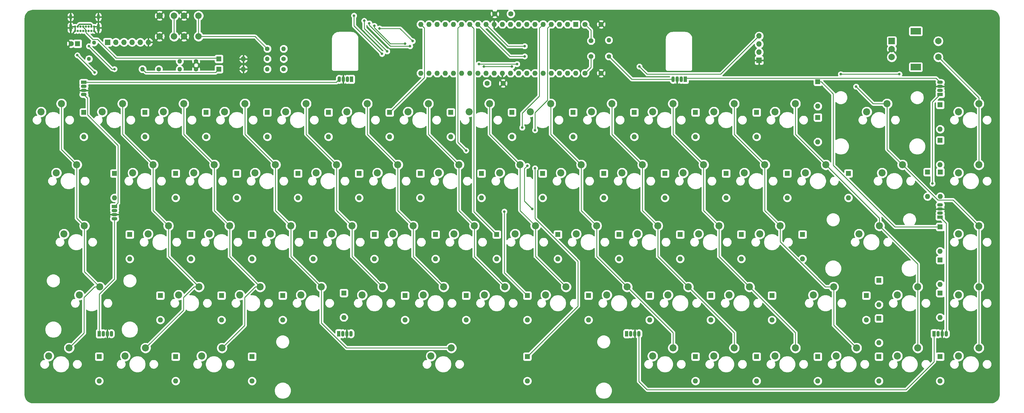
<source format=gbr>
%TF.GenerationSoftware,KiCad,Pcbnew,(5.1.6)-1*%
%TF.CreationDate,2020-08-08T01:29:47-04:00*%
%TF.ProjectId,panama-keyboard,70616e61-6d61-42d6-9b65-79626f617264,w1*%
%TF.SameCoordinates,Original*%
%TF.FileFunction,Copper,L2,Bot*%
%TF.FilePolarity,Positive*%
%FSLAX46Y46*%
G04 Gerber Fmt 4.6, Leading zero omitted, Abs format (unit mm)*
G04 Created by KiCad (PCBNEW (5.1.6)-1) date 2020-08-08 01:29:47*
%MOMM*%
%LPD*%
G01*
G04 APERTURE LIST*
%TA.AperFunction,ComponentPad*%
%ADD10C,0.700000*%
%TD*%
%TA.AperFunction,ComponentPad*%
%ADD11O,0.900000X2.400000*%
%TD*%
%TA.AperFunction,ComponentPad*%
%ADD12O,0.900000X1.700000*%
%TD*%
%TA.AperFunction,ComponentPad*%
%ADD13O,1.700000X1.700000*%
%TD*%
%TA.AperFunction,ComponentPad*%
%ADD14R,1.700000X1.700000*%
%TD*%
%TA.AperFunction,ComponentPad*%
%ADD15O,1.600000X1.600000*%
%TD*%
%TA.AperFunction,ComponentPad*%
%ADD16R,1.600000X1.600000*%
%TD*%
%TA.AperFunction,ComponentPad*%
%ADD17C,2.200000*%
%TD*%
%TA.AperFunction,ComponentPad*%
%ADD18C,1.500000*%
%TD*%
%TA.AperFunction,ComponentPad*%
%ADD19C,2.000000*%
%TD*%
%TA.AperFunction,ComponentPad*%
%ADD20O,1.400000X1.400000*%
%TD*%
%TA.AperFunction,ComponentPad*%
%ADD21C,1.400000*%
%TD*%
%TA.AperFunction,ComponentPad*%
%ADD22C,1.270000*%
%TD*%
%TA.AperFunction,ComponentPad*%
%ADD23R,3.200000X2.000000*%
%TD*%
%TA.AperFunction,ComponentPad*%
%ADD24R,2.000000X2.000000*%
%TD*%
%TA.AperFunction,ComponentPad*%
%ADD25O,1.070000X1.800000*%
%TD*%
%TA.AperFunction,ComponentPad*%
%ADD26R,1.070000X1.800000*%
%TD*%
%TA.AperFunction,ComponentPad*%
%ADD27O,1.800000X1.070000*%
%TD*%
%TA.AperFunction,ComponentPad*%
%ADD28R,1.800000X1.070000*%
%TD*%
%TA.AperFunction,ComponentPad*%
%ADD29C,1.600000*%
%TD*%
%TA.AperFunction,ViaPad*%
%ADD30C,0.800000*%
%TD*%
%TA.AperFunction,Conductor*%
%ADD31C,0.254000*%
%TD*%
%TA.AperFunction,Conductor*%
%ADD32C,0.381000*%
%TD*%
G04 APERTURE END LIST*
D10*
%TO.P,J2,A1*%
%TO.N,GND*%
X173831250Y-140493750D03*
%TO.P,J2,A4*%
%TO.N,Net-(F2-Pad2)*%
X172981250Y-140493750D03*
%TO.P,J2,A5*%
%TO.N,Net-(J2-PadA5)*%
X172131250Y-140493750D03*
%TO.P,J2,A6*%
%TO.N,Net-(D75-Pad1)*%
X171281250Y-140493750D03*
%TO.P,J2,A7*%
%TO.N,Net-(D76-Pad1)*%
X170431250Y-140493750D03*
%TO.P,J2,A8*%
%TO.N,N/C*%
X169581250Y-140493750D03*
%TO.P,J2,A9*%
%TO.N,Net-(F2-Pad2)*%
X168731250Y-140493750D03*
%TO.P,J2,A12*%
%TO.N,GND*%
X167881250Y-140493750D03*
%TO.P,J2,B9*%
%TO.N,Net-(F2-Pad2)*%
X172981250Y-139143750D03*
%TO.P,J2,B7*%
%TO.N,Net-(D76-Pad1)*%
X171281250Y-139143750D03*
%TO.P,J2,B8*%
%TO.N,N/C*%
X172131250Y-139143750D03*
%TO.P,J2,B12*%
%TO.N,GND*%
X173831250Y-139143750D03*
%TO.P,J2,B5*%
%TO.N,Net-(J2-PadB5)*%
X169581250Y-139143750D03*
%TO.P,J2,B4*%
%TO.N,Net-(F2-Pad2)*%
X168731250Y-139143750D03*
%TO.P,J2,B1*%
%TO.N,GND*%
X167881250Y-139143750D03*
%TO.P,J2,B6*%
%TO.N,Net-(D75-Pad1)*%
X170431250Y-139143750D03*
D11*
%TO.P,J2,S1*%
%TO.N,GND*%
X175181250Y-139513750D03*
X166531250Y-139513750D03*
D12*
X175181250Y-136133750D03*
X166531250Y-136133750D03*
%TD*%
D13*
%TO.P,DS1,4*%
%TO.N,SDA*%
X380962000Y-142057250D03*
%TO.P,DS1,3*%
%TO.N,SCL*%
X380962000Y-144597250D03*
%TO.P,DS1,2*%
%TO.N,+5V*%
X380962000Y-147137250D03*
D14*
%TO.P,DS1,1*%
%TO.N,GND*%
X380962000Y-149677250D03*
%TD*%
%TO.P,J3,1*%
%TO.N,MISO*%
X178054000Y-144018000D03*
D13*
%TO.P,J3,2*%
%TO.N,+5V*%
X180594000Y-144018000D03*
%TO.P,J3,3*%
%TO.N,SCK*%
X183134000Y-144018000D03*
%TO.P,J3,4*%
%TO.N,MOSI*%
X185674000Y-144018000D03*
%TO.P,J3,5*%
%TO.N,reset*%
X188214000Y-144018000D03*
%TO.P,J3,6*%
%TO.N,GND*%
X190754000Y-144018000D03*
%TD*%
D15*
%TO.P,U2,40*%
%TO.N,col14*%
X323850000Y-153670000D03*
%TO.P,U2,20*%
%TO.N,row0*%
X275590000Y-138430000D03*
%TO.P,U2,39*%
%TO.N,col13*%
X321310000Y-153670000D03*
%TO.P,U2,19*%
%TO.N,boot*%
X278130000Y-138430000D03*
%TO.P,U2,38*%
%TO.N,col12*%
X318770000Y-153670000D03*
%TO.P,U2,18*%
%TO.N,N/C*%
X280670000Y-138430000D03*
%TO.P,U2,37*%
%TO.N,col11*%
X316230000Y-153670000D03*
%TO.P,U2,17*%
%TO.N,D-*%
X283210000Y-138430000D03*
%TO.P,U2,36*%
%TO.N,col10*%
X313690000Y-153670000D03*
%TO.P,U2,16*%
%TO.N,D+*%
X285750000Y-138430000D03*
%TO.P,U2,35*%
%TO.N,col9*%
X311150000Y-153670000D03*
%TO.P,U2,15*%
%TO.N,row1*%
X288290000Y-138430000D03*
%TO.P,U2,34*%
%TO.N,col8*%
X308610000Y-153670000D03*
%TO.P,U2,14*%
%TO.N,row2*%
X290830000Y-138430000D03*
%TO.P,U2,33*%
%TO.N,col7*%
X306070000Y-153670000D03*
%TO.P,U2,13*%
%TO.N,Net-(C5-Pad1)*%
X293370000Y-138430000D03*
%TO.P,U2,32*%
%TO.N,N/C*%
X303530000Y-153670000D03*
%TO.P,U2,12*%
%TO.N,Net-(C6-Pad1)*%
X295910000Y-138430000D03*
%TO.P,U2,31*%
%TO.N,GND*%
X300990000Y-153670000D03*
%TO.P,U2,11*%
X298450000Y-138430000D03*
%TO.P,U2,30*%
%TO.N,+5V*%
X298450000Y-153670000D03*
%TO.P,U2,10*%
X300990000Y-138430000D03*
%TO.P,U2,29*%
%TO.N,col6*%
X295910000Y-153670000D03*
%TO.P,U2,9*%
%TO.N,reset*%
X303530000Y-138430000D03*
%TO.P,U2,28*%
%TO.N,col5*%
X293370000Y-153670000D03*
%TO.P,U2,8*%
%TO.N,SCK*%
X306070000Y-138430000D03*
%TO.P,U2,27*%
%TO.N,col4*%
X290830000Y-153670000D03*
%TO.P,U2,7*%
%TO.N,MISO*%
X308610000Y-138430000D03*
%TO.P,U2,26*%
%TO.N,col3*%
X288290000Y-153670000D03*
%TO.P,U2,6*%
%TO.N,MOSI*%
X311150000Y-138430000D03*
%TO.P,U2,25*%
%TO.N,col2*%
X285750000Y-153670000D03*
%TO.P,U2,5*%
%TO.N,row3*%
X313690000Y-138430000D03*
%TO.P,U2,24*%
%TO.N,col1*%
X283210000Y-153670000D03*
%TO.P,U2,4*%
%TO.N,row4*%
X316230000Y-138430000D03*
%TO.P,U2,23*%
%TO.N,SDA*%
X280670000Y-153670000D03*
%TO.P,U2,3*%
%TO.N,LED*%
X318770000Y-138430000D03*
%TO.P,U2,22*%
%TO.N,SCL*%
X278130000Y-153670000D03*
%TO.P,U2,2*%
%TO.N,enc-B*%
X321310000Y-138430000D03*
%TO.P,U2,21*%
%TO.N,col0*%
X275590000Y-153670000D03*
D16*
%TO.P,U2,1*%
%TO.N,enc-A*%
X323850000Y-138430000D03*
%TD*%
D17*
%TO.P,RCtrl1,1*%
%TO.N,col10*%
X392271250Y-239395000D03*
%TO.P,RCtrl1,2*%
%TO.N,Net-(D67-Pad2)*%
X385921250Y-241935000D03*
%TD*%
D16*
%TO.P,D67,1*%
%TO.N,row4*%
X399256250Y-242093750D03*
D15*
%TO.P,D67,2*%
%TO.N,Net-(D67-Pad2)*%
X399256250Y-249713750D03*
%TD*%
D17*
%TO.P,Z1,1*%
%TO.N,col1*%
X206533750Y-220345000D03*
%TO.P,Z1,2*%
%TO.N,Net-(D48-Pad2)*%
X200183750Y-222885000D03*
%TD*%
%TO.P,Y1,1*%
%TO.N,col6*%
X287496250Y-182245000D03*
%TO.P,Y1,2*%
%TO.N,Net-(D22-Pad2)*%
X281146250Y-184785000D03*
%TD*%
D18*
%TO.P,Y2,2*%
%TO.N,Net-(C6-Pad1)*%
X328612500Y-143551250D03*
%TO.P,Y2,1*%
%TO.N,Net-(C5-Pad1)*%
X328612500Y-148431250D03*
%TD*%
D17*
%TO.P,X1,1*%
%TO.N,col2*%
X225583750Y-220345000D03*
%TO.P,X1,2*%
%TO.N,Net-(D49-Pad2)*%
X219233750Y-222885000D03*
%TD*%
%TO.P,Win1,1*%
%TO.N,col1*%
X189865000Y-239395000D03*
%TO.P,Win1,2*%
%TO.N,Net-(D62-Pad2)*%
X183515000Y-241935000D03*
%TD*%
%TO.P,W1,1*%
%TO.N,col2*%
X211296250Y-182245000D03*
%TO.P,W1,2*%
%TO.N,Net-(D18-Pad2)*%
X204946250Y-184785000D03*
%TD*%
%TO.P,V1,1*%
%TO.N,col4*%
X263683750Y-220345000D03*
%TO.P,V1,2*%
%TO.N,Net-(D51-Pad2)*%
X257333750Y-222885000D03*
%TD*%
%TO.P,U1,1*%
%TO.N,col7*%
X306546250Y-182245000D03*
%TO.P,U1,2*%
%TO.N,Net-(D23-Pad2)*%
X300196250Y-184785000D03*
%TD*%
%TO.P,Tab1,1*%
%TO.N,col0*%
X168433750Y-182245000D03*
%TO.P,Tab1,2*%
%TO.N,Net-(D16-Pad2)*%
X162083750Y-184785000D03*
%TD*%
%TO.P,T1,1*%
%TO.N,col5*%
X268446250Y-182245000D03*
%TO.P,T1,2*%
%TO.N,Net-(D21-Pad2)*%
X262096250Y-184785000D03*
%TD*%
%TO.P,Space1,1*%
%TO.N,col3*%
X285115000Y-239395000D03*
%TO.P,Space1,2*%
%TO.N,Net-(D64-Pad2)*%
X278765000Y-241935000D03*
%TD*%
%TO.P,S1,1*%
%TO.N,col2*%
X216058750Y-201295000D03*
%TO.P,S1,2*%
%TO.N,Net-(D34-Pad2)*%
X209708750Y-203835000D03*
%TD*%
%TO.P,RShift1,1*%
%TO.N,col11*%
X404177500Y-220345000D03*
%TO.P,RShift1,2*%
%TO.N,Net-(D58-Pad2)*%
X397827500Y-222885000D03*
%TD*%
D19*
%TO.P,RESET1,2*%
%TO.N,GND*%
X201875000Y-135731250D03*
%TO.P,RESET1,1*%
%TO.N,reset*%
X206375000Y-135731250D03*
%TO.P,RESET1,2*%
%TO.N,GND*%
X201875000Y-142231250D03*
%TO.P,RESET1,1*%
%TO.N,reset*%
X206375000Y-142231250D03*
%TD*%
D17*
%TO.P,RAlt1,1*%
%TO.N,col8*%
X354171250Y-239395000D03*
%TO.P,RAlt1,2*%
%TO.N,Net-(D65-Pad2)*%
X347821250Y-241935000D03*
%TD*%
D20*
%TO.P,R3,2*%
%TO.N,LED*%
X334168750Y-143351250D03*
D21*
%TO.P,R3,1*%
%TO.N,Net-(D71-Pad4)*%
X334168750Y-148431250D03*
%TD*%
D17*
%TO.P,R1,1*%
%TO.N,col4*%
X249396250Y-182245000D03*
%TO.P,R1,2*%
%TO.N,Net-(D20-Pad2)*%
X243046250Y-184785000D03*
%TD*%
D20*
%TO.P,R8,2*%
%TO.N,+5V*%
X232886250Y-146050000D03*
D21*
%TO.P,R8,1*%
%TO.N,reset*%
X227806250Y-146050000D03*
%TD*%
D20*
%TO.P,R7,2*%
%TO.N,Net-(D75-Pad1)*%
X227806250Y-149225000D03*
D21*
%TO.P,R7,1*%
%TO.N,D+*%
X232886250Y-149225000D03*
%TD*%
D20*
%TO.P,R6,2*%
%TO.N,Net-(D76-Pad1)*%
X227806250Y-152400000D03*
D21*
%TO.P,R6,1*%
%TO.N,D-*%
X232886250Y-152400000D03*
%TD*%
D20*
%TO.P,R2,2*%
%TO.N,Net-(D76-Pad1)*%
X188912500Y-152400000D03*
D21*
%TO.P,R2,1*%
%TO.N,+5V*%
X193992500Y-152400000D03*
%TD*%
D20*
%TO.P,R4,2*%
%TO.N,Net-(J2-PadA5)*%
X200501250Y-150018750D03*
D21*
%TO.P,R4,1*%
%TO.N,GND*%
X205581250Y-150018750D03*
%TD*%
D20*
%TO.P,R5,2*%
%TO.N,Net-(J2-PadB5)*%
X200501250Y-152400000D03*
D21*
%TO.P,R5,1*%
%TO.N,GND*%
X205581250Y-152400000D03*
%TD*%
D17*
%TO.P,Q1,1*%
%TO.N,col1*%
X192246250Y-182245000D03*
%TO.P,Q1,2*%
%TO.N,Net-(D17-Pad2)*%
X185896250Y-184785000D03*
%TD*%
%TO.P,PgUp1,1*%
%TO.N,col13*%
X449421250Y-201295000D03*
%TO.P,PgUp1,2*%
%TO.N,Net-(D45-Pad2)*%
X443071250Y-203835000D03*
%TD*%
%TO.P,PgDw1,1*%
%TO.N,col13*%
X449421250Y-220345000D03*
%TO.P,PgDw1,2*%
%TO.N,Net-(D60-Pad2)*%
X443071250Y-222885000D03*
%TD*%
%TO.P,P1,1*%
%TO.N,col10*%
X363696250Y-182245000D03*
%TO.P,P1,2*%
%TO.N,Net-(D26-Pad2)*%
X357346250Y-184785000D03*
%TD*%
%TO.P,O1,1*%
%TO.N,col9*%
X344646250Y-182245000D03*
%TO.P,O1,2*%
%TO.N,Net-(D25-Pad2)*%
X338296250Y-184785000D03*
%TD*%
%TO.P,Num10,1*%
%TO.N,col10*%
X354171250Y-163195000D03*
%TO.P,Num10,2*%
%TO.N,Net-(D11-Pad2)*%
X347821250Y-165735000D03*
%TD*%
%TO.P,Num9,1*%
%TO.N,col9*%
X335121250Y-163195000D03*
%TO.P,Num9,2*%
%TO.N,Net-(D10-Pad2)*%
X328771250Y-165735000D03*
%TD*%
%TO.P,Num8,1*%
%TO.N,col8*%
X316071250Y-163195000D03*
%TO.P,Num8,2*%
%TO.N,Net-(D9-Pad2)*%
X309721250Y-165735000D03*
%TD*%
%TO.P,Num7,1*%
%TO.N,col7*%
X297021250Y-163195000D03*
%TO.P,Num7,2*%
%TO.N,Net-(D8-Pad2)*%
X290671250Y-165735000D03*
%TD*%
%TO.P,Num6,1*%
%TO.N,col6*%
X277971250Y-163195000D03*
%TO.P,Num6,2*%
%TO.N,Net-(D7-Pad2)*%
X271621250Y-165735000D03*
%TD*%
%TO.P,Num5,1*%
%TO.N,col5*%
X258921250Y-163195000D03*
%TO.P,Num5,2*%
%TO.N,Net-(D6-Pad2)*%
X252571250Y-165735000D03*
%TD*%
%TO.P,Num4,1*%
%TO.N,col4*%
X239871250Y-163195000D03*
%TO.P,Num4,2*%
%TO.N,Net-(D5-Pad2)*%
X233521250Y-165735000D03*
%TD*%
%TO.P,Num3,1*%
%TO.N,col3*%
X220821250Y-163195000D03*
%TO.P,Num3,2*%
%TO.N,Net-(D4-Pad2)*%
X214471250Y-165735000D03*
%TD*%
%TO.P,Num2,1*%
%TO.N,col2*%
X201771250Y-163195000D03*
%TO.P,Num2,2*%
%TO.N,Net-(D3-Pad2)*%
X195421250Y-165735000D03*
%TD*%
%TO.P,Num1,1*%
%TO.N,col1*%
X182721250Y-163195000D03*
%TO.P,Num1,2*%
%TO.N,Net-(D2-Pad2)*%
X176371250Y-165735000D03*
%TD*%
%TO.P,N1,1*%
%TO.N,col6*%
X301783750Y-220345000D03*
%TO.P,N1,2*%
%TO.N,Net-(D53-Pad2)*%
X295433750Y-222885000D03*
%TD*%
%TO.P,M1,1*%
%TO.N,col7*%
X320833750Y-220345000D03*
%TO.P,M1,2*%
%TO.N,Net-(D54-Pad2)*%
X314483750Y-222885000D03*
%TD*%
%TO.P,LShift1,1*%
%TO.N,col0*%
X175577500Y-220345000D03*
%TO.P,LShift1,2*%
%TO.N,Net-(D47-Pad2)*%
X169227500Y-222885000D03*
%TD*%
%TO.P,LCtrl1,1*%
%TO.N,col0*%
X166052500Y-239395000D03*
%TO.P,LCtrl1,2*%
%TO.N,Net-(D61-Pad2)*%
X159702500Y-241935000D03*
%TD*%
%TO.P,LAlt1,1*%
%TO.N,col2*%
X213677500Y-239395000D03*
%TO.P,LAlt1,2*%
%TO.N,Net-(D63-Pad2)*%
X207327500Y-241935000D03*
%TD*%
%TO.P,L1,1*%
%TO.N,col9*%
X349408750Y-201295000D03*
%TO.P,L1,2*%
%TO.N,Net-(D41-Pad2)*%
X343058750Y-203835000D03*
%TD*%
%TO.P,K1,1*%
%TO.N,col8*%
X330358750Y-201295000D03*
%TO.P,K1,2*%
%TO.N,Net-(D40-Pad2)*%
X324008750Y-203835000D03*
%TD*%
%TO.P,J1,1*%
%TO.N,col7*%
X311308750Y-201295000D03*
%TO.P,J1,2*%
%TO.N,Net-(D39-Pad2)*%
X304958750Y-203835000D03*
%TD*%
%TO.P,I1,1*%
%TO.N,col8*%
X325596250Y-182245000D03*
%TO.P,I1,2*%
%TO.N,Net-(D24-Pad2)*%
X319246250Y-184785000D03*
%TD*%
%TO.P,H1,1*%
%TO.N,col6*%
X292258750Y-201295000D03*
%TO.P,H1,2*%
%TO.N,Net-(D38-Pad2)*%
X285908750Y-203835000D03*
%TD*%
%TO.P,G1,1*%
%TO.N,col5*%
X273208750Y-201295000D03*
%TO.P,G1,2*%
%TO.N,Net-(D37-Pad2)*%
X266858750Y-203835000D03*
%TD*%
%TO.P,Func1,1*%
%TO.N,col9*%
X373221250Y-239395000D03*
%TO.P,Func1,2*%
%TO.N,Net-(D66-Pad2)*%
X366871250Y-241935000D03*
%TD*%
%TO.P,F1,1*%
%TO.N,col4*%
X254158750Y-201295000D03*
%TO.P,F1,2*%
%TO.N,Net-(D36-Pad2)*%
X247808750Y-203835000D03*
%TD*%
D22*
%TO.P,F2,1*%
%TO.N,+5V*%
X172243750Y-149225000D03*
%TO.P,F2,2*%
%TO.N,Net-(F2-Pad2)*%
X173843750Y-144125000D03*
%TD*%
D17*
%TO.P,Esc1,1*%
%TO.N,col0*%
X163671250Y-163195000D03*
%TO.P,Esc1,2*%
%TO.N,Net-(D1-Pad2)*%
X157321250Y-165735000D03*
%TD*%
%TO.P,Enter1,1*%
%TO.N,col12*%
X418465000Y-201295000D03*
%TO.P,Enter1,2*%
%TO.N,Net-(D44-Pad2)*%
X412115000Y-203835000D03*
%TD*%
D19*
%TO.P,ENC1,S1*%
%TO.N,col14*%
X436775000Y-148668750D03*
%TO.P,ENC1,S2*%
%TO.N,enc-sw-out*%
X436775000Y-143668750D03*
D23*
%TO.P,ENC1,MP*%
%TO.N,N/C*%
X429775000Y-151768750D03*
X429775000Y-140568750D03*
D19*
%TO.P,ENC1,B*%
%TO.N,enc-B*%
X422275000Y-148668750D03*
%TO.P,ENC1,C*%
%TO.N,GND*%
X422275000Y-146168750D03*
D24*
%TO.P,ENC1,A*%
%TO.N,enc-A*%
X422275000Y-143668750D03*
%TD*%
D17*
%TO.P,E1,1*%
%TO.N,col3*%
X230346250Y-182245000D03*
%TO.P,E1,2*%
%TO.N,Net-(D19-Pad2)*%
X223996250Y-184785000D03*
%TD*%
%TO.P,Del1,1*%
%TO.N,col14*%
X449421250Y-182245000D03*
%TO.P,Del1,2*%
%TO.N,Net-(D30-Pad2)*%
X443071250Y-184785000D03*
%TD*%
D25*
%TO.P,D82,4*%
%TO.N,Net-(D78-Pad1)*%
X253841250Y-234950000D03*
%TO.P,D82,3*%
%TO.N,GND*%
X252571250Y-234950000D03*
%TO.P,D82,2*%
%TO.N,+5V*%
X251301250Y-234950000D03*
D26*
%TO.P,D82,1*%
%TO.N,Net-(D81-Pad4)*%
X250031250Y-234950000D03*
%TD*%
%TO.P,D78,1*%
%TO.N,Net-(D78-Pad1)*%
X339725000Y-234950000D03*
D25*
%TO.P,D78,2*%
%TO.N,+5V*%
X340995000Y-234950000D03*
%TO.P,D78,3*%
%TO.N,GND*%
X342265000Y-234950000D03*
%TO.P,D78,4*%
%TO.N,Net-(D74-Pad1)*%
X343535000Y-234950000D03*
%TD*%
%TO.P,D74,4*%
%TO.N,Net-(D73-Pad1)*%
X439266250Y-234950000D03*
%TO.P,D74,3*%
%TO.N,GND*%
X437996250Y-234950000D03*
%TO.P,D74,2*%
%TO.N,+5V*%
X436726250Y-234950000D03*
D26*
%TO.P,D74,1*%
%TO.N,Net-(D74-Pad1)*%
X435456250Y-234950000D03*
%TD*%
D25*
%TO.P,D81,4*%
%TO.N,Net-(D81-Pad4)*%
X179228750Y-234950000D03*
%TO.P,D81,3*%
%TO.N,GND*%
X177958750Y-234950000D03*
%TO.P,D81,2*%
%TO.N,+5V*%
X176688750Y-234950000D03*
D26*
%TO.P,D81,1*%
%TO.N,Net-(D80-Pad4)*%
X175418750Y-234950000D03*
%TD*%
D27*
%TO.P,D73,4*%
%TO.N,Net-(D72-Pad1)*%
X437356250Y-194778750D03*
%TO.P,D73,3*%
%TO.N,GND*%
X437356250Y-196048750D03*
%TO.P,D73,2*%
%TO.N,+5V*%
X437356250Y-197318750D03*
D28*
%TO.P,D73,1*%
%TO.N,Net-(D73-Pad1)*%
X437356250Y-198588750D03*
%TD*%
D27*
%TO.P,D80,4*%
%TO.N,Net-(D80-Pad4)*%
X180181250Y-199072500D03*
%TO.P,D80,3*%
%TO.N,GND*%
X180181250Y-197802500D03*
%TO.P,D80,2*%
%TO.N,+5V*%
X180181250Y-196532500D03*
D28*
%TO.P,D80,1*%
%TO.N,Net-(D79-Pad4)*%
X180181250Y-195262500D03*
%TD*%
D27*
%TO.P,D72,4*%
%TO.N,Net-(D71-Pad1)*%
X437356250Y-156517500D03*
%TO.P,D72,3*%
%TO.N,GND*%
X437356250Y-157787500D03*
%TO.P,D72,2*%
%TO.N,+5V*%
X437356250Y-159057500D03*
D28*
%TO.P,D72,1*%
%TO.N,Net-(D72-Pad1)*%
X437356250Y-160327500D03*
%TD*%
D15*
%TO.P,D46,2*%
%TO.N,enc-sw-out*%
X399256250Y-163988750D03*
D16*
%TO.P,D46,1*%
%TO.N,row2*%
X399256250Y-156368750D03*
%TD*%
D27*
%TO.P,D79,4*%
%TO.N,Net-(D79-Pad4)*%
X170656250Y-160337500D03*
%TO.P,D79,3*%
%TO.N,GND*%
X170656250Y-159067500D03*
%TO.P,D79,2*%
%TO.N,+5V*%
X170656250Y-157797500D03*
D28*
%TO.P,D79,1*%
%TO.N,Net-(D77-Pad4)*%
X170656250Y-156527500D03*
%TD*%
D25*
%TO.P,D77,4*%
%TO.N,Net-(D77-Pad4)*%
X250190000Y-155575000D03*
%TO.P,D77,3*%
%TO.N,GND*%
X251460000Y-155575000D03*
%TO.P,D77,2*%
%TO.N,+5V*%
X252730000Y-155575000D03*
D26*
%TO.P,D77,1*%
%TO.N,N/C*%
X254000000Y-155575000D03*
%TD*%
D25*
%TO.P,D71,4*%
%TO.N,Net-(D71-Pad4)*%
X354171250Y-155575000D03*
%TO.P,D71,3*%
%TO.N,GND*%
X355441250Y-155575000D03*
%TO.P,D71,2*%
%TO.N,+5V*%
X356711250Y-155575000D03*
D26*
%TO.P,D71,1*%
%TO.N,Net-(D71-Pad1)*%
X357981250Y-155575000D03*
%TD*%
D15*
%TO.P,D30,2*%
%TO.N,Net-(D30-Pad2)*%
X437388000Y-192151000D03*
D16*
%TO.P,D30,1*%
%TO.N,row1*%
X437388000Y-184531000D03*
%TD*%
D15*
%TO.P,D15,2*%
%TO.N,Net-(D15-Pad2)*%
X437356250Y-182245000D03*
D16*
%TO.P,D15,1*%
%TO.N,row0*%
X437356250Y-174625000D03*
%TD*%
D15*
%TO.P,D60,2*%
%TO.N,Net-(D60-Pad2)*%
X437356250Y-229870000D03*
D16*
%TO.P,D60,1*%
%TO.N,row3*%
X437356250Y-222250000D03*
%TD*%
D15*
%TO.P,D45,2*%
%TO.N,Net-(D45-Pad2)*%
X437356250Y-209232500D03*
D16*
%TO.P,D45,1*%
%TO.N,row2*%
X437356250Y-201612500D03*
%TD*%
D15*
%TO.P,D29,2*%
%TO.N,Net-(D29-Pad2)*%
X433451000Y-192151000D03*
D16*
%TO.P,D29,1*%
%TO.N,row1*%
X433451000Y-184531000D03*
%TD*%
D15*
%TO.P,D14,2*%
%TO.N,Net-(Bksp1-Pad2)*%
X437356250Y-171132500D03*
D16*
%TO.P,D14,1*%
%TO.N,row0*%
X437356250Y-163512500D03*
%TD*%
D15*
%TO.P,D59,2*%
%TO.N,Net-(ArrowUp1-Pad2)*%
X418306250Y-225901250D03*
D16*
%TO.P,D59,1*%
%TO.N,row3*%
X418306250Y-218281250D03*
%TD*%
D15*
%TO.P,D44,2*%
%TO.N,Net-(D44-Pad2)*%
X437356250Y-219551250D03*
D16*
%TO.P,D44,1*%
%TO.N,row2*%
X437356250Y-211931250D03*
%TD*%
D15*
%TO.P,D28,2*%
%TO.N,Net-(D28-Pad2)*%
X408781250Y-192563750D03*
D16*
%TO.P,D28,1*%
%TO.N,row1*%
X408781250Y-184943750D03*
%TD*%
D15*
%TO.P,D13,2*%
%TO.N,Net-(=1-Pad2)*%
X399256250Y-175101250D03*
D16*
%TO.P,D13,1*%
%TO.N,row0*%
X399256250Y-167481250D03*
%TD*%
D15*
%TO.P,D58,2*%
%TO.N,Net-(D58-Pad2)*%
X414337500Y-230663750D03*
D16*
%TO.P,D58,1*%
%TO.N,row3*%
X414337500Y-223043750D03*
%TD*%
D15*
%TO.P,D43,2*%
%TO.N,Net-('1-Pad2)*%
X394493750Y-211613750D03*
D16*
%TO.P,D43,1*%
%TO.N,row2*%
X394493750Y-203993750D03*
%TD*%
D15*
%TO.P,D27,2*%
%TO.N,Net-(D27-Pad2)*%
X389731250Y-192563750D03*
D16*
%TO.P,D27,1*%
%TO.N,row1*%
X389731250Y-184943750D03*
%TD*%
D15*
%TO.P,D12,2*%
%TO.N,Net-(-1-Pad2)*%
X380206250Y-173513750D03*
D16*
%TO.P,D12,1*%
%TO.N,row0*%
X380206250Y-165893750D03*
%TD*%
D15*
%TO.P,D57,2*%
%TO.N,Net-(/1-Pad2)*%
X384968750Y-230663750D03*
D16*
%TO.P,D57,1*%
%TO.N,row3*%
X384968750Y-223043750D03*
%TD*%
D15*
%TO.P,D42,2*%
%TO.N,Net-(;1-Pad2)*%
X375443750Y-211613750D03*
D16*
%TO.P,D42,1*%
%TO.N,row2*%
X375443750Y-203993750D03*
%TD*%
D15*
%TO.P,D26,2*%
%TO.N,Net-(D26-Pad2)*%
X370681250Y-192563750D03*
D16*
%TO.P,D26,1*%
%TO.N,row1*%
X370681250Y-184943750D03*
%TD*%
D15*
%TO.P,D11,2*%
%TO.N,Net-(D11-Pad2)*%
X361156250Y-173513750D03*
D16*
%TO.P,D11,1*%
%TO.N,row0*%
X361156250Y-165893750D03*
%TD*%
D15*
%TO.P,D56,2*%
%TO.N,Net-(.1-Pad2)*%
X365918750Y-230663750D03*
D16*
%TO.P,D56,1*%
%TO.N,row3*%
X365918750Y-223043750D03*
%TD*%
D15*
%TO.P,D41,2*%
%TO.N,Net-(D41-Pad2)*%
X356393750Y-211613750D03*
D16*
%TO.P,D41,1*%
%TO.N,row2*%
X356393750Y-203993750D03*
%TD*%
%TO.P,D25,1*%
%TO.N,row1*%
X351631250Y-184943750D03*
D15*
%TO.P,D25,2*%
%TO.N,Net-(D25-Pad2)*%
X351631250Y-192563750D03*
%TD*%
%TO.P,D10,2*%
%TO.N,Net-(D10-Pad2)*%
X342106250Y-173513750D03*
D16*
%TO.P,D10,1*%
%TO.N,row0*%
X342106250Y-165893750D03*
%TD*%
%TO.P,D70,1*%
%TO.N,row4*%
X437356250Y-242093750D03*
D15*
%TO.P,D70,2*%
%TO.N,Net-(ArrowRight1-Pad2)*%
X437356250Y-249713750D03*
%TD*%
%TO.P,D55,2*%
%TO.N,Net-(\u002C1-Pad2)*%
X346868750Y-230663750D03*
D16*
%TO.P,D55,1*%
%TO.N,row3*%
X346868750Y-223043750D03*
%TD*%
D15*
%TO.P,D40,2*%
%TO.N,Net-(D40-Pad2)*%
X337343750Y-211613750D03*
D16*
%TO.P,D40,1*%
%TO.N,row2*%
X337343750Y-203993750D03*
%TD*%
D15*
%TO.P,D24,2*%
%TO.N,Net-(D24-Pad2)*%
X332581250Y-192563750D03*
D16*
%TO.P,D24,1*%
%TO.N,row1*%
X332581250Y-184943750D03*
%TD*%
D15*
%TO.P,D9,2*%
%TO.N,Net-(D9-Pad2)*%
X323056250Y-173513750D03*
D16*
%TO.P,D9,1*%
%TO.N,row0*%
X323056250Y-165893750D03*
%TD*%
%TO.P,D69,1*%
%TO.N,row4*%
X418306250Y-230187500D03*
D15*
%TO.P,D69,2*%
%TO.N,Net-(ArrowDown1-Pad2)*%
X418306250Y-237807500D03*
%TD*%
%TO.P,D54,2*%
%TO.N,Net-(D54-Pad2)*%
X327818750Y-230663750D03*
D16*
%TO.P,D54,1*%
%TO.N,row3*%
X327818750Y-223043750D03*
%TD*%
D15*
%TO.P,D39,2*%
%TO.N,Net-(D39-Pad2)*%
X318293750Y-211613750D03*
D16*
%TO.P,D39,1*%
%TO.N,row2*%
X318293750Y-203993750D03*
%TD*%
D15*
%TO.P,D23,2*%
%TO.N,Net-(D23-Pad2)*%
X313531250Y-192563750D03*
D16*
%TO.P,D23,1*%
%TO.N,row1*%
X313531250Y-184943750D03*
%TD*%
D15*
%TO.P,D8,2*%
%TO.N,Net-(D8-Pad2)*%
X304006250Y-173513750D03*
D16*
%TO.P,D8,1*%
%TO.N,row0*%
X304006250Y-165893750D03*
%TD*%
%TO.P,D68,1*%
%TO.N,row4*%
X418306250Y-242093750D03*
D15*
%TO.P,D68,2*%
%TO.N,Net-(ArrowLeft1-Pad2)*%
X418306250Y-249713750D03*
%TD*%
%TO.P,D53,2*%
%TO.N,Net-(D53-Pad2)*%
X308768750Y-230663750D03*
D16*
%TO.P,D53,1*%
%TO.N,row3*%
X308768750Y-223043750D03*
%TD*%
D15*
%TO.P,D38,2*%
%TO.N,Net-(D38-Pad2)*%
X299243750Y-211613750D03*
D16*
%TO.P,D38,1*%
%TO.N,row2*%
X299243750Y-203993750D03*
%TD*%
D15*
%TO.P,D22,2*%
%TO.N,Net-(D22-Pad2)*%
X294481250Y-192563750D03*
D16*
%TO.P,D22,1*%
%TO.N,row1*%
X294481250Y-184943750D03*
%TD*%
D15*
%TO.P,D7,2*%
%TO.N,Net-(D7-Pad2)*%
X284956250Y-173513750D03*
D16*
%TO.P,D7,1*%
%TO.N,row0*%
X284956250Y-165893750D03*
%TD*%
D15*
%TO.P,D66,2*%
%TO.N,Net-(D66-Pad2)*%
X380206250Y-249713750D03*
D16*
%TO.P,D66,1*%
%TO.N,row4*%
X380206250Y-242093750D03*
%TD*%
%TO.P,D52,1*%
%TO.N,row3*%
X289718750Y-223043750D03*
D15*
%TO.P,D52,2*%
%TO.N,Net-(B1-Pad2)*%
X289718750Y-230663750D03*
%TD*%
%TO.P,D37,2*%
%TO.N,Net-(D37-Pad2)*%
X280193750Y-211613750D03*
D16*
%TO.P,D37,1*%
%TO.N,row2*%
X280193750Y-203993750D03*
%TD*%
%TO.P,D21,1*%
%TO.N,row1*%
X275431250Y-184943750D03*
D15*
%TO.P,D21,2*%
%TO.N,Net-(D21-Pad2)*%
X275431250Y-192563750D03*
%TD*%
%TO.P,D6,2*%
%TO.N,Net-(D6-Pad2)*%
X265906250Y-173513750D03*
D16*
%TO.P,D6,1*%
%TO.N,row0*%
X265906250Y-165893750D03*
%TD*%
D15*
%TO.P,D65,2*%
%TO.N,Net-(D65-Pad2)*%
X361156250Y-249713750D03*
D16*
%TO.P,D65,1*%
%TO.N,row4*%
X361156250Y-242093750D03*
%TD*%
D15*
%TO.P,D51,2*%
%TO.N,Net-(D51-Pad2)*%
X270668750Y-230663750D03*
D16*
%TO.P,D51,1*%
%TO.N,row3*%
X270668750Y-223043750D03*
%TD*%
D15*
%TO.P,D36,2*%
%TO.N,Net-(D36-Pad2)*%
X261143750Y-211613750D03*
D16*
%TO.P,D36,1*%
%TO.N,row2*%
X261143750Y-203993750D03*
%TD*%
D15*
%TO.P,D20,2*%
%TO.N,Net-(D20-Pad2)*%
X256381250Y-192563750D03*
D16*
%TO.P,D20,1*%
%TO.N,row1*%
X256381250Y-184943750D03*
%TD*%
D15*
%TO.P,D5,2*%
%TO.N,Net-(D5-Pad2)*%
X246856250Y-173513750D03*
D16*
%TO.P,D5,1*%
%TO.N,row0*%
X246856250Y-165893750D03*
%TD*%
D15*
%TO.P,D76,2*%
%TO.N,GND*%
X220345000Y-152400000D03*
D16*
%TO.P,D76,1*%
%TO.N,Net-(D76-Pad1)*%
X212725000Y-152400000D03*
%TD*%
D17*
%TO.P,D31,1*%
%TO.N,col3*%
X235108750Y-201295000D03*
%TO.P,D31,2*%
%TO.N,Net-(D31-Pad2)*%
X228758750Y-203835000D03*
%TD*%
D15*
%TO.P,D64,2*%
%TO.N,Net-(D64-Pad2)*%
X308768750Y-249713750D03*
D16*
%TO.P,D64,1*%
%TO.N,row4*%
X308768750Y-242093750D03*
%TD*%
D15*
%TO.P,D50,2*%
%TO.N,Net-(C1-Pad2)*%
X251618750Y-229870000D03*
D16*
%TO.P,D50,1*%
%TO.N,row3*%
X251618750Y-222250000D03*
%TD*%
D15*
%TO.P,D35,2*%
%TO.N,Net-(D31-Pad2)*%
X242093750Y-211613750D03*
D16*
%TO.P,D35,1*%
%TO.N,row2*%
X242093750Y-203993750D03*
%TD*%
D15*
%TO.P,D19,2*%
%TO.N,Net-(D19-Pad2)*%
X237331250Y-192563750D03*
D16*
%TO.P,D19,1*%
%TO.N,row1*%
X237331250Y-184943750D03*
%TD*%
D15*
%TO.P,D4,2*%
%TO.N,Net-(D4-Pad2)*%
X227806250Y-173513750D03*
D16*
%TO.P,D4,1*%
%TO.N,row0*%
X227806250Y-165893750D03*
%TD*%
D15*
%TO.P,D75,2*%
%TO.N,GND*%
X220345000Y-149225000D03*
D16*
%TO.P,D75,1*%
%TO.N,Net-(D75-Pad1)*%
X212725000Y-149225000D03*
%TD*%
D15*
%TO.P,D63,2*%
%TO.N,Net-(D63-Pad2)*%
X223043750Y-249713750D03*
D16*
%TO.P,D63,1*%
%TO.N,row4*%
X223043750Y-242093750D03*
%TD*%
D15*
%TO.P,D49,2*%
%TO.N,Net-(D49-Pad2)*%
X232568750Y-230663750D03*
D16*
%TO.P,D49,1*%
%TO.N,row3*%
X232568750Y-223043750D03*
%TD*%
D15*
%TO.P,D34,2*%
%TO.N,Net-(D34-Pad2)*%
X223043750Y-211613750D03*
D16*
%TO.P,D34,1*%
%TO.N,row2*%
X223043750Y-203993750D03*
%TD*%
D15*
%TO.P,D18,2*%
%TO.N,Net-(D18-Pad2)*%
X218281250Y-192563750D03*
D16*
%TO.P,D18,1*%
%TO.N,row1*%
X218281250Y-184943750D03*
%TD*%
D15*
%TO.P,D3,2*%
%TO.N,Net-(D3-Pad2)*%
X208756250Y-173513750D03*
D16*
%TO.P,D3,1*%
%TO.N,row0*%
X208756250Y-165893750D03*
%TD*%
D15*
%TO.P,D62,2*%
%TO.N,Net-(D62-Pad2)*%
X199231250Y-249713750D03*
D16*
%TO.P,D62,1*%
%TO.N,row4*%
X199231250Y-242093750D03*
%TD*%
D15*
%TO.P,D48,2*%
%TO.N,Net-(D48-Pad2)*%
X213518750Y-230663750D03*
D16*
%TO.P,D48,1*%
%TO.N,row3*%
X213518750Y-223043750D03*
%TD*%
D15*
%TO.P,D33,2*%
%TO.N,Net-(A1-Pad2)*%
X203993750Y-211613750D03*
D16*
%TO.P,D33,1*%
%TO.N,row2*%
X203993750Y-203993750D03*
%TD*%
D15*
%TO.P,D17,2*%
%TO.N,Net-(D17-Pad2)*%
X199231250Y-192563750D03*
D16*
%TO.P,D17,1*%
%TO.N,row1*%
X199231250Y-184943750D03*
%TD*%
D15*
%TO.P,D2,2*%
%TO.N,Net-(D2-Pad2)*%
X189706250Y-173513750D03*
D16*
%TO.P,D2,1*%
%TO.N,row0*%
X189706250Y-165893750D03*
%TD*%
%TO.P,D61,1*%
%TO.N,row4*%
X175418750Y-242093750D03*
D15*
%TO.P,D61,2*%
%TO.N,Net-(D61-Pad2)*%
X175418750Y-249713750D03*
%TD*%
D16*
%TO.P,D47,1*%
%TO.N,row3*%
X194468750Y-223043750D03*
D15*
%TO.P,D47,2*%
%TO.N,Net-(D47-Pad2)*%
X194468750Y-230663750D03*
%TD*%
D16*
%TO.P,D32,1*%
%TO.N,row2*%
X184943750Y-203993750D03*
D15*
%TO.P,D32,2*%
%TO.N,Net-(CapsL1-Pad2)*%
X184943750Y-211613750D03*
%TD*%
D16*
%TO.P,D16,1*%
%TO.N,row1*%
X180181250Y-184943750D03*
D15*
%TO.P,D16,2*%
%TO.N,Net-(D16-Pad2)*%
X180181250Y-192563750D03*
%TD*%
D16*
%TO.P,D1,1*%
%TO.N,row0*%
X170656250Y-165893750D03*
D15*
%TO.P,D1,2*%
%TO.N,Net-(D1-Pad2)*%
X170656250Y-173513750D03*
%TD*%
D17*
%TO.P,CapsL1,1*%
%TO.N,col0*%
X170815000Y-201295000D03*
%TO.P,CapsL1,2*%
%TO.N,Net-(CapsL1-Pad2)*%
X164465000Y-203835000D03*
%TD*%
D29*
%TO.P,C2,2*%
%TO.N,GND*%
X166687500Y-144462500D03*
D16*
%TO.P,C2,1*%
%TO.N,+5V*%
X168687500Y-144462500D03*
%TD*%
D17*
%TO.P,C1,1*%
%TO.N,col3*%
X244633750Y-220345000D03*
%TO.P,C1,2*%
%TO.N,Net-(C1-Pad2)*%
X238283750Y-222885000D03*
%TD*%
D29*
%TO.P,C4,2*%
%TO.N,GND*%
X298640500Y-135159750D03*
%TO.P,C4,1*%
%TO.N,+5V*%
X303640500Y-135159750D03*
%TD*%
%TO.P,C3,2*%
%TO.N,GND*%
X301227500Y-156845000D03*
%TO.P,C3,1*%
%TO.N,+5V*%
X296227500Y-156845000D03*
%TD*%
%TO.P,C6,2*%
%TO.N,GND*%
X331771000Y-138430000D03*
%TO.P,C6,1*%
%TO.N,Net-(C6-Pad1)*%
X326771000Y-138430000D03*
%TD*%
%TO.P,C5,2*%
%TO.N,GND*%
X331771000Y-153670000D03*
%TO.P,C5,1*%
%TO.N,Net-(C5-Pad1)*%
X326771000Y-153670000D03*
%TD*%
D19*
%TO.P,BOOT1,1*%
%TO.N,boot*%
X198755000Y-142231250D03*
%TO.P,BOOT1,2*%
%TO.N,GND*%
X194255000Y-142231250D03*
%TO.P,BOOT1,1*%
%TO.N,boot*%
X198755000Y-135731250D03*
%TO.P,BOOT1,2*%
%TO.N,GND*%
X194255000Y-135731250D03*
%TD*%
D17*
%TO.P,Bksp1,1*%
%TO.N,col13*%
X420846250Y-163195000D03*
%TO.P,Bksp1,2*%
%TO.N,Net-(Bksp1-Pad2)*%
X414496250Y-165735000D03*
%TD*%
%TO.P,B1,1*%
%TO.N,col5*%
X282733750Y-220345000D03*
%TO.P,B1,2*%
%TO.N,Net-(B1-Pad2)*%
X276383750Y-222885000D03*
%TD*%
%TO.P,ArrowUp1,1*%
%TO.N,col12*%
X430371250Y-220345000D03*
%TO.P,ArrowUp1,2*%
%TO.N,Net-(ArrowUp1-Pad2)*%
X424021250Y-222885000D03*
%TD*%
%TO.P,ArrowRight1,1*%
%TO.N,col13*%
X449421250Y-239395000D03*
%TO.P,ArrowRight1,2*%
%TO.N,Net-(ArrowRight1-Pad2)*%
X443071250Y-241935000D03*
%TD*%
%TO.P,ArrowLeft1,1*%
%TO.N,col11*%
X411321250Y-239395000D03*
%TO.P,ArrowLeft1,2*%
%TO.N,Net-(ArrowLeft1-Pad2)*%
X404971250Y-241935000D03*
%TD*%
%TO.P,ArrowDown1,1*%
%TO.N,col12*%
X430371250Y-239395000D03*
%TO.P,ArrowDown1,2*%
%TO.N,Net-(ArrowDown1-Pad2)*%
X424021250Y-241935000D03*
%TD*%
%TO.P,A1,1*%
%TO.N,col1*%
X197008750Y-201295000D03*
%TO.P,A1,2*%
%TO.N,Net-(A1-Pad2)*%
X190658750Y-203835000D03*
%TD*%
%TO.P,`1,1*%
%TO.N,col14*%
X449421250Y-163195000D03*
%TO.P,`1,2*%
%TO.N,Net-(D15-Pad2)*%
X443071250Y-165735000D03*
%TD*%
%TO.P,]1,1*%
%TO.N,col12*%
X401796250Y-182245000D03*
%TO.P,]1,2*%
%TO.N,Net-(D28-Pad2)*%
X395446250Y-184785000D03*
%TD*%
%TO.P,\u005C1,1*%
%TO.N,col13*%
X425608750Y-182245000D03*
%TO.P,\u005C1,2*%
%TO.N,Net-(D29-Pad2)*%
X419258750Y-184785000D03*
%TD*%
%TO.P,[1,1*%
%TO.N,col11*%
X382746250Y-182245000D03*
%TO.P,[1,2*%
%TO.N,Net-(D27-Pad2)*%
X376396250Y-184785000D03*
%TD*%
%TO.P,=1,1*%
%TO.N,col12*%
X392271250Y-163195000D03*
%TO.P,=1,2*%
%TO.N,Net-(=1-Pad2)*%
X385921250Y-165735000D03*
%TD*%
%TO.P,;1,1*%
%TO.N,col10*%
X368458750Y-201295000D03*
%TO.P,;1,2*%
%TO.N,Net-(;1-Pad2)*%
X362108750Y-203835000D03*
%TD*%
%TO.P,/1,1*%
%TO.N,col10*%
X377983750Y-220345000D03*
%TO.P,/1,2*%
%TO.N,Net-(/1-Pad2)*%
X371633750Y-222885000D03*
%TD*%
%TO.P,-1,1*%
%TO.N,col11*%
X373221250Y-163195000D03*
%TO.P,-1,2*%
%TO.N,Net-(-1-Pad2)*%
X366871250Y-165735000D03*
%TD*%
%TO.P,'1,1*%
%TO.N,col11*%
X387508750Y-201295000D03*
%TO.P,'1,2*%
%TO.N,Net-('1-Pad2)*%
X381158750Y-203835000D03*
%TD*%
%TO.P,.1,1*%
%TO.N,col9*%
X358933750Y-220345000D03*
%TO.P,.1,2*%
%TO.N,Net-(.1-Pad2)*%
X352583750Y-222885000D03*
%TD*%
%TO.P,\u002C1,1*%
%TO.N,col8*%
X339883750Y-220345000D03*
%TO.P,\u002C1,2*%
%TO.N,Net-(\u002C1-Pad2)*%
X333533750Y-222885000D03*
%TD*%
D30*
%TO.N,col13*%
X411162500Y-157864250D03*
%TO.N,col14*%
X424656250Y-153987500D03*
X406400000Y-153987500D03*
%TO.N,row1*%
X289718750Y-177800000D03*
%TO.N,row3*%
X310356250Y-196056250D03*
X301625000Y-196850000D03*
X307181250Y-170656250D03*
X308768750Y-182562500D03*
%TO.N,row4*%
X311150000Y-171450000D03*
X311150000Y-183356250D03*
%TO.N,Net-(D72-Pad1)*%
X434975000Y-188118750D03*
%TO.N,SDA*%
X343693750Y-151606250D03*
X295275000Y-151606250D03*
X304006250Y-151606250D03*
%TO.N,SCL*%
X293687500Y-150812500D03*
X305593750Y-150812500D03*
%TO.N,reset*%
X259556250Y-138112500D03*
X272256250Y-145256250D03*
%TO.N,MOSI*%
X254793750Y-135731250D03*
X263525000Y-147637500D03*
%TO.N,MISO*%
X257968750Y-137318750D03*
X265112500Y-146843750D03*
%TO.N,D-*%
X262731250Y-139700000D03*
X273050000Y-143668750D03*
%TO.N,D+*%
X261143750Y-138906250D03*
X270668750Y-144462500D03*
%TO.N,Net-(C5-Pad1)*%
X307975000Y-148431250D03*
%TO.N,Net-(C6-Pad1)*%
X307975000Y-145256250D03*
%TO.N,Net-(D76-Pad1)*%
X180181250Y-152400000D03*
X172243750Y-145256250D03*
%TO.N,Net-(J2-PadB5)*%
X168631644Y-148074606D03*
X173984039Y-153427001D03*
%TD*%
D31*
%TO.N,col8*%
X316071250Y-172720000D02*
X325596250Y-182245000D01*
X316071250Y-163195000D02*
X316071250Y-172720000D01*
X325596250Y-196532500D02*
X330358750Y-201295000D01*
X325596250Y-182245000D02*
X325596250Y-196532500D01*
X330358750Y-210820000D02*
X339883750Y-220345000D01*
X330358750Y-201295000D02*
X330358750Y-210820000D01*
X353267288Y-239395000D02*
X354171250Y-239395000D01*
X354171250Y-234632500D02*
X354171250Y-239395000D01*
X339883750Y-220345000D02*
X354171250Y-234632500D01*
%TO.N,col9*%
X335121250Y-172720000D02*
X344646250Y-182245000D01*
X335121250Y-163195000D02*
X335121250Y-172720000D01*
X344646250Y-196532500D02*
X349408750Y-201295000D01*
X344646250Y-182245000D02*
X344646250Y-196532500D01*
X349408750Y-210820000D02*
X358933750Y-220345000D01*
X349408750Y-201295000D02*
X349408750Y-210820000D01*
X372423212Y-239395000D02*
X373221250Y-239395000D01*
X373221250Y-234632500D02*
X373221250Y-239395000D01*
X358933750Y-220345000D02*
X373221250Y-234632500D01*
%TO.N,col11*%
X373221250Y-172720000D02*
X382746250Y-182245000D01*
X373221250Y-163195000D02*
X373221250Y-172720000D01*
X382746250Y-196532500D02*
X387508750Y-201295000D01*
X382746250Y-182245000D02*
X382746250Y-196532500D01*
X401557038Y-220345000D02*
X404177500Y-220345000D01*
X387508750Y-206296712D02*
X401557038Y-220345000D01*
X387508750Y-201295000D02*
X387508750Y-206296712D01*
X404177500Y-232251250D02*
X411321250Y-239395000D01*
X404177500Y-220345000D02*
X404177500Y-232251250D01*
%TO.N,col10*%
X354171250Y-172720000D02*
X363696250Y-182245000D01*
X354171250Y-163195000D02*
X354171250Y-172720000D01*
X363696250Y-196532500D02*
X368458750Y-201295000D01*
X363696250Y-182245000D02*
X363696250Y-196532500D01*
X368458750Y-210820000D02*
X377983750Y-220345000D01*
X368458750Y-201295000D02*
X368458750Y-210820000D01*
X392271250Y-234632500D02*
X392271250Y-239395000D01*
X377983750Y-220345000D02*
X392271250Y-234632500D01*
%TO.N,col12*%
X392271250Y-172720000D02*
X401796250Y-182245000D01*
X392271250Y-163195000D02*
X392271250Y-172720000D01*
X418465000Y-198913750D02*
X418465000Y-201295000D01*
X401796250Y-182245000D02*
X418465000Y-198913750D01*
X430371250Y-213201250D02*
X430371250Y-220345000D01*
X418465000Y-201295000D02*
X430371250Y-213201250D01*
X430371250Y-220345000D02*
X430371250Y-239395000D01*
%TO.N,col13*%
X420846250Y-177482500D02*
X425608750Y-182245000D01*
X420846250Y-163195000D02*
X420846250Y-177482500D01*
X441404251Y-193278001D02*
X449421250Y-201295000D01*
X436641751Y-193278001D02*
X441404251Y-193278001D01*
X425608750Y-182245000D02*
X436641751Y-193278001D01*
X449421250Y-201295000D02*
X449421250Y-220345000D01*
X449421250Y-220345000D02*
X449421250Y-239395000D01*
X411162500Y-157864250D02*
X416493250Y-163195000D01*
X420846250Y-163195000D02*
X417036250Y-163195000D01*
X416493250Y-163195000D02*
X417036250Y-163195000D01*
%TO.N,col14*%
X449421250Y-163195000D02*
X449421250Y-182245000D01*
X449421250Y-161315000D02*
X436775000Y-148668750D01*
X449421250Y-163195000D02*
X449421250Y-161315000D01*
X424656250Y-153987500D02*
X406400000Y-153987500D01*
%TO.N,col1*%
X182721250Y-172720000D02*
X192246250Y-182245000D01*
X182721250Y-163195000D02*
X182721250Y-172720000D01*
X192246250Y-196532500D02*
X197008750Y-201295000D01*
X192246250Y-182245000D02*
X192246250Y-196532500D01*
X197008750Y-210820000D02*
X206533750Y-220345000D01*
X197008750Y-201295000D02*
X197008750Y-210820000D01*
X201666749Y-227593251D02*
X189865000Y-239395000D01*
X201666749Y-223656367D02*
X201666749Y-227593251D01*
X204978116Y-220345000D02*
X201666749Y-223656367D01*
X206533750Y-220345000D02*
X204978116Y-220345000D01*
%TO.N,col7*%
X297021250Y-172720000D02*
X306546250Y-182245000D01*
X297021250Y-163195000D02*
X297021250Y-172720000D01*
X306546250Y-196532500D02*
X311308750Y-201295000D01*
X306546250Y-182245000D02*
X306546250Y-196532500D01*
X311308750Y-210820000D02*
X320833750Y-220345000D01*
X311308750Y-201295000D02*
X311308750Y-210820000D01*
%TO.N,col6*%
X277971250Y-172720000D02*
X287496250Y-182245000D01*
X277971250Y-163195000D02*
X277971250Y-172720000D01*
X287496250Y-196532500D02*
X292258750Y-201295000D01*
X287496250Y-182245000D02*
X287496250Y-196532500D01*
X292258750Y-210820000D02*
X301783750Y-220345000D01*
X292258750Y-201295000D02*
X292258750Y-210820000D01*
%TO.N,col5*%
X258921250Y-172720000D02*
X268446250Y-182245000D01*
X258921250Y-163195000D02*
X258921250Y-172720000D01*
X268446250Y-196532500D02*
X273208750Y-201295000D01*
X268446250Y-182245000D02*
X268446250Y-196532500D01*
X273208750Y-210820000D02*
X282733750Y-220345000D01*
X273208750Y-201295000D02*
X273208750Y-210820000D01*
%TO.N,boot*%
X198755000Y-135731250D02*
X198755000Y-142231250D01*
D32*
%TO.N,GND*%
X166901250Y-139143750D02*
X166531250Y-139513750D01*
X167881250Y-139143750D02*
X166901250Y-139143750D01*
X174811250Y-139143750D02*
X175181250Y-139513750D01*
X173831250Y-139143750D02*
X174811250Y-139143750D01*
X167881250Y-139143750D02*
X167881250Y-140493750D01*
X173831250Y-139143750D02*
X173831250Y-140493750D01*
D31*
%TO.N,col3*%
X220821250Y-172720000D02*
X230346250Y-182245000D01*
X220821250Y-163195000D02*
X220821250Y-172720000D01*
X230346250Y-196532500D02*
X235108750Y-201295000D01*
X230346250Y-182245000D02*
X230346250Y-196532500D01*
X235108750Y-210820000D02*
X244633750Y-220345000D01*
X235108750Y-201295000D02*
X235108750Y-210820000D01*
X244633750Y-231576102D02*
X252452648Y-239395000D01*
X252452648Y-239395000D02*
X285115000Y-239395000D01*
X244633750Y-220345000D02*
X244633750Y-231576102D01*
%TO.N,col0*%
X163671250Y-177482500D02*
X168433750Y-182245000D01*
X163671250Y-163195000D02*
X163671250Y-177482500D01*
X168433750Y-198913750D02*
X170815000Y-201295000D01*
X168433750Y-182245000D02*
X168433750Y-198913750D01*
X170815000Y-215582500D02*
X175577500Y-220345000D01*
X170815000Y-201295000D02*
X170815000Y-215582500D01*
X170710499Y-234737001D02*
X166052500Y-239395000D01*
X170710499Y-223656367D02*
X170710499Y-234737001D01*
X174021866Y-220345000D02*
X170710499Y-223656367D01*
X175577500Y-220345000D02*
X174021866Y-220345000D01*
%TO.N,row0*%
X276717001Y-155082999D02*
X265906250Y-165893750D01*
X276717001Y-139557001D02*
X276717001Y-155082999D01*
X275590000Y-138430000D02*
X276717001Y-139557001D01*
%TO.N,row1*%
X287162999Y-175244249D02*
X289718750Y-177800000D01*
X288290000Y-138430000D02*
X287162999Y-139557001D01*
X287162999Y-139557001D02*
X287162999Y-175244249D01*
%TO.N,row2*%
X423261398Y-201612500D02*
X437356250Y-201612500D01*
X404079249Y-160137749D02*
X404079249Y-182430351D01*
X404079249Y-182430351D02*
X423261398Y-201612500D01*
X400310250Y-156368750D02*
X404079249Y-160137749D01*
X399256250Y-156368750D02*
X400310250Y-156368750D01*
X292098251Y-196848251D02*
X299243750Y-203993750D01*
X292098251Y-139698251D02*
X292098251Y-196848251D01*
X290830000Y-138430000D02*
X292098251Y-139698251D01*
%TO.N,row3*%
X312562999Y-139557001D02*
X312562999Y-160781289D01*
X313690000Y-138430000D02*
X312562999Y-139557001D01*
X312562999Y-160781289D02*
X308294249Y-165050039D01*
X301625000Y-215900000D02*
X308768750Y-223043750D01*
X301625000Y-196850000D02*
X301625000Y-215900000D01*
X308294249Y-165050039D02*
X307181250Y-166163038D01*
X307181250Y-166163038D02*
X307181250Y-170656250D01*
X307909249Y-193609249D02*
X310356250Y-196056250D01*
X307909249Y-183422001D02*
X307909249Y-193609249D01*
X308768750Y-182562500D02*
X307909249Y-183422001D01*
%TO.N,row4*%
X315102999Y-162051289D02*
X311204249Y-165950039D01*
X315102999Y-139557001D02*
X315102999Y-162051289D01*
X316230000Y-138430000D02*
X315102999Y-139557001D01*
X311204249Y-165950039D02*
X311204249Y-171395751D01*
X311204249Y-171395751D02*
X311150000Y-171450000D01*
X324550751Y-226311749D02*
X308768750Y-242093750D01*
X324550751Y-212425039D02*
X324550751Y-226311749D01*
X311150000Y-183356250D02*
X311150000Y-199024288D01*
X311150000Y-199024288D02*
X324550751Y-212425039D01*
%TO.N,Net-(D71-Pad4)*%
X341312500Y-155575000D02*
X334168750Y-148431250D01*
X354171250Y-155575000D02*
X341312500Y-155575000D01*
%TO.N,Net-(D71-Pad1)*%
X436080499Y-155241749D02*
X437356250Y-156517500D01*
X358314501Y-155241749D02*
X436080499Y-155241749D01*
X357981250Y-155575000D02*
X358314501Y-155241749D01*
%TO.N,Net-(D72-Pad1)*%
X437356250Y-160327500D02*
X434975000Y-162708750D01*
X434975000Y-162708750D02*
X434975000Y-188118750D01*
%TO.N,Net-(D75-Pad1)*%
X171281250Y-140145712D02*
X171281250Y-140493750D01*
X170431250Y-139295712D02*
X171281250Y-140145712D01*
X170431250Y-139143750D02*
X170431250Y-139295712D01*
X212491749Y-148991749D02*
X212725000Y-149225000D01*
X180739147Y-148991749D02*
X212491749Y-148991749D01*
X174910397Y-143162999D02*
X180739147Y-148991749D01*
X173455525Y-143162999D02*
X174910397Y-143162999D01*
X171281250Y-140988724D02*
X173455525Y-143162999D01*
X171281250Y-140493750D02*
X171281250Y-140988724D01*
%TO.N,SDA*%
X343693750Y-151606250D02*
X346075000Y-153987500D01*
X369031750Y-153987500D02*
X380962000Y-142057250D01*
X346075000Y-153987500D02*
X369031750Y-153987500D01*
X295275000Y-151606250D02*
X304006250Y-151606250D01*
%TO.N,SCL*%
X305593750Y-150812500D02*
X293687500Y-150812500D01*
%TO.N,col4*%
X239871250Y-172720000D02*
X249396250Y-182245000D01*
X239871250Y-163195000D02*
X239871250Y-172720000D01*
X249396250Y-196532500D02*
X254158750Y-201295000D01*
X249396250Y-182245000D02*
X249396250Y-196532500D01*
X254158750Y-210820000D02*
X263683750Y-220345000D01*
X254158750Y-201295000D02*
X254158750Y-210820000D01*
%TO.N,reset*%
X206375000Y-135731250D02*
X206375000Y-142231250D01*
X223987500Y-142231250D02*
X227806250Y-146050000D01*
X206375000Y-142231250D02*
X223987500Y-142231250D01*
X259556250Y-138112500D02*
X259556250Y-138678185D01*
X259556250Y-138678185D02*
X266134315Y-145256250D01*
X266134315Y-145256250D02*
X272256250Y-145256250D01*
%TO.N,MOSI*%
X254793750Y-135731250D02*
X254793750Y-138906250D01*
X254793750Y-138906250D02*
X263525000Y-147637500D01*
%TO.N,MISO*%
X257968750Y-137318750D02*
X257968750Y-137884435D01*
X257968750Y-137884435D02*
X257968750Y-139700000D01*
X257968750Y-139700000D02*
X265112500Y-146843750D01*
%TO.N,col2*%
X201771250Y-172720000D02*
X211296250Y-182245000D01*
X201771250Y-163195000D02*
X201771250Y-172720000D01*
X211296250Y-196532500D02*
X216058750Y-201295000D01*
X211296250Y-182245000D02*
X211296250Y-196532500D01*
X216058750Y-210820000D02*
X225583750Y-220345000D01*
X216058750Y-201295000D02*
X216058750Y-210820000D01*
X220716749Y-232355751D02*
X213677500Y-239395000D01*
X220716749Y-223656367D02*
X220716749Y-232355751D01*
X224028116Y-220345000D02*
X220716749Y-223656367D01*
X225583750Y-220345000D02*
X224028116Y-220345000D01*
%TO.N,D-*%
X262731250Y-139700000D02*
X269081250Y-139700000D01*
X269081250Y-139700000D02*
X273050000Y-143668750D01*
%TO.N,D+*%
X266134315Y-144462500D02*
X270668750Y-144462500D01*
X261143750Y-138906250D02*
X261143750Y-139471935D01*
X261143750Y-139471935D02*
X266134315Y-144462500D01*
%TO.N,Net-(C5-Pad1)*%
X328612500Y-151828500D02*
X326771000Y-153670000D01*
X328612500Y-148431250D02*
X328612500Y-151828500D01*
X293370000Y-138430000D02*
X303371250Y-148431250D01*
X303371250Y-148431250D02*
X307975000Y-148431250D01*
%TO.N,Net-(C6-Pad1)*%
X328612500Y-140271500D02*
X326771000Y-138430000D01*
X328612500Y-143551250D02*
X328612500Y-140271500D01*
X295910000Y-138430000D02*
X302736250Y-145256250D01*
X302736250Y-145256250D02*
X307975000Y-145256250D01*
%TO.N,Net-(D73-Pad1)*%
X439266250Y-200498750D02*
X439266250Y-234950000D01*
X437356250Y-198588750D02*
X439266250Y-200498750D01*
%TO.N,Net-(D74-Pad1)*%
X435456250Y-243671962D02*
X426715712Y-252412500D01*
X435456250Y-234950000D02*
X435456250Y-243671962D01*
X426715712Y-252412500D02*
X346075000Y-252412500D01*
X343535000Y-249872500D02*
X343535000Y-234950000D01*
X346075000Y-252412500D02*
X343535000Y-249872500D01*
%TO.N,Net-(D76-Pad1)*%
X211697999Y-153427001D02*
X212725000Y-152400000D01*
X189939501Y-153427001D02*
X211697999Y-153427001D01*
X188912500Y-152400000D02*
X189939501Y-153427001D01*
X180181250Y-152400000D02*
X179387500Y-152400000D01*
X179387500Y-152400000D02*
X172243750Y-145256250D01*
%TO.N,Net-(D77-Pad4)*%
X249237500Y-156527500D02*
X250190000Y-155575000D01*
X170656250Y-156527500D02*
X249237500Y-156527500D01*
%TO.N,Net-(D79-Pad4)*%
X171783251Y-161464501D02*
X170656250Y-160337500D01*
X181308251Y-176223963D02*
X171783251Y-166698963D01*
X181308251Y-194135499D02*
X181308251Y-176223963D01*
X171783251Y-166698963D02*
X171783251Y-161464501D01*
X180181250Y-195262500D02*
X181308251Y-194135499D01*
%TO.N,Net-(D80-Pad4)*%
X175418750Y-222615712D02*
X180181250Y-217853212D01*
X180181250Y-217853212D02*
X180181250Y-199072500D01*
X175418750Y-234950000D02*
X175418750Y-222615712D01*
D32*
%TO.N,Net-(F2-Pad2)*%
X172735723Y-138403249D02*
X169225809Y-138403249D01*
X168731250Y-138897808D02*
X168731250Y-139143750D01*
X169225809Y-138403249D02*
X168731250Y-138897808D01*
X172981250Y-138648776D02*
X172735723Y-138403249D01*
X172981250Y-139143750D02*
X172981250Y-138648776D01*
D31*
%TO.N,Net-(J2-PadB5)*%
X168631644Y-148074606D02*
X173984039Y-153427001D01*
%TD*%
%TO.N,GND*%
G36*
X297827403Y-134167048D02*
G01*
X298640500Y-134980145D01*
X299453597Y-134167048D01*
X299407518Y-134010000D01*
X302778291Y-134010000D01*
X302725741Y-134045113D01*
X302525863Y-134244991D01*
X302368820Y-134480023D01*
X302260647Y-134741176D01*
X302205500Y-135018415D01*
X302205500Y-135301085D01*
X302260647Y-135578324D01*
X302368820Y-135839477D01*
X302525863Y-136074509D01*
X302725741Y-136274387D01*
X302960773Y-136431430D01*
X303221926Y-136539603D01*
X303499165Y-136594750D01*
X303781835Y-136594750D01*
X304059074Y-136539603D01*
X304320227Y-136431430D01*
X304555259Y-136274387D01*
X304755137Y-136074509D01*
X304912180Y-135839477D01*
X305020353Y-135578324D01*
X305075500Y-135301085D01*
X305075500Y-135018415D01*
X305020353Y-134741176D01*
X304912180Y-134480023D01*
X304755137Y-134244991D01*
X304555259Y-134045113D01*
X304502709Y-134010000D01*
X453198972Y-134010000D01*
X453719134Y-134061002D01*
X454188438Y-134202694D01*
X454621275Y-134432837D01*
X455001177Y-134742678D01*
X455313653Y-135120397D01*
X455546819Y-135551627D01*
X455691782Y-136019928D01*
X455746251Y-136538163D01*
X455746250Y-253967722D01*
X455695248Y-254487883D01*
X455553557Y-254957186D01*
X455323411Y-255390028D01*
X455013573Y-255769927D01*
X454635850Y-256082406D01*
X454204623Y-256315569D01*
X453736323Y-256460532D01*
X453218097Y-256515000D01*
X154813528Y-256515000D01*
X154293367Y-256463998D01*
X153824064Y-256322307D01*
X153391222Y-256092161D01*
X153011323Y-255782323D01*
X152698844Y-255404600D01*
X152465681Y-254973373D01*
X152320718Y-254505073D01*
X152266250Y-253986847D01*
X152266250Y-252455475D01*
X229940000Y-252455475D01*
X229940000Y-252974525D01*
X230041261Y-253483601D01*
X230239893Y-253963141D01*
X230528262Y-254394715D01*
X230895285Y-254761738D01*
X231326859Y-255050107D01*
X231806399Y-255248739D01*
X232315475Y-255350000D01*
X232834525Y-255350000D01*
X233343601Y-255248739D01*
X233823141Y-255050107D01*
X234254715Y-254761738D01*
X234621738Y-254394715D01*
X234910107Y-253963141D01*
X235108739Y-253483601D01*
X235210000Y-252974525D01*
X235210000Y-252455475D01*
X329940000Y-252455475D01*
X329940000Y-252974525D01*
X330041261Y-253483601D01*
X330239893Y-253963141D01*
X330528262Y-254394715D01*
X330895285Y-254761738D01*
X331326859Y-255050107D01*
X331806399Y-255248739D01*
X332315475Y-255350000D01*
X332834525Y-255350000D01*
X333343601Y-255248739D01*
X333823141Y-255050107D01*
X334254715Y-254761738D01*
X334621738Y-254394715D01*
X334910107Y-253963141D01*
X335108739Y-253483601D01*
X335210000Y-252974525D01*
X335210000Y-252455475D01*
X335108739Y-251946399D01*
X334910107Y-251466859D01*
X334621738Y-251035285D01*
X334254715Y-250668262D01*
X333823141Y-250379893D01*
X333343601Y-250181261D01*
X332834525Y-250080000D01*
X332315475Y-250080000D01*
X331806399Y-250181261D01*
X331326859Y-250379893D01*
X330895285Y-250668262D01*
X330528262Y-251035285D01*
X330239893Y-251466859D01*
X330041261Y-251946399D01*
X329940000Y-252455475D01*
X235210000Y-252455475D01*
X235108739Y-251946399D01*
X234910107Y-251466859D01*
X234621738Y-251035285D01*
X234254715Y-250668262D01*
X233823141Y-250379893D01*
X233343601Y-250181261D01*
X232834525Y-250080000D01*
X232315475Y-250080000D01*
X231806399Y-250181261D01*
X231326859Y-250379893D01*
X230895285Y-250668262D01*
X230528262Y-251035285D01*
X230239893Y-251466859D01*
X230041261Y-251946399D01*
X229940000Y-252455475D01*
X152266250Y-252455475D01*
X152266250Y-249572415D01*
X173983750Y-249572415D01*
X173983750Y-249855085D01*
X174038897Y-250132324D01*
X174147070Y-250393477D01*
X174304113Y-250628509D01*
X174503991Y-250828387D01*
X174739023Y-250985430D01*
X175000176Y-251093603D01*
X175277415Y-251148750D01*
X175560085Y-251148750D01*
X175837324Y-251093603D01*
X176098477Y-250985430D01*
X176333509Y-250828387D01*
X176533387Y-250628509D01*
X176690430Y-250393477D01*
X176798603Y-250132324D01*
X176853750Y-249855085D01*
X176853750Y-249572415D01*
X197796250Y-249572415D01*
X197796250Y-249855085D01*
X197851397Y-250132324D01*
X197959570Y-250393477D01*
X198116613Y-250628509D01*
X198316491Y-250828387D01*
X198551523Y-250985430D01*
X198812676Y-251093603D01*
X199089915Y-251148750D01*
X199372585Y-251148750D01*
X199649824Y-251093603D01*
X199910977Y-250985430D01*
X200146009Y-250828387D01*
X200345887Y-250628509D01*
X200502930Y-250393477D01*
X200611103Y-250132324D01*
X200666250Y-249855085D01*
X200666250Y-249572415D01*
X221608750Y-249572415D01*
X221608750Y-249855085D01*
X221663897Y-250132324D01*
X221772070Y-250393477D01*
X221929113Y-250628509D01*
X222128991Y-250828387D01*
X222364023Y-250985430D01*
X222625176Y-251093603D01*
X222902415Y-251148750D01*
X223185085Y-251148750D01*
X223462324Y-251093603D01*
X223723477Y-250985430D01*
X223958509Y-250828387D01*
X224158387Y-250628509D01*
X224315430Y-250393477D01*
X224423603Y-250132324D01*
X224478750Y-249855085D01*
X224478750Y-249572415D01*
X307333750Y-249572415D01*
X307333750Y-249855085D01*
X307388897Y-250132324D01*
X307497070Y-250393477D01*
X307654113Y-250628509D01*
X307853991Y-250828387D01*
X308089023Y-250985430D01*
X308350176Y-251093603D01*
X308627415Y-251148750D01*
X308910085Y-251148750D01*
X309187324Y-251093603D01*
X309448477Y-250985430D01*
X309683509Y-250828387D01*
X309883387Y-250628509D01*
X310040430Y-250393477D01*
X310148603Y-250132324D01*
X310203750Y-249855085D01*
X310203750Y-249572415D01*
X310148603Y-249295176D01*
X310040430Y-249034023D01*
X309883387Y-248798991D01*
X309683509Y-248599113D01*
X309448477Y-248442070D01*
X309187324Y-248333897D01*
X308910085Y-248278750D01*
X308627415Y-248278750D01*
X308350176Y-248333897D01*
X308089023Y-248442070D01*
X307853991Y-248599113D01*
X307654113Y-248798991D01*
X307497070Y-249034023D01*
X307388897Y-249295176D01*
X307333750Y-249572415D01*
X224478750Y-249572415D01*
X224423603Y-249295176D01*
X224315430Y-249034023D01*
X224158387Y-248798991D01*
X223958509Y-248599113D01*
X223723477Y-248442070D01*
X223462324Y-248333897D01*
X223185085Y-248278750D01*
X222902415Y-248278750D01*
X222625176Y-248333897D01*
X222364023Y-248442070D01*
X222128991Y-248599113D01*
X221929113Y-248798991D01*
X221772070Y-249034023D01*
X221663897Y-249295176D01*
X221608750Y-249572415D01*
X200666250Y-249572415D01*
X200611103Y-249295176D01*
X200502930Y-249034023D01*
X200345887Y-248798991D01*
X200146009Y-248599113D01*
X199910977Y-248442070D01*
X199649824Y-248333897D01*
X199372585Y-248278750D01*
X199089915Y-248278750D01*
X198812676Y-248333897D01*
X198551523Y-248442070D01*
X198316491Y-248599113D01*
X198116613Y-248798991D01*
X197959570Y-249034023D01*
X197851397Y-249295176D01*
X197796250Y-249572415D01*
X176853750Y-249572415D01*
X176798603Y-249295176D01*
X176690430Y-249034023D01*
X176533387Y-248798991D01*
X176333509Y-248599113D01*
X176098477Y-248442070D01*
X175837324Y-248333897D01*
X175560085Y-248278750D01*
X175277415Y-248278750D01*
X175000176Y-248333897D01*
X174739023Y-248442070D01*
X174503991Y-248599113D01*
X174304113Y-248798991D01*
X174147070Y-249034023D01*
X174038897Y-249295176D01*
X173983750Y-249572415D01*
X152266250Y-249572415D01*
X152266250Y-244328740D01*
X156947500Y-244328740D01*
X156947500Y-244621260D01*
X157004568Y-244908158D01*
X157116510Y-245178411D01*
X157279025Y-245421632D01*
X157485868Y-245628475D01*
X157729089Y-245790990D01*
X157999342Y-245902932D01*
X158286240Y-245960000D01*
X158578760Y-245960000D01*
X158865658Y-245902932D01*
X159135911Y-245790990D01*
X159379132Y-245628475D01*
X159585975Y-245421632D01*
X159748490Y-245178411D01*
X159860432Y-244908158D01*
X159917500Y-244621260D01*
X159917500Y-244328740D01*
X159894971Y-244215475D01*
X160877500Y-244215475D01*
X160877500Y-244734525D01*
X160978761Y-245243601D01*
X161177393Y-245723141D01*
X161465762Y-246154715D01*
X161832785Y-246521738D01*
X162264359Y-246810107D01*
X162743899Y-247008739D01*
X163252975Y-247110000D01*
X163772025Y-247110000D01*
X164281101Y-247008739D01*
X164760641Y-246810107D01*
X165192215Y-246521738D01*
X165559238Y-246154715D01*
X165847607Y-245723141D01*
X166046239Y-245243601D01*
X166147500Y-244734525D01*
X166147500Y-244328740D01*
X167107500Y-244328740D01*
X167107500Y-244621260D01*
X167164568Y-244908158D01*
X167276510Y-245178411D01*
X167439025Y-245421632D01*
X167645868Y-245628475D01*
X167889089Y-245790990D01*
X168159342Y-245902932D01*
X168446240Y-245960000D01*
X168738760Y-245960000D01*
X169025658Y-245902932D01*
X169295911Y-245790990D01*
X169539132Y-245628475D01*
X169745975Y-245421632D01*
X169908490Y-245178411D01*
X170020432Y-244908158D01*
X170077500Y-244621260D01*
X170077500Y-244328740D01*
X180760000Y-244328740D01*
X180760000Y-244621260D01*
X180817068Y-244908158D01*
X180929010Y-245178411D01*
X181091525Y-245421632D01*
X181298368Y-245628475D01*
X181541589Y-245790990D01*
X181811842Y-245902932D01*
X182098740Y-245960000D01*
X182391260Y-245960000D01*
X182678158Y-245902932D01*
X182948411Y-245790990D01*
X183191632Y-245628475D01*
X183398475Y-245421632D01*
X183560990Y-245178411D01*
X183672932Y-244908158D01*
X183730000Y-244621260D01*
X183730000Y-244328740D01*
X183707471Y-244215475D01*
X184690000Y-244215475D01*
X184690000Y-244734525D01*
X184791261Y-245243601D01*
X184989893Y-245723141D01*
X185278262Y-246154715D01*
X185645285Y-246521738D01*
X186076859Y-246810107D01*
X186556399Y-247008739D01*
X187065475Y-247110000D01*
X187584525Y-247110000D01*
X188093601Y-247008739D01*
X188573141Y-246810107D01*
X189004715Y-246521738D01*
X189371738Y-246154715D01*
X189660107Y-245723141D01*
X189858739Y-245243601D01*
X189960000Y-244734525D01*
X189960000Y-244328740D01*
X190920000Y-244328740D01*
X190920000Y-244621260D01*
X190977068Y-244908158D01*
X191089010Y-245178411D01*
X191251525Y-245421632D01*
X191458368Y-245628475D01*
X191701589Y-245790990D01*
X191971842Y-245902932D01*
X192258740Y-245960000D01*
X192551260Y-245960000D01*
X192838158Y-245902932D01*
X193108411Y-245790990D01*
X193351632Y-245628475D01*
X193558475Y-245421632D01*
X193720990Y-245178411D01*
X193832932Y-244908158D01*
X193890000Y-244621260D01*
X193890000Y-244328740D01*
X204572500Y-244328740D01*
X204572500Y-244621260D01*
X204629568Y-244908158D01*
X204741510Y-245178411D01*
X204904025Y-245421632D01*
X205110868Y-245628475D01*
X205354089Y-245790990D01*
X205624342Y-245902932D01*
X205911240Y-245960000D01*
X206203760Y-245960000D01*
X206490658Y-245902932D01*
X206760911Y-245790990D01*
X207004132Y-245628475D01*
X207210975Y-245421632D01*
X207373490Y-245178411D01*
X207485432Y-244908158D01*
X207542500Y-244621260D01*
X207542500Y-244328740D01*
X207519971Y-244215475D01*
X208502500Y-244215475D01*
X208502500Y-244734525D01*
X208603761Y-245243601D01*
X208802393Y-245723141D01*
X209090762Y-246154715D01*
X209457785Y-246521738D01*
X209889359Y-246810107D01*
X210368899Y-247008739D01*
X210877975Y-247110000D01*
X211397025Y-247110000D01*
X211906101Y-247008739D01*
X212385641Y-246810107D01*
X212817215Y-246521738D01*
X213184238Y-246154715D01*
X213472607Y-245723141D01*
X213671239Y-245243601D01*
X213772500Y-244734525D01*
X213772500Y-244328740D01*
X214732500Y-244328740D01*
X214732500Y-244621260D01*
X214789568Y-244908158D01*
X214901510Y-245178411D01*
X215064025Y-245421632D01*
X215270868Y-245628475D01*
X215514089Y-245790990D01*
X215784342Y-245902932D01*
X216071240Y-245960000D01*
X216363760Y-245960000D01*
X216650658Y-245902932D01*
X216920911Y-245790990D01*
X217164132Y-245628475D01*
X217370975Y-245421632D01*
X217533490Y-245178411D01*
X217645432Y-244908158D01*
X217702500Y-244621260D01*
X217702500Y-244328740D01*
X276010000Y-244328740D01*
X276010000Y-244621260D01*
X276067068Y-244908158D01*
X276179010Y-245178411D01*
X276341525Y-245421632D01*
X276548368Y-245628475D01*
X276791589Y-245790990D01*
X277061842Y-245902932D01*
X277348740Y-245960000D01*
X277641260Y-245960000D01*
X277928158Y-245902932D01*
X278198411Y-245790990D01*
X278441632Y-245628475D01*
X278648475Y-245421632D01*
X278810990Y-245178411D01*
X278922932Y-244908158D01*
X278980000Y-244621260D01*
X278980000Y-244328740D01*
X278957471Y-244215475D01*
X279940000Y-244215475D01*
X279940000Y-244734525D01*
X280041261Y-245243601D01*
X280239893Y-245723141D01*
X280528262Y-246154715D01*
X280895285Y-246521738D01*
X281326859Y-246810107D01*
X281806399Y-247008739D01*
X282315475Y-247110000D01*
X282834525Y-247110000D01*
X283343601Y-247008739D01*
X283823141Y-246810107D01*
X284254715Y-246521738D01*
X284621738Y-246154715D01*
X284910107Y-245723141D01*
X285108739Y-245243601D01*
X285210000Y-244734525D01*
X285210000Y-244328740D01*
X286170000Y-244328740D01*
X286170000Y-244621260D01*
X286227068Y-244908158D01*
X286339010Y-245178411D01*
X286501525Y-245421632D01*
X286708368Y-245628475D01*
X286951589Y-245790990D01*
X287221842Y-245902932D01*
X287508740Y-245960000D01*
X287801260Y-245960000D01*
X288088158Y-245902932D01*
X288358411Y-245790990D01*
X288601632Y-245628475D01*
X288808475Y-245421632D01*
X288970990Y-245178411D01*
X289082932Y-244908158D01*
X289140000Y-244621260D01*
X289140000Y-244328740D01*
X289082932Y-244041842D01*
X288970990Y-243771589D01*
X288808475Y-243528368D01*
X288601632Y-243321525D01*
X288358411Y-243159010D01*
X288088158Y-243047068D01*
X287801260Y-242990000D01*
X287508740Y-242990000D01*
X287221842Y-243047068D01*
X286951589Y-243159010D01*
X286708368Y-243321525D01*
X286501525Y-243528368D01*
X286339010Y-243771589D01*
X286227068Y-244041842D01*
X286170000Y-244328740D01*
X285210000Y-244328740D01*
X285210000Y-244215475D01*
X285108739Y-243706399D01*
X284910107Y-243226859D01*
X284621738Y-242795285D01*
X284254715Y-242428262D01*
X283823141Y-242139893D01*
X283343601Y-241941261D01*
X282834525Y-241840000D01*
X282315475Y-241840000D01*
X281806399Y-241941261D01*
X281326859Y-242139893D01*
X280895285Y-242428262D01*
X280528262Y-242795285D01*
X280239893Y-243226859D01*
X280041261Y-243706399D01*
X279940000Y-244215475D01*
X278957471Y-244215475D01*
X278922932Y-244041842D01*
X278810990Y-243771589D01*
X278743110Y-243670000D01*
X278935883Y-243670000D01*
X279271081Y-243603325D01*
X279586831Y-243472537D01*
X279870998Y-243282663D01*
X280112663Y-243040998D01*
X280302537Y-242756831D01*
X280433325Y-242441081D01*
X280500000Y-242105883D01*
X280500000Y-241764117D01*
X280433325Y-241428919D01*
X280302537Y-241113169D01*
X280112663Y-240829002D01*
X279870998Y-240587337D01*
X279586831Y-240397463D01*
X279271081Y-240266675D01*
X278935883Y-240200000D01*
X278594117Y-240200000D01*
X278258919Y-240266675D01*
X277943169Y-240397463D01*
X277659002Y-240587337D01*
X277417337Y-240829002D01*
X277227463Y-241113169D01*
X277096675Y-241428919D01*
X277030000Y-241764117D01*
X277030000Y-242105883D01*
X277096675Y-242441081D01*
X277227463Y-242756831D01*
X277383261Y-242990000D01*
X277348740Y-242990000D01*
X277061842Y-243047068D01*
X276791589Y-243159010D01*
X276548368Y-243321525D01*
X276341525Y-243528368D01*
X276179010Y-243771589D01*
X276067068Y-244041842D01*
X276010000Y-244328740D01*
X217702500Y-244328740D01*
X217645432Y-244041842D01*
X217533490Y-243771589D01*
X217370975Y-243528368D01*
X217164132Y-243321525D01*
X216920911Y-243159010D01*
X216650658Y-243047068D01*
X216363760Y-242990000D01*
X216071240Y-242990000D01*
X215784342Y-243047068D01*
X215514089Y-243159010D01*
X215270868Y-243321525D01*
X215064025Y-243528368D01*
X214901510Y-243771589D01*
X214789568Y-244041842D01*
X214732500Y-244328740D01*
X213772500Y-244328740D01*
X213772500Y-244215475D01*
X213671239Y-243706399D01*
X213472607Y-243226859D01*
X213184238Y-242795285D01*
X212817215Y-242428262D01*
X212385641Y-242139893D01*
X211906101Y-241941261D01*
X211397025Y-241840000D01*
X210877975Y-241840000D01*
X210368899Y-241941261D01*
X209889359Y-242139893D01*
X209457785Y-242428262D01*
X209090762Y-242795285D01*
X208802393Y-243226859D01*
X208603761Y-243706399D01*
X208502500Y-244215475D01*
X207519971Y-244215475D01*
X207485432Y-244041842D01*
X207373490Y-243771589D01*
X207305610Y-243670000D01*
X207498383Y-243670000D01*
X207833581Y-243603325D01*
X208149331Y-243472537D01*
X208433498Y-243282663D01*
X208675163Y-243040998D01*
X208865037Y-242756831D01*
X208995825Y-242441081D01*
X209062500Y-242105883D01*
X209062500Y-241764117D01*
X208995825Y-241428919D01*
X208939837Y-241293750D01*
X221605678Y-241293750D01*
X221605678Y-242893750D01*
X221617938Y-243018232D01*
X221654248Y-243137930D01*
X221713213Y-243248244D01*
X221792565Y-243344935D01*
X221889256Y-243424287D01*
X221999570Y-243483252D01*
X222119268Y-243519562D01*
X222243750Y-243531822D01*
X223843750Y-243531822D01*
X223968232Y-243519562D01*
X224087930Y-243483252D01*
X224198244Y-243424287D01*
X224294935Y-243344935D01*
X224374287Y-243248244D01*
X224433252Y-243137930D01*
X224469562Y-243018232D01*
X224481822Y-242893750D01*
X224481822Y-241293750D01*
X224469562Y-241169268D01*
X224433252Y-241049570D01*
X224374287Y-240939256D01*
X224294935Y-240842565D01*
X224198244Y-240763213D01*
X224087930Y-240704248D01*
X223968232Y-240667938D01*
X223843750Y-240655678D01*
X222243750Y-240655678D01*
X222119268Y-240667938D01*
X221999570Y-240704248D01*
X221889256Y-240763213D01*
X221792565Y-240842565D01*
X221713213Y-240939256D01*
X221654248Y-241049570D01*
X221617938Y-241169268D01*
X221605678Y-241293750D01*
X208939837Y-241293750D01*
X208865037Y-241113169D01*
X208675163Y-240829002D01*
X208433498Y-240587337D01*
X208149331Y-240397463D01*
X207833581Y-240266675D01*
X207498383Y-240200000D01*
X207156617Y-240200000D01*
X206821419Y-240266675D01*
X206505669Y-240397463D01*
X206221502Y-240587337D01*
X205979837Y-240829002D01*
X205789963Y-241113169D01*
X205659175Y-241428919D01*
X205592500Y-241764117D01*
X205592500Y-242105883D01*
X205659175Y-242441081D01*
X205789963Y-242756831D01*
X205945761Y-242990000D01*
X205911240Y-242990000D01*
X205624342Y-243047068D01*
X205354089Y-243159010D01*
X205110868Y-243321525D01*
X204904025Y-243528368D01*
X204741510Y-243771589D01*
X204629568Y-244041842D01*
X204572500Y-244328740D01*
X193890000Y-244328740D01*
X193832932Y-244041842D01*
X193720990Y-243771589D01*
X193558475Y-243528368D01*
X193351632Y-243321525D01*
X193108411Y-243159010D01*
X192838158Y-243047068D01*
X192551260Y-242990000D01*
X192258740Y-242990000D01*
X191971842Y-243047068D01*
X191701589Y-243159010D01*
X191458368Y-243321525D01*
X191251525Y-243528368D01*
X191089010Y-243771589D01*
X190977068Y-244041842D01*
X190920000Y-244328740D01*
X189960000Y-244328740D01*
X189960000Y-244215475D01*
X189858739Y-243706399D01*
X189660107Y-243226859D01*
X189371738Y-242795285D01*
X189004715Y-242428262D01*
X188573141Y-242139893D01*
X188093601Y-241941261D01*
X187584525Y-241840000D01*
X187065475Y-241840000D01*
X186556399Y-241941261D01*
X186076859Y-242139893D01*
X185645285Y-242428262D01*
X185278262Y-242795285D01*
X184989893Y-243226859D01*
X184791261Y-243706399D01*
X184690000Y-244215475D01*
X183707471Y-244215475D01*
X183672932Y-244041842D01*
X183560990Y-243771589D01*
X183493110Y-243670000D01*
X183685883Y-243670000D01*
X184021081Y-243603325D01*
X184336831Y-243472537D01*
X184620998Y-243282663D01*
X184862663Y-243040998D01*
X185052537Y-242756831D01*
X185183325Y-242441081D01*
X185250000Y-242105883D01*
X185250000Y-241764117D01*
X185183325Y-241428919D01*
X185127337Y-241293750D01*
X197793178Y-241293750D01*
X197793178Y-242893750D01*
X197805438Y-243018232D01*
X197841748Y-243137930D01*
X197900713Y-243248244D01*
X197980065Y-243344935D01*
X198076756Y-243424287D01*
X198187070Y-243483252D01*
X198306768Y-243519562D01*
X198431250Y-243531822D01*
X200031250Y-243531822D01*
X200155732Y-243519562D01*
X200275430Y-243483252D01*
X200385744Y-243424287D01*
X200482435Y-243344935D01*
X200561787Y-243248244D01*
X200620752Y-243137930D01*
X200657062Y-243018232D01*
X200669322Y-242893750D01*
X200669322Y-241293750D01*
X200657062Y-241169268D01*
X200620752Y-241049570D01*
X200561787Y-240939256D01*
X200482435Y-240842565D01*
X200385744Y-240763213D01*
X200275430Y-240704248D01*
X200155732Y-240667938D01*
X200031250Y-240655678D01*
X198431250Y-240655678D01*
X198306768Y-240667938D01*
X198187070Y-240704248D01*
X198076756Y-240763213D01*
X197980065Y-240842565D01*
X197900713Y-240939256D01*
X197841748Y-241049570D01*
X197805438Y-241169268D01*
X197793178Y-241293750D01*
X185127337Y-241293750D01*
X185052537Y-241113169D01*
X184862663Y-240829002D01*
X184620998Y-240587337D01*
X184336831Y-240397463D01*
X184021081Y-240266675D01*
X183685883Y-240200000D01*
X183344117Y-240200000D01*
X183008919Y-240266675D01*
X182693169Y-240397463D01*
X182409002Y-240587337D01*
X182167337Y-240829002D01*
X181977463Y-241113169D01*
X181846675Y-241428919D01*
X181780000Y-241764117D01*
X181780000Y-242105883D01*
X181846675Y-242441081D01*
X181977463Y-242756831D01*
X182133261Y-242990000D01*
X182098740Y-242990000D01*
X181811842Y-243047068D01*
X181541589Y-243159010D01*
X181298368Y-243321525D01*
X181091525Y-243528368D01*
X180929010Y-243771589D01*
X180817068Y-244041842D01*
X180760000Y-244328740D01*
X170077500Y-244328740D01*
X170020432Y-244041842D01*
X169908490Y-243771589D01*
X169745975Y-243528368D01*
X169539132Y-243321525D01*
X169295911Y-243159010D01*
X169025658Y-243047068D01*
X168738760Y-242990000D01*
X168446240Y-242990000D01*
X168159342Y-243047068D01*
X167889089Y-243159010D01*
X167645868Y-243321525D01*
X167439025Y-243528368D01*
X167276510Y-243771589D01*
X167164568Y-244041842D01*
X167107500Y-244328740D01*
X166147500Y-244328740D01*
X166147500Y-244215475D01*
X166046239Y-243706399D01*
X165847607Y-243226859D01*
X165559238Y-242795285D01*
X165192215Y-242428262D01*
X164760641Y-242139893D01*
X164281101Y-241941261D01*
X163772025Y-241840000D01*
X163252975Y-241840000D01*
X162743899Y-241941261D01*
X162264359Y-242139893D01*
X161832785Y-242428262D01*
X161465762Y-242795285D01*
X161177393Y-243226859D01*
X160978761Y-243706399D01*
X160877500Y-244215475D01*
X159894971Y-244215475D01*
X159860432Y-244041842D01*
X159748490Y-243771589D01*
X159680610Y-243670000D01*
X159873383Y-243670000D01*
X160208581Y-243603325D01*
X160524331Y-243472537D01*
X160808498Y-243282663D01*
X161050163Y-243040998D01*
X161240037Y-242756831D01*
X161370825Y-242441081D01*
X161437500Y-242105883D01*
X161437500Y-241764117D01*
X161370825Y-241428919D01*
X161314837Y-241293750D01*
X173980678Y-241293750D01*
X173980678Y-242893750D01*
X173992938Y-243018232D01*
X174029248Y-243137930D01*
X174088213Y-243248244D01*
X174167565Y-243344935D01*
X174264256Y-243424287D01*
X174374570Y-243483252D01*
X174494268Y-243519562D01*
X174618750Y-243531822D01*
X176218750Y-243531822D01*
X176343232Y-243519562D01*
X176462930Y-243483252D01*
X176573244Y-243424287D01*
X176669935Y-243344935D01*
X176749287Y-243248244D01*
X176808252Y-243137930D01*
X176844562Y-243018232D01*
X176856822Y-242893750D01*
X176856822Y-241293750D01*
X176844562Y-241169268D01*
X176808252Y-241049570D01*
X176749287Y-240939256D01*
X176669935Y-240842565D01*
X176573244Y-240763213D01*
X176462930Y-240704248D01*
X176343232Y-240667938D01*
X176218750Y-240655678D01*
X174618750Y-240655678D01*
X174494268Y-240667938D01*
X174374570Y-240704248D01*
X174264256Y-240763213D01*
X174167565Y-240842565D01*
X174088213Y-240939256D01*
X174029248Y-241049570D01*
X173992938Y-241169268D01*
X173980678Y-241293750D01*
X161314837Y-241293750D01*
X161240037Y-241113169D01*
X161050163Y-240829002D01*
X160808498Y-240587337D01*
X160524331Y-240397463D01*
X160208581Y-240266675D01*
X159873383Y-240200000D01*
X159531617Y-240200000D01*
X159196419Y-240266675D01*
X158880669Y-240397463D01*
X158596502Y-240587337D01*
X158354837Y-240829002D01*
X158164963Y-241113169D01*
X158034175Y-241428919D01*
X157967500Y-241764117D01*
X157967500Y-242105883D01*
X158034175Y-242441081D01*
X158164963Y-242756831D01*
X158320761Y-242990000D01*
X158286240Y-242990000D01*
X157999342Y-243047068D01*
X157729089Y-243159010D01*
X157485868Y-243321525D01*
X157279025Y-243528368D01*
X157116510Y-243771589D01*
X157004568Y-244041842D01*
X156947500Y-244328740D01*
X152266250Y-244328740D01*
X152266250Y-233405475D01*
X158502500Y-233405475D01*
X158502500Y-233924525D01*
X158603761Y-234433601D01*
X158802393Y-234913141D01*
X159090762Y-235344715D01*
X159457785Y-235711738D01*
X159889359Y-236000107D01*
X160368899Y-236198739D01*
X160877975Y-236300000D01*
X161397025Y-236300000D01*
X161906101Y-236198739D01*
X162385641Y-236000107D01*
X162817215Y-235711738D01*
X163184238Y-235344715D01*
X163472607Y-234913141D01*
X163671239Y-234433601D01*
X163772500Y-233924525D01*
X163772500Y-233405475D01*
X163671239Y-232896399D01*
X163472607Y-232416859D01*
X163184238Y-231985285D01*
X162817215Y-231618262D01*
X162385641Y-231329893D01*
X161906101Y-231131261D01*
X161397025Y-231030000D01*
X160877975Y-231030000D01*
X160368899Y-231131261D01*
X159889359Y-231329893D01*
X159457785Y-231618262D01*
X159090762Y-231985285D01*
X158802393Y-232416859D01*
X158603761Y-232896399D01*
X158502500Y-233405475D01*
X152266250Y-233405475D01*
X152266250Y-218212259D01*
X158977500Y-218212259D01*
X158977500Y-218637741D01*
X159060508Y-219055049D01*
X159223333Y-219448144D01*
X159459719Y-219801920D01*
X159760580Y-220102781D01*
X160114356Y-220339167D01*
X160507451Y-220501992D01*
X160924759Y-220585000D01*
X161350241Y-220585000D01*
X161767549Y-220501992D01*
X162160644Y-220339167D01*
X162514420Y-220102781D01*
X162815281Y-219801920D01*
X163051667Y-219448144D01*
X163214492Y-219055049D01*
X163297500Y-218637741D01*
X163297500Y-218212259D01*
X163214492Y-217794951D01*
X163051667Y-217401856D01*
X162815281Y-217048080D01*
X162514420Y-216747219D01*
X162160644Y-216510833D01*
X161767549Y-216348008D01*
X161350241Y-216265000D01*
X160924759Y-216265000D01*
X160507451Y-216348008D01*
X160114356Y-216510833D01*
X159760580Y-216747219D01*
X159459719Y-217048080D01*
X159223333Y-217401856D01*
X159060508Y-217794951D01*
X158977500Y-218212259D01*
X152266250Y-218212259D01*
X152266250Y-206228740D01*
X161710000Y-206228740D01*
X161710000Y-206521260D01*
X161767068Y-206808158D01*
X161879010Y-207078411D01*
X162041525Y-207321632D01*
X162248368Y-207528475D01*
X162491589Y-207690990D01*
X162761842Y-207802932D01*
X163048740Y-207860000D01*
X163341260Y-207860000D01*
X163628158Y-207802932D01*
X163898411Y-207690990D01*
X164141632Y-207528475D01*
X164348475Y-207321632D01*
X164510990Y-207078411D01*
X164622932Y-206808158D01*
X164680000Y-206521260D01*
X164680000Y-206228740D01*
X164622932Y-205941842D01*
X164510990Y-205671589D01*
X164443110Y-205570000D01*
X164635883Y-205570000D01*
X164971081Y-205503325D01*
X165286831Y-205372537D01*
X165570998Y-205182663D01*
X165812663Y-204940998D01*
X166002537Y-204656831D01*
X166133325Y-204341081D01*
X166200000Y-204005883D01*
X166200000Y-203664117D01*
X166133325Y-203328919D01*
X166002537Y-203013169D01*
X165812663Y-202729002D01*
X165570998Y-202487337D01*
X165286831Y-202297463D01*
X164971081Y-202166675D01*
X164635883Y-202100000D01*
X164294117Y-202100000D01*
X163958919Y-202166675D01*
X163643169Y-202297463D01*
X163359002Y-202487337D01*
X163117337Y-202729002D01*
X162927463Y-203013169D01*
X162796675Y-203328919D01*
X162730000Y-203664117D01*
X162730000Y-204005883D01*
X162796675Y-204341081D01*
X162927463Y-204656831D01*
X163083261Y-204890000D01*
X163048740Y-204890000D01*
X162761842Y-204947068D01*
X162491589Y-205059010D01*
X162248368Y-205221525D01*
X162041525Y-205428368D01*
X161879010Y-205671589D01*
X161767068Y-205941842D01*
X161710000Y-206228740D01*
X152266250Y-206228740D01*
X152266250Y-187178740D01*
X159328750Y-187178740D01*
X159328750Y-187471260D01*
X159385818Y-187758158D01*
X159497760Y-188028411D01*
X159660275Y-188271632D01*
X159867118Y-188478475D01*
X160110339Y-188640990D01*
X160380592Y-188752932D01*
X160667490Y-188810000D01*
X160960010Y-188810000D01*
X161246908Y-188752932D01*
X161517161Y-188640990D01*
X161760382Y-188478475D01*
X161967225Y-188271632D01*
X162129740Y-188028411D01*
X162241682Y-187758158D01*
X162298750Y-187471260D01*
X162298750Y-187178740D01*
X162241682Y-186891842D01*
X162129740Y-186621589D01*
X162061860Y-186520000D01*
X162254633Y-186520000D01*
X162589831Y-186453325D01*
X162905581Y-186322537D01*
X163189748Y-186132663D01*
X163431413Y-185890998D01*
X163621287Y-185606831D01*
X163752075Y-185291081D01*
X163818750Y-184955883D01*
X163818750Y-184614117D01*
X163752075Y-184278919D01*
X163621287Y-183963169D01*
X163431413Y-183679002D01*
X163189748Y-183437337D01*
X162905581Y-183247463D01*
X162589831Y-183116675D01*
X162254633Y-183050000D01*
X161912867Y-183050000D01*
X161577669Y-183116675D01*
X161261919Y-183247463D01*
X160977752Y-183437337D01*
X160736087Y-183679002D01*
X160546213Y-183963169D01*
X160415425Y-184278919D01*
X160348750Y-184614117D01*
X160348750Y-184955883D01*
X160415425Y-185291081D01*
X160546213Y-185606831D01*
X160702011Y-185840000D01*
X160667490Y-185840000D01*
X160380592Y-185897068D01*
X160110339Y-186009010D01*
X159867118Y-186171525D01*
X159660275Y-186378368D01*
X159497760Y-186621589D01*
X159385818Y-186891842D01*
X159328750Y-187178740D01*
X152266250Y-187178740D01*
X152266250Y-168128740D01*
X154566250Y-168128740D01*
X154566250Y-168421260D01*
X154623318Y-168708158D01*
X154735260Y-168978411D01*
X154897775Y-169221632D01*
X155104618Y-169428475D01*
X155347839Y-169590990D01*
X155618092Y-169702932D01*
X155904990Y-169760000D01*
X156197510Y-169760000D01*
X156484408Y-169702932D01*
X156754661Y-169590990D01*
X156997882Y-169428475D01*
X157204725Y-169221632D01*
X157367240Y-168978411D01*
X157479182Y-168708158D01*
X157536250Y-168421260D01*
X157536250Y-168128740D01*
X157513721Y-168015475D01*
X158496250Y-168015475D01*
X158496250Y-168534525D01*
X158597511Y-169043601D01*
X158796143Y-169523141D01*
X159084512Y-169954715D01*
X159451535Y-170321738D01*
X159883109Y-170610107D01*
X160362649Y-170808739D01*
X160871725Y-170910000D01*
X161390775Y-170910000D01*
X161899851Y-170808739D01*
X162379391Y-170610107D01*
X162810965Y-170321738D01*
X162909250Y-170223453D01*
X162909251Y-177445067D01*
X162905564Y-177482500D01*
X162920277Y-177631878D01*
X162963849Y-177775515D01*
X163034605Y-177907892D01*
X163105971Y-177994851D01*
X163129829Y-178023922D01*
X163158899Y-178047779D01*
X166790208Y-181679088D01*
X166765425Y-181738919D01*
X166698750Y-182074117D01*
X166698750Y-182415883D01*
X166765425Y-182751081D01*
X166896213Y-183066831D01*
X167086087Y-183350998D01*
X167327752Y-183592663D01*
X167611919Y-183782537D01*
X167671750Y-183807320D01*
X167671750Y-185376547D01*
X167573465Y-185278262D01*
X167141891Y-184989893D01*
X166662351Y-184791261D01*
X166153275Y-184690000D01*
X165634225Y-184690000D01*
X165125149Y-184791261D01*
X164645609Y-184989893D01*
X164214035Y-185278262D01*
X163847012Y-185645285D01*
X163558643Y-186076859D01*
X163360011Y-186556399D01*
X163258750Y-187065475D01*
X163258750Y-187584525D01*
X163360011Y-188093601D01*
X163558643Y-188573141D01*
X163847012Y-189004715D01*
X164214035Y-189371738D01*
X164645609Y-189660107D01*
X165125149Y-189858739D01*
X165634225Y-189960000D01*
X166153275Y-189960000D01*
X166662351Y-189858739D01*
X167141891Y-189660107D01*
X167573465Y-189371738D01*
X167671750Y-189273453D01*
X167671751Y-198876317D01*
X167668064Y-198913750D01*
X167682777Y-199063128D01*
X167726349Y-199206765D01*
X167797105Y-199339142D01*
X167868471Y-199426101D01*
X167892329Y-199455172D01*
X167921399Y-199479029D01*
X169171458Y-200729088D01*
X169146675Y-200788919D01*
X169080000Y-201124117D01*
X169080000Y-201465883D01*
X169146675Y-201801081D01*
X169277463Y-202116831D01*
X169467337Y-202400998D01*
X169709002Y-202642663D01*
X169993169Y-202832537D01*
X170053000Y-202857320D01*
X170053000Y-204426547D01*
X169954715Y-204328262D01*
X169523141Y-204039893D01*
X169043601Y-203841261D01*
X168534525Y-203740000D01*
X168015475Y-203740000D01*
X167506399Y-203841261D01*
X167026859Y-204039893D01*
X166595285Y-204328262D01*
X166228262Y-204695285D01*
X165939893Y-205126859D01*
X165741261Y-205606399D01*
X165640000Y-206115475D01*
X165640000Y-206634525D01*
X165741261Y-207143601D01*
X165939893Y-207623141D01*
X166228262Y-208054715D01*
X166595285Y-208421738D01*
X167026859Y-208710107D01*
X167506399Y-208908739D01*
X168015475Y-209010000D01*
X168534525Y-209010000D01*
X169043601Y-208908739D01*
X169523141Y-208710107D01*
X169954715Y-208421738D01*
X170053000Y-208323453D01*
X170053001Y-215545067D01*
X170049314Y-215582500D01*
X170064027Y-215731878D01*
X170107599Y-215875515D01*
X170178355Y-216007892D01*
X170249721Y-216094851D01*
X170273579Y-216123922D01*
X170302649Y-216147779D01*
X173777661Y-219622792D01*
X173728851Y-219637598D01*
X173596474Y-219708355D01*
X173480444Y-219803578D01*
X173456587Y-219832648D01*
X170898229Y-222391006D01*
X170895825Y-222378919D01*
X170765037Y-222063169D01*
X170575163Y-221779002D01*
X170333498Y-221537337D01*
X170049331Y-221347463D01*
X169733581Y-221216675D01*
X169398383Y-221150000D01*
X169056617Y-221150000D01*
X168721419Y-221216675D01*
X168405669Y-221347463D01*
X168121502Y-221537337D01*
X167879837Y-221779002D01*
X167689963Y-222063169D01*
X167559175Y-222378919D01*
X167492500Y-222714117D01*
X167492500Y-223055883D01*
X167559175Y-223391081D01*
X167689963Y-223706831D01*
X167845761Y-223940000D01*
X167811240Y-223940000D01*
X167524342Y-223997068D01*
X167254089Y-224109010D01*
X167010868Y-224271525D01*
X166804025Y-224478368D01*
X166641510Y-224721589D01*
X166529568Y-224991842D01*
X166472500Y-225278740D01*
X166472500Y-225571260D01*
X166529568Y-225858158D01*
X166641510Y-226128411D01*
X166804025Y-226371632D01*
X167010868Y-226578475D01*
X167254089Y-226740990D01*
X167524342Y-226852932D01*
X167811240Y-226910000D01*
X168103760Y-226910000D01*
X168390658Y-226852932D01*
X168660911Y-226740990D01*
X168904132Y-226578475D01*
X169110975Y-226371632D01*
X169273490Y-226128411D01*
X169385432Y-225858158D01*
X169442500Y-225571260D01*
X169442500Y-225278740D01*
X169385432Y-224991842D01*
X169273490Y-224721589D01*
X169205610Y-224620000D01*
X169398383Y-224620000D01*
X169733581Y-224553325D01*
X169948499Y-224464303D01*
X169948500Y-234421369D01*
X166618412Y-237751458D01*
X166558581Y-237726675D01*
X166223383Y-237660000D01*
X165881617Y-237660000D01*
X165546419Y-237726675D01*
X165230669Y-237857463D01*
X164946502Y-238047337D01*
X164704837Y-238289002D01*
X164514963Y-238573169D01*
X164384175Y-238888919D01*
X164317500Y-239224117D01*
X164317500Y-239565883D01*
X164384175Y-239901081D01*
X164514963Y-240216831D01*
X164704837Y-240500998D01*
X164946502Y-240742663D01*
X165230669Y-240932537D01*
X165546419Y-241063325D01*
X165881617Y-241130000D01*
X166223383Y-241130000D01*
X166558581Y-241063325D01*
X166874331Y-240932537D01*
X167158498Y-240742663D01*
X167400163Y-240500998D01*
X167590037Y-240216831D01*
X167720825Y-239901081D01*
X167787500Y-239565883D01*
X167787500Y-239224117D01*
X167720825Y-238888919D01*
X167696042Y-238829088D01*
X171222851Y-235302280D01*
X171251921Y-235278423D01*
X171347144Y-235162393D01*
X171417901Y-235030016D01*
X171461473Y-234886379D01*
X171472499Y-234774427D01*
X171472499Y-234774425D01*
X171476185Y-234737002D01*
X171472499Y-234699579D01*
X171472499Y-227548388D01*
X171789359Y-227760107D01*
X172268899Y-227958739D01*
X172777975Y-228060000D01*
X173297025Y-228060000D01*
X173806101Y-227958739D01*
X174285641Y-227760107D01*
X174656751Y-227512139D01*
X174656750Y-233455286D01*
X174639570Y-233460498D01*
X174529256Y-233519463D01*
X174432565Y-233598815D01*
X174353213Y-233695506D01*
X174294248Y-233805820D01*
X174257938Y-233925518D01*
X174245678Y-234050000D01*
X174245678Y-235850000D01*
X174257938Y-235974482D01*
X174294248Y-236094180D01*
X174353213Y-236204494D01*
X174432565Y-236301185D01*
X174529256Y-236380537D01*
X174639570Y-236439502D01*
X174759268Y-236475812D01*
X174883750Y-236488072D01*
X175953750Y-236488072D01*
X176078232Y-236475812D01*
X176197930Y-236439502D01*
X176258494Y-236407129D01*
X176459391Y-236468071D01*
X176688750Y-236490661D01*
X176918110Y-236468071D01*
X177138656Y-236401169D01*
X177326346Y-236300846D01*
X177414329Y-236358377D01*
X177651367Y-236443900D01*
X177831750Y-236318244D01*
X177831750Y-235577559D01*
X177841821Y-235544359D01*
X177858750Y-235372476D01*
X177858750Y-234527524D01*
X178058750Y-234527524D01*
X178058750Y-235372477D01*
X178075679Y-235544360D01*
X178085750Y-235577560D01*
X178085750Y-236318244D01*
X178266133Y-236443900D01*
X178503171Y-236358377D01*
X178591154Y-236300846D01*
X178778845Y-236401169D01*
X178999391Y-236468071D01*
X179228750Y-236490661D01*
X179458110Y-236468071D01*
X179678656Y-236401169D01*
X179881912Y-236292526D01*
X180060068Y-236146318D01*
X180206276Y-235968162D01*
X180314919Y-235764906D01*
X180381821Y-235544359D01*
X180398750Y-235372476D01*
X180398750Y-234527523D01*
X180381821Y-234355640D01*
X180314919Y-234135094D01*
X180206276Y-233931838D01*
X180060068Y-233753682D01*
X179881911Y-233607474D01*
X179678655Y-233498831D01*
X179458109Y-233431929D01*
X179228750Y-233409339D01*
X178999390Y-233431929D01*
X178778844Y-233498831D01*
X178591154Y-233599154D01*
X178503171Y-233541623D01*
X178266133Y-233456100D01*
X178085750Y-233581756D01*
X178085750Y-234322441D01*
X178075679Y-234355641D01*
X178058750Y-234527524D01*
X177858750Y-234527524D01*
X177858750Y-234527523D01*
X177841821Y-234355640D01*
X177831750Y-234322440D01*
X177831750Y-233581756D01*
X177651367Y-233456100D01*
X177414329Y-233541623D01*
X177326346Y-233599154D01*
X177138655Y-233498831D01*
X176918109Y-233431929D01*
X176688750Y-233409339D01*
X176459390Y-233431929D01*
X176258493Y-233492870D01*
X176197930Y-233460498D01*
X176180750Y-233455287D01*
X176180750Y-233405475D01*
X182302500Y-233405475D01*
X182302500Y-233924525D01*
X182403761Y-234433601D01*
X182602393Y-234913141D01*
X182890762Y-235344715D01*
X183257785Y-235711738D01*
X183689359Y-236000107D01*
X184168899Y-236198739D01*
X184677975Y-236300000D01*
X185197025Y-236300000D01*
X185706101Y-236198739D01*
X186185641Y-236000107D01*
X186617215Y-235711738D01*
X186984238Y-235344715D01*
X187272607Y-234913141D01*
X187471239Y-234433601D01*
X187572500Y-233924525D01*
X187572500Y-233405475D01*
X187471239Y-232896399D01*
X187272607Y-232416859D01*
X186984238Y-231985285D01*
X186617215Y-231618262D01*
X186185641Y-231329893D01*
X185706101Y-231131261D01*
X185197025Y-231030000D01*
X184677975Y-231030000D01*
X184168899Y-231131261D01*
X183689359Y-231329893D01*
X183257785Y-231618262D01*
X182890762Y-231985285D01*
X182602393Y-232416859D01*
X182403761Y-232896399D01*
X182302500Y-233405475D01*
X176180750Y-233405475D01*
X176180750Y-230522415D01*
X193033750Y-230522415D01*
X193033750Y-230805085D01*
X193088897Y-231082324D01*
X193197070Y-231343477D01*
X193354113Y-231578509D01*
X193553991Y-231778387D01*
X193789023Y-231935430D01*
X194050176Y-232043603D01*
X194327415Y-232098750D01*
X194610085Y-232098750D01*
X194887324Y-232043603D01*
X195148477Y-231935430D01*
X195383509Y-231778387D01*
X195583387Y-231578509D01*
X195740430Y-231343477D01*
X195848603Y-231082324D01*
X195903750Y-230805085D01*
X195903750Y-230522415D01*
X195848603Y-230245176D01*
X195740430Y-229984023D01*
X195583387Y-229748991D01*
X195383509Y-229549113D01*
X195148477Y-229392070D01*
X194887324Y-229283897D01*
X194610085Y-229228750D01*
X194327415Y-229228750D01*
X194050176Y-229283897D01*
X193789023Y-229392070D01*
X193553991Y-229549113D01*
X193354113Y-229748991D01*
X193197070Y-229984023D01*
X193088897Y-230245176D01*
X193033750Y-230522415D01*
X176180750Y-230522415D01*
X176180750Y-225278740D01*
X176632500Y-225278740D01*
X176632500Y-225571260D01*
X176689568Y-225858158D01*
X176801510Y-226128411D01*
X176964025Y-226371632D01*
X177170868Y-226578475D01*
X177414089Y-226740990D01*
X177684342Y-226852932D01*
X177971240Y-226910000D01*
X178263760Y-226910000D01*
X178550658Y-226852932D01*
X178820911Y-226740990D01*
X179064132Y-226578475D01*
X179270975Y-226371632D01*
X179433490Y-226128411D01*
X179545432Y-225858158D01*
X179602500Y-225571260D01*
X179602500Y-225278740D01*
X179545432Y-224991842D01*
X179433490Y-224721589D01*
X179270975Y-224478368D01*
X179064132Y-224271525D01*
X178820911Y-224109010D01*
X178550658Y-223997068D01*
X178263760Y-223940000D01*
X177971240Y-223940000D01*
X177684342Y-223997068D01*
X177414089Y-224109010D01*
X177170868Y-224271525D01*
X176964025Y-224478368D01*
X176801510Y-224721589D01*
X176689568Y-224991842D01*
X176632500Y-225278740D01*
X176180750Y-225278740D01*
X176180750Y-222931342D01*
X176868342Y-222243750D01*
X193030678Y-222243750D01*
X193030678Y-223843750D01*
X193042938Y-223968232D01*
X193079248Y-224087930D01*
X193138213Y-224198244D01*
X193217565Y-224294935D01*
X193314256Y-224374287D01*
X193424570Y-224433252D01*
X193544268Y-224469562D01*
X193668750Y-224481822D01*
X195268750Y-224481822D01*
X195393232Y-224469562D01*
X195512930Y-224433252D01*
X195623244Y-224374287D01*
X195719935Y-224294935D01*
X195799287Y-224198244D01*
X195858252Y-224087930D01*
X195894562Y-223968232D01*
X195906822Y-223843750D01*
X195906822Y-222243750D01*
X195894562Y-222119268D01*
X195858252Y-221999570D01*
X195799287Y-221889256D01*
X195719935Y-221792565D01*
X195623244Y-221713213D01*
X195512930Y-221654248D01*
X195393232Y-221617938D01*
X195268750Y-221605678D01*
X193668750Y-221605678D01*
X193544268Y-221617938D01*
X193424570Y-221654248D01*
X193314256Y-221713213D01*
X193217565Y-221792565D01*
X193138213Y-221889256D01*
X193079248Y-221999570D01*
X193042938Y-222119268D01*
X193030678Y-222243750D01*
X176868342Y-222243750D01*
X180693603Y-218418490D01*
X180722672Y-218394634D01*
X180817895Y-218278604D01*
X180853357Y-218212259D01*
X182777500Y-218212259D01*
X182777500Y-218637741D01*
X182860508Y-219055049D01*
X183023333Y-219448144D01*
X183259719Y-219801920D01*
X183560580Y-220102781D01*
X183914356Y-220339167D01*
X184307451Y-220501992D01*
X184724759Y-220585000D01*
X185150241Y-220585000D01*
X185567549Y-220501992D01*
X185960644Y-220339167D01*
X186314420Y-220102781D01*
X186615281Y-219801920D01*
X186851667Y-219448144D01*
X187014492Y-219055049D01*
X187097500Y-218637741D01*
X187097500Y-218212259D01*
X187014492Y-217794951D01*
X186851667Y-217401856D01*
X186615281Y-217048080D01*
X186314420Y-216747219D01*
X185960644Y-216510833D01*
X185567549Y-216348008D01*
X185150241Y-216265000D01*
X184724759Y-216265000D01*
X184307451Y-216348008D01*
X183914356Y-216510833D01*
X183560580Y-216747219D01*
X183259719Y-217048080D01*
X183023333Y-217401856D01*
X182860508Y-217794951D01*
X182777500Y-218212259D01*
X180853357Y-218212259D01*
X180888652Y-218146227D01*
X180932224Y-218002590D01*
X180943250Y-217890638D01*
X180943250Y-217890636D01*
X180946936Y-217853213D01*
X180943250Y-217815790D01*
X180943250Y-211472415D01*
X183508750Y-211472415D01*
X183508750Y-211755085D01*
X183563897Y-212032324D01*
X183672070Y-212293477D01*
X183829113Y-212528509D01*
X184028991Y-212728387D01*
X184264023Y-212885430D01*
X184525176Y-212993603D01*
X184802415Y-213048750D01*
X185085085Y-213048750D01*
X185362324Y-212993603D01*
X185623477Y-212885430D01*
X185858509Y-212728387D01*
X186058387Y-212528509D01*
X186215430Y-212293477D01*
X186323603Y-212032324D01*
X186378750Y-211755085D01*
X186378750Y-211472415D01*
X186323603Y-211195176D01*
X186215430Y-210934023D01*
X186058387Y-210698991D01*
X185858509Y-210499113D01*
X185623477Y-210342070D01*
X185362324Y-210233897D01*
X185085085Y-210178750D01*
X184802415Y-210178750D01*
X184525176Y-210233897D01*
X184264023Y-210342070D01*
X184028991Y-210499113D01*
X183829113Y-210698991D01*
X183672070Y-210934023D01*
X183563897Y-211195176D01*
X183508750Y-211472415D01*
X180943250Y-211472415D01*
X180943250Y-206228740D01*
X187903750Y-206228740D01*
X187903750Y-206521260D01*
X187960818Y-206808158D01*
X188072760Y-207078411D01*
X188235275Y-207321632D01*
X188442118Y-207528475D01*
X188685339Y-207690990D01*
X188955592Y-207802932D01*
X189242490Y-207860000D01*
X189535010Y-207860000D01*
X189821908Y-207802932D01*
X190092161Y-207690990D01*
X190335382Y-207528475D01*
X190542225Y-207321632D01*
X190704740Y-207078411D01*
X190816682Y-206808158D01*
X190873750Y-206521260D01*
X190873750Y-206228740D01*
X190816682Y-205941842D01*
X190704740Y-205671589D01*
X190636860Y-205570000D01*
X190829633Y-205570000D01*
X191164831Y-205503325D01*
X191480581Y-205372537D01*
X191764748Y-205182663D01*
X192006413Y-204940998D01*
X192196287Y-204656831D01*
X192327075Y-204341081D01*
X192393750Y-204005883D01*
X192393750Y-203664117D01*
X192327075Y-203328919D01*
X192196287Y-203013169D01*
X192006413Y-202729002D01*
X191764748Y-202487337D01*
X191480581Y-202297463D01*
X191164831Y-202166675D01*
X190829633Y-202100000D01*
X190487867Y-202100000D01*
X190152669Y-202166675D01*
X189836919Y-202297463D01*
X189552752Y-202487337D01*
X189311087Y-202729002D01*
X189121213Y-203013169D01*
X188990425Y-203328919D01*
X188923750Y-203664117D01*
X188923750Y-204005883D01*
X188990425Y-204341081D01*
X189121213Y-204656831D01*
X189277011Y-204890000D01*
X189242490Y-204890000D01*
X188955592Y-204947068D01*
X188685339Y-205059010D01*
X188442118Y-205221525D01*
X188235275Y-205428368D01*
X188072760Y-205671589D01*
X187960818Y-205941842D01*
X187903750Y-206228740D01*
X180943250Y-206228740D01*
X180943250Y-203193750D01*
X183505678Y-203193750D01*
X183505678Y-204793750D01*
X183517938Y-204918232D01*
X183554248Y-205037930D01*
X183613213Y-205148244D01*
X183692565Y-205244935D01*
X183789256Y-205324287D01*
X183899570Y-205383252D01*
X184019268Y-205419562D01*
X184143750Y-205431822D01*
X185743750Y-205431822D01*
X185868232Y-205419562D01*
X185987930Y-205383252D01*
X186098244Y-205324287D01*
X186194935Y-205244935D01*
X186274287Y-205148244D01*
X186333252Y-205037930D01*
X186369562Y-204918232D01*
X186381822Y-204793750D01*
X186381822Y-203193750D01*
X186369562Y-203069268D01*
X186333252Y-202949570D01*
X186274287Y-202839256D01*
X186194935Y-202742565D01*
X186098244Y-202663213D01*
X185987930Y-202604248D01*
X185868232Y-202567938D01*
X185743750Y-202555678D01*
X184143750Y-202555678D01*
X184019268Y-202567938D01*
X183899570Y-202604248D01*
X183789256Y-202663213D01*
X183692565Y-202742565D01*
X183613213Y-202839256D01*
X183554248Y-202949570D01*
X183517938Y-203069268D01*
X183505678Y-203193750D01*
X180943250Y-203193750D01*
X180943250Y-200174718D01*
X180996156Y-200158669D01*
X181199412Y-200050026D01*
X181377568Y-199903818D01*
X181523776Y-199725662D01*
X181632419Y-199522406D01*
X181699321Y-199301860D01*
X181721911Y-199072500D01*
X181699321Y-198843140D01*
X181632419Y-198622594D01*
X181532096Y-198434904D01*
X181589627Y-198346921D01*
X181675150Y-198109883D01*
X181549494Y-197929500D01*
X180808810Y-197929500D01*
X180775610Y-197919429D01*
X180603727Y-197902500D01*
X179758773Y-197902500D01*
X179586890Y-197919429D01*
X179553690Y-197929500D01*
X178813006Y-197929500D01*
X178687350Y-198109883D01*
X178772873Y-198346921D01*
X178830404Y-198434904D01*
X178730081Y-198622594D01*
X178663179Y-198843140D01*
X178640589Y-199072500D01*
X178663179Y-199301860D01*
X178730081Y-199522406D01*
X178838724Y-199725662D01*
X178984932Y-199903818D01*
X179163088Y-200050026D01*
X179366344Y-200158669D01*
X179419251Y-200174718D01*
X179419250Y-217537581D01*
X177208360Y-219748471D01*
X177115037Y-219523169D01*
X176925163Y-219239002D01*
X176683498Y-218997337D01*
X176399331Y-218807463D01*
X176083581Y-218676675D01*
X175748383Y-218610000D01*
X175406617Y-218610000D01*
X175071419Y-218676675D01*
X175011588Y-218701458D01*
X171577000Y-215266870D01*
X171577000Y-206228740D01*
X171870000Y-206228740D01*
X171870000Y-206521260D01*
X171927068Y-206808158D01*
X172039010Y-207078411D01*
X172201525Y-207321632D01*
X172408368Y-207528475D01*
X172651589Y-207690990D01*
X172921842Y-207802932D01*
X173208740Y-207860000D01*
X173501260Y-207860000D01*
X173788158Y-207802932D01*
X174058411Y-207690990D01*
X174301632Y-207528475D01*
X174508475Y-207321632D01*
X174670990Y-207078411D01*
X174782932Y-206808158D01*
X174840000Y-206521260D01*
X174840000Y-206228740D01*
X174782932Y-205941842D01*
X174670990Y-205671589D01*
X174508475Y-205428368D01*
X174301632Y-205221525D01*
X174058411Y-205059010D01*
X173788158Y-204947068D01*
X173501260Y-204890000D01*
X173208740Y-204890000D01*
X172921842Y-204947068D01*
X172651589Y-205059010D01*
X172408368Y-205221525D01*
X172201525Y-205428368D01*
X172039010Y-205671589D01*
X171927068Y-205941842D01*
X171870000Y-206228740D01*
X171577000Y-206228740D01*
X171577000Y-202857320D01*
X171636831Y-202832537D01*
X171920998Y-202642663D01*
X172162663Y-202400998D01*
X172352537Y-202116831D01*
X172483325Y-201801081D01*
X172550000Y-201465883D01*
X172550000Y-201124117D01*
X172483325Y-200788919D01*
X172352537Y-200473169D01*
X172162663Y-200189002D01*
X171920998Y-199947337D01*
X171636831Y-199757463D01*
X171321081Y-199626675D01*
X170985883Y-199560000D01*
X170644117Y-199560000D01*
X170308919Y-199626675D01*
X170249088Y-199651458D01*
X169195750Y-198598120D01*
X169195750Y-187178740D01*
X169488750Y-187178740D01*
X169488750Y-187471260D01*
X169545818Y-187758158D01*
X169657760Y-188028411D01*
X169820275Y-188271632D01*
X170027118Y-188478475D01*
X170270339Y-188640990D01*
X170540592Y-188752932D01*
X170827490Y-188810000D01*
X171120010Y-188810000D01*
X171406908Y-188752932D01*
X171677161Y-188640990D01*
X171920382Y-188478475D01*
X172127225Y-188271632D01*
X172289740Y-188028411D01*
X172401682Y-187758158D01*
X172458750Y-187471260D01*
X172458750Y-187178740D01*
X172401682Y-186891842D01*
X172289740Y-186621589D01*
X172127225Y-186378368D01*
X171920382Y-186171525D01*
X171677161Y-186009010D01*
X171406908Y-185897068D01*
X171120010Y-185840000D01*
X170827490Y-185840000D01*
X170540592Y-185897068D01*
X170270339Y-186009010D01*
X170027118Y-186171525D01*
X169820275Y-186378368D01*
X169657760Y-186621589D01*
X169545818Y-186891842D01*
X169488750Y-187178740D01*
X169195750Y-187178740D01*
X169195750Y-183807320D01*
X169255581Y-183782537D01*
X169539748Y-183592663D01*
X169781413Y-183350998D01*
X169971287Y-183066831D01*
X170102075Y-182751081D01*
X170168750Y-182415883D01*
X170168750Y-182074117D01*
X170102075Y-181738919D01*
X169971287Y-181423169D01*
X169781413Y-181139002D01*
X169539748Y-180897337D01*
X169255581Y-180707463D01*
X168939831Y-180576675D01*
X168604633Y-180510000D01*
X168262867Y-180510000D01*
X167927669Y-180576675D01*
X167867838Y-180601458D01*
X164433250Y-177166870D01*
X164433250Y-173372415D01*
X169221250Y-173372415D01*
X169221250Y-173655085D01*
X169276397Y-173932324D01*
X169384570Y-174193477D01*
X169541613Y-174428509D01*
X169741491Y-174628387D01*
X169976523Y-174785430D01*
X170237676Y-174893603D01*
X170514915Y-174948750D01*
X170797585Y-174948750D01*
X171074824Y-174893603D01*
X171335977Y-174785430D01*
X171571009Y-174628387D01*
X171770887Y-174428509D01*
X171927930Y-174193477D01*
X172036103Y-173932324D01*
X172091250Y-173655085D01*
X172091250Y-173372415D01*
X172036103Y-173095176D01*
X171927930Y-172834023D01*
X171770887Y-172598991D01*
X171571009Y-172399113D01*
X171335977Y-172242070D01*
X171074824Y-172133897D01*
X170797585Y-172078750D01*
X170514915Y-172078750D01*
X170237676Y-172133897D01*
X169976523Y-172242070D01*
X169741491Y-172399113D01*
X169541613Y-172598991D01*
X169384570Y-172834023D01*
X169276397Y-173095176D01*
X169221250Y-173372415D01*
X164433250Y-173372415D01*
X164433250Y-168128740D01*
X164726250Y-168128740D01*
X164726250Y-168421260D01*
X164783318Y-168708158D01*
X164895260Y-168978411D01*
X165057775Y-169221632D01*
X165264618Y-169428475D01*
X165507839Y-169590990D01*
X165778092Y-169702932D01*
X166064990Y-169760000D01*
X166357510Y-169760000D01*
X166644408Y-169702932D01*
X166914661Y-169590990D01*
X167157882Y-169428475D01*
X167364725Y-169221632D01*
X167527240Y-168978411D01*
X167639182Y-168708158D01*
X167696250Y-168421260D01*
X167696250Y-168128740D01*
X167639182Y-167841842D01*
X167527240Y-167571589D01*
X167364725Y-167328368D01*
X167157882Y-167121525D01*
X166914661Y-166959010D01*
X166644408Y-166847068D01*
X166357510Y-166790000D01*
X166064990Y-166790000D01*
X165778092Y-166847068D01*
X165507839Y-166959010D01*
X165264618Y-167121525D01*
X165057775Y-167328368D01*
X164895260Y-167571589D01*
X164783318Y-167841842D01*
X164726250Y-168128740D01*
X164433250Y-168128740D01*
X164433250Y-164757320D01*
X164493081Y-164732537D01*
X164777248Y-164542663D01*
X165018913Y-164300998D01*
X165208787Y-164016831D01*
X165339575Y-163701081D01*
X165406250Y-163365883D01*
X165406250Y-163024117D01*
X165339575Y-162688919D01*
X165208787Y-162373169D01*
X165018913Y-162089002D01*
X164777248Y-161847337D01*
X164493081Y-161657463D01*
X164177331Y-161526675D01*
X163842133Y-161460000D01*
X163500367Y-161460000D01*
X163165169Y-161526675D01*
X162849419Y-161657463D01*
X162565252Y-161847337D01*
X162323587Y-162089002D01*
X162133713Y-162373169D01*
X162002925Y-162688919D01*
X161936250Y-163024117D01*
X161936250Y-163365883D01*
X162002925Y-163701081D01*
X162133713Y-164016831D01*
X162323587Y-164300998D01*
X162565252Y-164542663D01*
X162849419Y-164732537D01*
X162909250Y-164757320D01*
X162909250Y-166326547D01*
X162810965Y-166228262D01*
X162379391Y-165939893D01*
X161899851Y-165741261D01*
X161390775Y-165640000D01*
X160871725Y-165640000D01*
X160362649Y-165741261D01*
X159883109Y-165939893D01*
X159451535Y-166228262D01*
X159084512Y-166595285D01*
X158796143Y-167026859D01*
X158597511Y-167506399D01*
X158496250Y-168015475D01*
X157513721Y-168015475D01*
X157479182Y-167841842D01*
X157367240Y-167571589D01*
X157299360Y-167470000D01*
X157492133Y-167470000D01*
X157827331Y-167403325D01*
X158143081Y-167272537D01*
X158427248Y-167082663D01*
X158668913Y-166840998D01*
X158858787Y-166556831D01*
X158989575Y-166241081D01*
X159056250Y-165905883D01*
X159056250Y-165564117D01*
X158989575Y-165228919D01*
X158858787Y-164913169D01*
X158668913Y-164629002D01*
X158427248Y-164387337D01*
X158143081Y-164197463D01*
X157827331Y-164066675D01*
X157492133Y-164000000D01*
X157150367Y-164000000D01*
X156815169Y-164066675D01*
X156499419Y-164197463D01*
X156215252Y-164387337D01*
X155973587Y-164629002D01*
X155783713Y-164913169D01*
X155652925Y-165228919D01*
X155586250Y-165564117D01*
X155586250Y-165905883D01*
X155652925Y-166241081D01*
X155783713Y-166556831D01*
X155939511Y-166790000D01*
X155904990Y-166790000D01*
X155618092Y-166847068D01*
X155347839Y-166959010D01*
X155104618Y-167121525D01*
X154897775Y-167328368D01*
X154735260Y-167571589D01*
X154623318Y-167841842D01*
X154566250Y-168128740D01*
X152266250Y-168128740D01*
X152266250Y-160337500D01*
X169115589Y-160337500D01*
X169138179Y-160566860D01*
X169205081Y-160787406D01*
X169313724Y-160990662D01*
X169459932Y-161168818D01*
X169638088Y-161315026D01*
X169841344Y-161423669D01*
X170061890Y-161490571D01*
X170233773Y-161507500D01*
X170748619Y-161507500D01*
X171021252Y-161780133D01*
X171021251Y-164455678D01*
X169856250Y-164455678D01*
X169731768Y-164467938D01*
X169612070Y-164504248D01*
X169501756Y-164563213D01*
X169405065Y-164642565D01*
X169325713Y-164739256D01*
X169266748Y-164849570D01*
X169230438Y-164969268D01*
X169218178Y-165093750D01*
X169218178Y-166693750D01*
X169230438Y-166818232D01*
X169266748Y-166937930D01*
X169325713Y-167048244D01*
X169405065Y-167144935D01*
X169501756Y-167224287D01*
X169612070Y-167283252D01*
X169731768Y-167319562D01*
X169856250Y-167331822D01*
X171338480Y-167331822D01*
X180546252Y-176539595D01*
X180546252Y-183505678D01*
X179381250Y-183505678D01*
X179256768Y-183517938D01*
X179137070Y-183554248D01*
X179026756Y-183613213D01*
X178930065Y-183692565D01*
X178850713Y-183789256D01*
X178791748Y-183899570D01*
X178755438Y-184019268D01*
X178743178Y-184143750D01*
X178743178Y-185743750D01*
X178755438Y-185868232D01*
X178791748Y-185987930D01*
X178850713Y-186098244D01*
X178930065Y-186194935D01*
X179026756Y-186274287D01*
X179137070Y-186333252D01*
X179256768Y-186369562D01*
X179381250Y-186381822D01*
X180546251Y-186381822D01*
X180546251Y-191173241D01*
X180322585Y-191128750D01*
X180039915Y-191128750D01*
X179762676Y-191183897D01*
X179501523Y-191292070D01*
X179266491Y-191449113D01*
X179066613Y-191648991D01*
X178909570Y-191884023D01*
X178801397Y-192145176D01*
X178746250Y-192422415D01*
X178746250Y-192705085D01*
X178801397Y-192982324D01*
X178909570Y-193243477D01*
X179066613Y-193478509D01*
X179266491Y-193678387D01*
X179501523Y-193835430D01*
X179762676Y-193943603D01*
X180039915Y-193998750D01*
X180322585Y-193998750D01*
X180378490Y-193987630D01*
X180276691Y-194089428D01*
X179281250Y-194089428D01*
X179156768Y-194101688D01*
X179037070Y-194137998D01*
X178926756Y-194196963D01*
X178830065Y-194276315D01*
X178750713Y-194373006D01*
X178691748Y-194483320D01*
X178655438Y-194603018D01*
X178643178Y-194727500D01*
X178643178Y-195797500D01*
X178655438Y-195921982D01*
X178691748Y-196041680D01*
X178724120Y-196102243D01*
X178663179Y-196303140D01*
X178640589Y-196532500D01*
X178663179Y-196761860D01*
X178730081Y-196982406D01*
X178830404Y-197170096D01*
X178772873Y-197258079D01*
X178687350Y-197495117D01*
X178813006Y-197675500D01*
X179553690Y-197675500D01*
X179586890Y-197685571D01*
X179758773Y-197702500D01*
X180603727Y-197702500D01*
X180775610Y-197685571D01*
X180808810Y-197675500D01*
X181549494Y-197675500D01*
X181675150Y-197495117D01*
X181589627Y-197258079D01*
X181532096Y-197170096D01*
X181632419Y-196982406D01*
X181699321Y-196761860D01*
X181721911Y-196532500D01*
X181699321Y-196303140D01*
X181638380Y-196102243D01*
X181670752Y-196041680D01*
X181707062Y-195921982D01*
X181719322Y-195797500D01*
X181719322Y-194802059D01*
X181820604Y-194700777D01*
X181849673Y-194676921D01*
X181944896Y-194560891D01*
X182015653Y-194428514D01*
X182059225Y-194284877D01*
X182070251Y-194172925D01*
X182070251Y-194172923D01*
X182073937Y-194135500D01*
X182070251Y-194098077D01*
X182070251Y-187178740D01*
X183141250Y-187178740D01*
X183141250Y-187471260D01*
X183198318Y-187758158D01*
X183310260Y-188028411D01*
X183472775Y-188271632D01*
X183679618Y-188478475D01*
X183922839Y-188640990D01*
X184193092Y-188752932D01*
X184479990Y-188810000D01*
X184772510Y-188810000D01*
X185059408Y-188752932D01*
X185329661Y-188640990D01*
X185572882Y-188478475D01*
X185779725Y-188271632D01*
X185942240Y-188028411D01*
X186054182Y-187758158D01*
X186111250Y-187471260D01*
X186111250Y-187178740D01*
X186054182Y-186891842D01*
X185942240Y-186621589D01*
X185874360Y-186520000D01*
X186067133Y-186520000D01*
X186402331Y-186453325D01*
X186718081Y-186322537D01*
X187002248Y-186132663D01*
X187243913Y-185890998D01*
X187433787Y-185606831D01*
X187564575Y-185291081D01*
X187631250Y-184955883D01*
X187631250Y-184614117D01*
X187564575Y-184278919D01*
X187433787Y-183963169D01*
X187243913Y-183679002D01*
X187002248Y-183437337D01*
X186718081Y-183247463D01*
X186402331Y-183116675D01*
X186067133Y-183050000D01*
X185725367Y-183050000D01*
X185390169Y-183116675D01*
X185074419Y-183247463D01*
X184790252Y-183437337D01*
X184548587Y-183679002D01*
X184358713Y-183963169D01*
X184227925Y-184278919D01*
X184161250Y-184614117D01*
X184161250Y-184955883D01*
X184227925Y-185291081D01*
X184358713Y-185606831D01*
X184514511Y-185840000D01*
X184479990Y-185840000D01*
X184193092Y-185897068D01*
X183922839Y-186009010D01*
X183679618Y-186171525D01*
X183472775Y-186378368D01*
X183310260Y-186621589D01*
X183198318Y-186891842D01*
X183141250Y-187178740D01*
X182070251Y-187178740D01*
X182070251Y-176261385D01*
X182073937Y-176223962D01*
X182070251Y-176186537D01*
X182059225Y-176074585D01*
X182015653Y-175930948D01*
X181944896Y-175798571D01*
X181849673Y-175682541D01*
X181820603Y-175658684D01*
X175768066Y-169606148D01*
X175804661Y-169590990D01*
X176047882Y-169428475D01*
X176254725Y-169221632D01*
X176417240Y-168978411D01*
X176529182Y-168708158D01*
X176586250Y-168421260D01*
X176586250Y-168128740D01*
X176563721Y-168015475D01*
X177546250Y-168015475D01*
X177546250Y-168534525D01*
X177647511Y-169043601D01*
X177846143Y-169523141D01*
X178134512Y-169954715D01*
X178501535Y-170321738D01*
X178933109Y-170610107D01*
X179412649Y-170808739D01*
X179921725Y-170910000D01*
X180440775Y-170910000D01*
X180949851Y-170808739D01*
X181429391Y-170610107D01*
X181860965Y-170321738D01*
X181959251Y-170223452D01*
X181959251Y-172682567D01*
X181955564Y-172720000D01*
X181970277Y-172869378D01*
X182013849Y-173013015D01*
X182084605Y-173145392D01*
X182128755Y-173199188D01*
X182179829Y-173261422D01*
X182208899Y-173285279D01*
X190602708Y-181679088D01*
X190577925Y-181738919D01*
X190511250Y-182074117D01*
X190511250Y-182415883D01*
X190577925Y-182751081D01*
X190708713Y-183066831D01*
X190898587Y-183350998D01*
X191140252Y-183592663D01*
X191424419Y-183782537D01*
X191484250Y-183807320D01*
X191484250Y-185376547D01*
X191385965Y-185278262D01*
X190954391Y-184989893D01*
X190474851Y-184791261D01*
X189965775Y-184690000D01*
X189446725Y-184690000D01*
X188937649Y-184791261D01*
X188458109Y-184989893D01*
X188026535Y-185278262D01*
X187659512Y-185645285D01*
X187371143Y-186076859D01*
X187172511Y-186556399D01*
X187071250Y-187065475D01*
X187071250Y-187584525D01*
X187172511Y-188093601D01*
X187371143Y-188573141D01*
X187659512Y-189004715D01*
X188026535Y-189371738D01*
X188458109Y-189660107D01*
X188937649Y-189858739D01*
X189446725Y-189960000D01*
X189965775Y-189960000D01*
X190474851Y-189858739D01*
X190954391Y-189660107D01*
X191385965Y-189371738D01*
X191484250Y-189273453D01*
X191484251Y-196495067D01*
X191480564Y-196532500D01*
X191495277Y-196681878D01*
X191538849Y-196825515D01*
X191609605Y-196957892D01*
X191642217Y-196997629D01*
X191704829Y-197073922D01*
X191733899Y-197097779D01*
X195365208Y-200729088D01*
X195340425Y-200788919D01*
X195273750Y-201124117D01*
X195273750Y-201465883D01*
X195340425Y-201801081D01*
X195471213Y-202116831D01*
X195661087Y-202400998D01*
X195902752Y-202642663D01*
X196186919Y-202832537D01*
X196246750Y-202857320D01*
X196246750Y-204426547D01*
X196148465Y-204328262D01*
X195716891Y-204039893D01*
X195237351Y-203841261D01*
X194728275Y-203740000D01*
X194209225Y-203740000D01*
X193700149Y-203841261D01*
X193220609Y-204039893D01*
X192789035Y-204328262D01*
X192422012Y-204695285D01*
X192133643Y-205126859D01*
X191935011Y-205606399D01*
X191833750Y-206115475D01*
X191833750Y-206634525D01*
X191935011Y-207143601D01*
X192133643Y-207623141D01*
X192422012Y-208054715D01*
X192789035Y-208421738D01*
X193220609Y-208710107D01*
X193700149Y-208908739D01*
X194209225Y-209010000D01*
X194728275Y-209010000D01*
X195237351Y-208908739D01*
X195716891Y-208710107D01*
X196148465Y-208421738D01*
X196246751Y-208323452D01*
X196246751Y-210782567D01*
X196243064Y-210820000D01*
X196257777Y-210969378D01*
X196301349Y-211113015D01*
X196372105Y-211245392D01*
X196443471Y-211332351D01*
X196467329Y-211361422D01*
X196496399Y-211385279D01*
X204733911Y-219622792D01*
X204685101Y-219637598D01*
X204552724Y-219708355D01*
X204436694Y-219803578D01*
X204412837Y-219832648D01*
X201854479Y-222391006D01*
X201852075Y-222378919D01*
X201721287Y-222063169D01*
X201531413Y-221779002D01*
X201289748Y-221537337D01*
X201005581Y-221347463D01*
X200689831Y-221216675D01*
X200354633Y-221150000D01*
X200012867Y-221150000D01*
X199677669Y-221216675D01*
X199361919Y-221347463D01*
X199077752Y-221537337D01*
X198836087Y-221779002D01*
X198646213Y-222063169D01*
X198515425Y-222378919D01*
X198448750Y-222714117D01*
X198448750Y-223055883D01*
X198515425Y-223391081D01*
X198646213Y-223706831D01*
X198802011Y-223940000D01*
X198767490Y-223940000D01*
X198480592Y-223997068D01*
X198210339Y-224109010D01*
X197967118Y-224271525D01*
X197760275Y-224478368D01*
X197597760Y-224721589D01*
X197485818Y-224991842D01*
X197428750Y-225278740D01*
X197428750Y-225571260D01*
X197485818Y-225858158D01*
X197597760Y-226128411D01*
X197760275Y-226371632D01*
X197967118Y-226578475D01*
X198210339Y-226740990D01*
X198480592Y-226852932D01*
X198767490Y-226910000D01*
X199060010Y-226910000D01*
X199346908Y-226852932D01*
X199617161Y-226740990D01*
X199860382Y-226578475D01*
X200067225Y-226371632D01*
X200229740Y-226128411D01*
X200341682Y-225858158D01*
X200398750Y-225571260D01*
X200398750Y-225278740D01*
X200341682Y-224991842D01*
X200229740Y-224721589D01*
X200161860Y-224620000D01*
X200354633Y-224620000D01*
X200689831Y-224553325D01*
X200904749Y-224464303D01*
X200904750Y-227277619D01*
X190430912Y-237751458D01*
X190371081Y-237726675D01*
X190035883Y-237660000D01*
X189694117Y-237660000D01*
X189358919Y-237726675D01*
X189043169Y-237857463D01*
X188759002Y-238047337D01*
X188517337Y-238289002D01*
X188327463Y-238573169D01*
X188196675Y-238888919D01*
X188130000Y-239224117D01*
X188130000Y-239565883D01*
X188196675Y-239901081D01*
X188327463Y-240216831D01*
X188517337Y-240500998D01*
X188759002Y-240742663D01*
X189043169Y-240932537D01*
X189358919Y-241063325D01*
X189694117Y-241130000D01*
X190035883Y-241130000D01*
X190371081Y-241063325D01*
X190686831Y-240932537D01*
X190970998Y-240742663D01*
X191212663Y-240500998D01*
X191402537Y-240216831D01*
X191533325Y-239901081D01*
X191600000Y-239565883D01*
X191600000Y-239224117D01*
X191533325Y-238888919D01*
X191508542Y-238829088D01*
X199815215Y-230522415D01*
X212083750Y-230522415D01*
X212083750Y-230805085D01*
X212138897Y-231082324D01*
X212247070Y-231343477D01*
X212404113Y-231578509D01*
X212603991Y-231778387D01*
X212839023Y-231935430D01*
X213100176Y-232043603D01*
X213377415Y-232098750D01*
X213660085Y-232098750D01*
X213937324Y-232043603D01*
X214198477Y-231935430D01*
X214433509Y-231778387D01*
X214633387Y-231578509D01*
X214790430Y-231343477D01*
X214898603Y-231082324D01*
X214953750Y-230805085D01*
X214953750Y-230522415D01*
X214898603Y-230245176D01*
X214790430Y-229984023D01*
X214633387Y-229748991D01*
X214433509Y-229549113D01*
X214198477Y-229392070D01*
X213937324Y-229283897D01*
X213660085Y-229228750D01*
X213377415Y-229228750D01*
X213100176Y-229283897D01*
X212839023Y-229392070D01*
X212603991Y-229549113D01*
X212404113Y-229748991D01*
X212247070Y-229984023D01*
X212138897Y-230245176D01*
X212083750Y-230522415D01*
X199815215Y-230522415D01*
X202179101Y-228158530D01*
X202208171Y-228134673D01*
X202303394Y-228018643D01*
X202374151Y-227886266D01*
X202417723Y-227742629D01*
X202428749Y-227630677D01*
X202428749Y-227630668D01*
X202432434Y-227593252D01*
X202428749Y-227555836D01*
X202428749Y-227548388D01*
X202745609Y-227760107D01*
X203225149Y-227958739D01*
X203734225Y-228060000D01*
X204253275Y-228060000D01*
X204762351Y-227958739D01*
X205241891Y-227760107D01*
X205673465Y-227471738D01*
X206040488Y-227104715D01*
X206328857Y-226673141D01*
X206527489Y-226193601D01*
X206628750Y-225684525D01*
X206628750Y-225278740D01*
X207588750Y-225278740D01*
X207588750Y-225571260D01*
X207645818Y-225858158D01*
X207757760Y-226128411D01*
X207920275Y-226371632D01*
X208127118Y-226578475D01*
X208370339Y-226740990D01*
X208640592Y-226852932D01*
X208927490Y-226910000D01*
X209220010Y-226910000D01*
X209506908Y-226852932D01*
X209777161Y-226740990D01*
X210020382Y-226578475D01*
X210227225Y-226371632D01*
X210389740Y-226128411D01*
X210501682Y-225858158D01*
X210558750Y-225571260D01*
X210558750Y-225278740D01*
X210501682Y-224991842D01*
X210389740Y-224721589D01*
X210227225Y-224478368D01*
X210020382Y-224271525D01*
X209777161Y-224109010D01*
X209506908Y-223997068D01*
X209220010Y-223940000D01*
X208927490Y-223940000D01*
X208640592Y-223997068D01*
X208370339Y-224109010D01*
X208127118Y-224271525D01*
X207920275Y-224478368D01*
X207757760Y-224721589D01*
X207645818Y-224991842D01*
X207588750Y-225278740D01*
X206628750Y-225278740D01*
X206628750Y-225165475D01*
X206527489Y-224656399D01*
X206328857Y-224176859D01*
X206040488Y-223745285D01*
X205673465Y-223378262D01*
X205241891Y-223089893D01*
X204762351Y-222891261D01*
X204253275Y-222790000D01*
X203734225Y-222790000D01*
X203580087Y-222820660D01*
X204156997Y-222243750D01*
X212080678Y-222243750D01*
X212080678Y-223843750D01*
X212092938Y-223968232D01*
X212129248Y-224087930D01*
X212188213Y-224198244D01*
X212267565Y-224294935D01*
X212364256Y-224374287D01*
X212474570Y-224433252D01*
X212594268Y-224469562D01*
X212718750Y-224481822D01*
X214318750Y-224481822D01*
X214443232Y-224469562D01*
X214562930Y-224433252D01*
X214673244Y-224374287D01*
X214769935Y-224294935D01*
X214849287Y-224198244D01*
X214908252Y-224087930D01*
X214944562Y-223968232D01*
X214956822Y-223843750D01*
X214956822Y-222243750D01*
X214944562Y-222119268D01*
X214908252Y-221999570D01*
X214849287Y-221889256D01*
X214769935Y-221792565D01*
X214673244Y-221713213D01*
X214562930Y-221654248D01*
X214443232Y-221617938D01*
X214318750Y-221605678D01*
X212718750Y-221605678D01*
X212594268Y-221617938D01*
X212474570Y-221654248D01*
X212364256Y-221713213D01*
X212267565Y-221792565D01*
X212188213Y-221889256D01*
X212129248Y-221999570D01*
X212092938Y-222119268D01*
X212080678Y-222243750D01*
X204156997Y-222243750D01*
X205091423Y-221309324D01*
X205186087Y-221450998D01*
X205427752Y-221692663D01*
X205711919Y-221882537D01*
X206027669Y-222013325D01*
X206362867Y-222080000D01*
X206704633Y-222080000D01*
X207039831Y-222013325D01*
X207355581Y-221882537D01*
X207639748Y-221692663D01*
X207881413Y-221450998D01*
X208071287Y-221166831D01*
X208202075Y-220851081D01*
X208268750Y-220515883D01*
X208268750Y-220174117D01*
X208202075Y-219838919D01*
X208071287Y-219523169D01*
X207881413Y-219239002D01*
X207639748Y-218997337D01*
X207355581Y-218807463D01*
X207039831Y-218676675D01*
X206704633Y-218610000D01*
X206362867Y-218610000D01*
X206027669Y-218676675D01*
X205967838Y-218701458D01*
X198738795Y-211472415D01*
X202558750Y-211472415D01*
X202558750Y-211755085D01*
X202613897Y-212032324D01*
X202722070Y-212293477D01*
X202879113Y-212528509D01*
X203078991Y-212728387D01*
X203314023Y-212885430D01*
X203575176Y-212993603D01*
X203852415Y-213048750D01*
X204135085Y-213048750D01*
X204412324Y-212993603D01*
X204673477Y-212885430D01*
X204908509Y-212728387D01*
X205108387Y-212528509D01*
X205265430Y-212293477D01*
X205373603Y-212032324D01*
X205428750Y-211755085D01*
X205428750Y-211472415D01*
X205373603Y-211195176D01*
X205265430Y-210934023D01*
X205108387Y-210698991D01*
X204908509Y-210499113D01*
X204673477Y-210342070D01*
X204412324Y-210233897D01*
X204135085Y-210178750D01*
X203852415Y-210178750D01*
X203575176Y-210233897D01*
X203314023Y-210342070D01*
X203078991Y-210499113D01*
X202879113Y-210698991D01*
X202722070Y-210934023D01*
X202613897Y-211195176D01*
X202558750Y-211472415D01*
X198738795Y-211472415D01*
X197770750Y-210504370D01*
X197770750Y-206228740D01*
X198063750Y-206228740D01*
X198063750Y-206521260D01*
X198120818Y-206808158D01*
X198232760Y-207078411D01*
X198395275Y-207321632D01*
X198602118Y-207528475D01*
X198845339Y-207690990D01*
X199115592Y-207802932D01*
X199402490Y-207860000D01*
X199695010Y-207860000D01*
X199981908Y-207802932D01*
X200252161Y-207690990D01*
X200495382Y-207528475D01*
X200702225Y-207321632D01*
X200864740Y-207078411D01*
X200976682Y-206808158D01*
X201033750Y-206521260D01*
X201033750Y-206228740D01*
X206953750Y-206228740D01*
X206953750Y-206521260D01*
X207010818Y-206808158D01*
X207122760Y-207078411D01*
X207285275Y-207321632D01*
X207492118Y-207528475D01*
X207735339Y-207690990D01*
X208005592Y-207802932D01*
X208292490Y-207860000D01*
X208585010Y-207860000D01*
X208871908Y-207802932D01*
X209142161Y-207690990D01*
X209385382Y-207528475D01*
X209592225Y-207321632D01*
X209754740Y-207078411D01*
X209866682Y-206808158D01*
X209923750Y-206521260D01*
X209923750Y-206228740D01*
X209866682Y-205941842D01*
X209754740Y-205671589D01*
X209686860Y-205570000D01*
X209879633Y-205570000D01*
X210214831Y-205503325D01*
X210530581Y-205372537D01*
X210814748Y-205182663D01*
X211056413Y-204940998D01*
X211246287Y-204656831D01*
X211377075Y-204341081D01*
X211443750Y-204005883D01*
X211443750Y-203664117D01*
X211377075Y-203328919D01*
X211246287Y-203013169D01*
X211056413Y-202729002D01*
X210814748Y-202487337D01*
X210530581Y-202297463D01*
X210214831Y-202166675D01*
X209879633Y-202100000D01*
X209537867Y-202100000D01*
X209202669Y-202166675D01*
X208886919Y-202297463D01*
X208602752Y-202487337D01*
X208361087Y-202729002D01*
X208171213Y-203013169D01*
X208040425Y-203328919D01*
X207973750Y-203664117D01*
X207973750Y-204005883D01*
X208040425Y-204341081D01*
X208171213Y-204656831D01*
X208327011Y-204890000D01*
X208292490Y-204890000D01*
X208005592Y-204947068D01*
X207735339Y-205059010D01*
X207492118Y-205221525D01*
X207285275Y-205428368D01*
X207122760Y-205671589D01*
X207010818Y-205941842D01*
X206953750Y-206228740D01*
X201033750Y-206228740D01*
X200976682Y-205941842D01*
X200864740Y-205671589D01*
X200702225Y-205428368D01*
X200495382Y-205221525D01*
X200252161Y-205059010D01*
X199981908Y-204947068D01*
X199695010Y-204890000D01*
X199402490Y-204890000D01*
X199115592Y-204947068D01*
X198845339Y-205059010D01*
X198602118Y-205221525D01*
X198395275Y-205428368D01*
X198232760Y-205671589D01*
X198120818Y-205941842D01*
X198063750Y-206228740D01*
X197770750Y-206228740D01*
X197770750Y-203193750D01*
X202555678Y-203193750D01*
X202555678Y-204793750D01*
X202567938Y-204918232D01*
X202604248Y-205037930D01*
X202663213Y-205148244D01*
X202742565Y-205244935D01*
X202839256Y-205324287D01*
X202949570Y-205383252D01*
X203069268Y-205419562D01*
X203193750Y-205431822D01*
X204793750Y-205431822D01*
X204918232Y-205419562D01*
X205037930Y-205383252D01*
X205148244Y-205324287D01*
X205244935Y-205244935D01*
X205324287Y-205148244D01*
X205383252Y-205037930D01*
X205419562Y-204918232D01*
X205431822Y-204793750D01*
X205431822Y-203193750D01*
X205419562Y-203069268D01*
X205383252Y-202949570D01*
X205324287Y-202839256D01*
X205244935Y-202742565D01*
X205148244Y-202663213D01*
X205037930Y-202604248D01*
X204918232Y-202567938D01*
X204793750Y-202555678D01*
X203193750Y-202555678D01*
X203069268Y-202567938D01*
X202949570Y-202604248D01*
X202839256Y-202663213D01*
X202742565Y-202742565D01*
X202663213Y-202839256D01*
X202604248Y-202949570D01*
X202567938Y-203069268D01*
X202555678Y-203193750D01*
X197770750Y-203193750D01*
X197770750Y-202857320D01*
X197830581Y-202832537D01*
X198114748Y-202642663D01*
X198356413Y-202400998D01*
X198546287Y-202116831D01*
X198677075Y-201801081D01*
X198743750Y-201465883D01*
X198743750Y-201124117D01*
X198677075Y-200788919D01*
X198546287Y-200473169D01*
X198356413Y-200189002D01*
X198114748Y-199947337D01*
X197830581Y-199757463D01*
X197514831Y-199626675D01*
X197179633Y-199560000D01*
X196837867Y-199560000D01*
X196502669Y-199626675D01*
X196442838Y-199651458D01*
X193008250Y-196216870D01*
X193008250Y-192422415D01*
X197796250Y-192422415D01*
X197796250Y-192705085D01*
X197851397Y-192982324D01*
X197959570Y-193243477D01*
X198116613Y-193478509D01*
X198316491Y-193678387D01*
X198551523Y-193835430D01*
X198812676Y-193943603D01*
X199089915Y-193998750D01*
X199372585Y-193998750D01*
X199649824Y-193943603D01*
X199910977Y-193835430D01*
X200146009Y-193678387D01*
X200345887Y-193478509D01*
X200502930Y-193243477D01*
X200611103Y-192982324D01*
X200666250Y-192705085D01*
X200666250Y-192422415D01*
X200611103Y-192145176D01*
X200502930Y-191884023D01*
X200345887Y-191648991D01*
X200146009Y-191449113D01*
X199910977Y-191292070D01*
X199649824Y-191183897D01*
X199372585Y-191128750D01*
X199089915Y-191128750D01*
X198812676Y-191183897D01*
X198551523Y-191292070D01*
X198316491Y-191449113D01*
X198116613Y-191648991D01*
X197959570Y-191884023D01*
X197851397Y-192145176D01*
X197796250Y-192422415D01*
X193008250Y-192422415D01*
X193008250Y-187178740D01*
X193301250Y-187178740D01*
X193301250Y-187471260D01*
X193358318Y-187758158D01*
X193470260Y-188028411D01*
X193632775Y-188271632D01*
X193839618Y-188478475D01*
X194082839Y-188640990D01*
X194353092Y-188752932D01*
X194639990Y-188810000D01*
X194932510Y-188810000D01*
X195219408Y-188752932D01*
X195489661Y-188640990D01*
X195732882Y-188478475D01*
X195939725Y-188271632D01*
X196102240Y-188028411D01*
X196214182Y-187758158D01*
X196271250Y-187471260D01*
X196271250Y-187178740D01*
X202191250Y-187178740D01*
X202191250Y-187471260D01*
X202248318Y-187758158D01*
X202360260Y-188028411D01*
X202522775Y-188271632D01*
X202729618Y-188478475D01*
X202972839Y-188640990D01*
X203243092Y-188752932D01*
X203529990Y-188810000D01*
X203822510Y-188810000D01*
X204109408Y-188752932D01*
X204379661Y-188640990D01*
X204622882Y-188478475D01*
X204829725Y-188271632D01*
X204992240Y-188028411D01*
X205104182Y-187758158D01*
X205161250Y-187471260D01*
X205161250Y-187178740D01*
X205104182Y-186891842D01*
X204992240Y-186621589D01*
X204924360Y-186520000D01*
X205117133Y-186520000D01*
X205452331Y-186453325D01*
X205768081Y-186322537D01*
X206052248Y-186132663D01*
X206293913Y-185890998D01*
X206483787Y-185606831D01*
X206614575Y-185291081D01*
X206681250Y-184955883D01*
X206681250Y-184614117D01*
X206614575Y-184278919D01*
X206483787Y-183963169D01*
X206293913Y-183679002D01*
X206052248Y-183437337D01*
X205768081Y-183247463D01*
X205452331Y-183116675D01*
X205117133Y-183050000D01*
X204775367Y-183050000D01*
X204440169Y-183116675D01*
X204124419Y-183247463D01*
X203840252Y-183437337D01*
X203598587Y-183679002D01*
X203408713Y-183963169D01*
X203277925Y-184278919D01*
X203211250Y-184614117D01*
X203211250Y-184955883D01*
X203277925Y-185291081D01*
X203408713Y-185606831D01*
X203564511Y-185840000D01*
X203529990Y-185840000D01*
X203243092Y-185897068D01*
X202972839Y-186009010D01*
X202729618Y-186171525D01*
X202522775Y-186378368D01*
X202360260Y-186621589D01*
X202248318Y-186891842D01*
X202191250Y-187178740D01*
X196271250Y-187178740D01*
X196214182Y-186891842D01*
X196102240Y-186621589D01*
X195939725Y-186378368D01*
X195732882Y-186171525D01*
X195489661Y-186009010D01*
X195219408Y-185897068D01*
X194932510Y-185840000D01*
X194639990Y-185840000D01*
X194353092Y-185897068D01*
X194082839Y-186009010D01*
X193839618Y-186171525D01*
X193632775Y-186378368D01*
X193470260Y-186621589D01*
X193358318Y-186891842D01*
X193301250Y-187178740D01*
X193008250Y-187178740D01*
X193008250Y-184143750D01*
X197793178Y-184143750D01*
X197793178Y-185743750D01*
X197805438Y-185868232D01*
X197841748Y-185987930D01*
X197900713Y-186098244D01*
X197980065Y-186194935D01*
X198076756Y-186274287D01*
X198187070Y-186333252D01*
X198306768Y-186369562D01*
X198431250Y-186381822D01*
X200031250Y-186381822D01*
X200155732Y-186369562D01*
X200275430Y-186333252D01*
X200385744Y-186274287D01*
X200482435Y-186194935D01*
X200561787Y-186098244D01*
X200620752Y-185987930D01*
X200657062Y-185868232D01*
X200669322Y-185743750D01*
X200669322Y-184143750D01*
X200657062Y-184019268D01*
X200620752Y-183899570D01*
X200561787Y-183789256D01*
X200482435Y-183692565D01*
X200385744Y-183613213D01*
X200275430Y-183554248D01*
X200155732Y-183517938D01*
X200031250Y-183505678D01*
X198431250Y-183505678D01*
X198306768Y-183517938D01*
X198187070Y-183554248D01*
X198076756Y-183613213D01*
X197980065Y-183692565D01*
X197900713Y-183789256D01*
X197841748Y-183899570D01*
X197805438Y-184019268D01*
X197793178Y-184143750D01*
X193008250Y-184143750D01*
X193008250Y-183807320D01*
X193068081Y-183782537D01*
X193352248Y-183592663D01*
X193593913Y-183350998D01*
X193783787Y-183066831D01*
X193914575Y-182751081D01*
X193981250Y-182415883D01*
X193981250Y-182074117D01*
X193914575Y-181738919D01*
X193783787Y-181423169D01*
X193593913Y-181139002D01*
X193352248Y-180897337D01*
X193068081Y-180707463D01*
X192752331Y-180576675D01*
X192417133Y-180510000D01*
X192075367Y-180510000D01*
X191740169Y-180576675D01*
X191680338Y-180601458D01*
X184451295Y-173372415D01*
X188271250Y-173372415D01*
X188271250Y-173655085D01*
X188326397Y-173932324D01*
X188434570Y-174193477D01*
X188591613Y-174428509D01*
X188791491Y-174628387D01*
X189026523Y-174785430D01*
X189287676Y-174893603D01*
X189564915Y-174948750D01*
X189847585Y-174948750D01*
X190124824Y-174893603D01*
X190385977Y-174785430D01*
X190621009Y-174628387D01*
X190820887Y-174428509D01*
X190977930Y-174193477D01*
X191086103Y-173932324D01*
X191141250Y-173655085D01*
X191141250Y-173372415D01*
X191086103Y-173095176D01*
X190977930Y-172834023D01*
X190820887Y-172598991D01*
X190621009Y-172399113D01*
X190385977Y-172242070D01*
X190124824Y-172133897D01*
X189847585Y-172078750D01*
X189564915Y-172078750D01*
X189287676Y-172133897D01*
X189026523Y-172242070D01*
X188791491Y-172399113D01*
X188591613Y-172598991D01*
X188434570Y-172834023D01*
X188326397Y-173095176D01*
X188271250Y-173372415D01*
X184451295Y-173372415D01*
X183483250Y-172404370D01*
X183483250Y-168128740D01*
X183776250Y-168128740D01*
X183776250Y-168421260D01*
X183833318Y-168708158D01*
X183945260Y-168978411D01*
X184107775Y-169221632D01*
X184314618Y-169428475D01*
X184557839Y-169590990D01*
X184828092Y-169702932D01*
X185114990Y-169760000D01*
X185407510Y-169760000D01*
X185694408Y-169702932D01*
X185964661Y-169590990D01*
X186207882Y-169428475D01*
X186414725Y-169221632D01*
X186577240Y-168978411D01*
X186689182Y-168708158D01*
X186746250Y-168421260D01*
X186746250Y-168128740D01*
X192666250Y-168128740D01*
X192666250Y-168421260D01*
X192723318Y-168708158D01*
X192835260Y-168978411D01*
X192997775Y-169221632D01*
X193204618Y-169428475D01*
X193447839Y-169590990D01*
X193718092Y-169702932D01*
X194004990Y-169760000D01*
X194297510Y-169760000D01*
X194584408Y-169702932D01*
X194854661Y-169590990D01*
X195097882Y-169428475D01*
X195304725Y-169221632D01*
X195467240Y-168978411D01*
X195579182Y-168708158D01*
X195636250Y-168421260D01*
X195636250Y-168128740D01*
X195613721Y-168015475D01*
X196596250Y-168015475D01*
X196596250Y-168534525D01*
X196697511Y-169043601D01*
X196896143Y-169523141D01*
X197184512Y-169954715D01*
X197551535Y-170321738D01*
X197983109Y-170610107D01*
X198462649Y-170808739D01*
X198971725Y-170910000D01*
X199490775Y-170910000D01*
X199999851Y-170808739D01*
X200479391Y-170610107D01*
X200910965Y-170321738D01*
X201009251Y-170223452D01*
X201009251Y-172682567D01*
X201005564Y-172720000D01*
X201020277Y-172869378D01*
X201063849Y-173013015D01*
X201134605Y-173145392D01*
X201178755Y-173199188D01*
X201229829Y-173261422D01*
X201258899Y-173285279D01*
X209652708Y-181679088D01*
X209627925Y-181738919D01*
X209561250Y-182074117D01*
X209561250Y-182415883D01*
X209627925Y-182751081D01*
X209758713Y-183066831D01*
X209948587Y-183350998D01*
X210190252Y-183592663D01*
X210474419Y-183782537D01*
X210534250Y-183807320D01*
X210534250Y-185376547D01*
X210435965Y-185278262D01*
X210004391Y-184989893D01*
X209524851Y-184791261D01*
X209015775Y-184690000D01*
X208496725Y-184690000D01*
X207987649Y-184791261D01*
X207508109Y-184989893D01*
X207076535Y-185278262D01*
X206709512Y-185645285D01*
X206421143Y-186076859D01*
X206222511Y-186556399D01*
X206121250Y-187065475D01*
X206121250Y-187584525D01*
X206222511Y-188093601D01*
X206421143Y-188573141D01*
X206709512Y-189004715D01*
X207076535Y-189371738D01*
X207508109Y-189660107D01*
X207987649Y-189858739D01*
X208496725Y-189960000D01*
X209015775Y-189960000D01*
X209524851Y-189858739D01*
X210004391Y-189660107D01*
X210435965Y-189371738D01*
X210534250Y-189273453D01*
X210534251Y-196495067D01*
X210530564Y-196532500D01*
X210545277Y-196681878D01*
X210588849Y-196825515D01*
X210659605Y-196957892D01*
X210692217Y-196997629D01*
X210754829Y-197073922D01*
X210783899Y-197097779D01*
X214415208Y-200729088D01*
X214390425Y-200788919D01*
X214323750Y-201124117D01*
X214323750Y-201465883D01*
X214390425Y-201801081D01*
X214521213Y-202116831D01*
X214711087Y-202400998D01*
X214952752Y-202642663D01*
X215236919Y-202832537D01*
X215296750Y-202857320D01*
X215296750Y-204426547D01*
X215198465Y-204328262D01*
X214766891Y-204039893D01*
X214287351Y-203841261D01*
X213778275Y-203740000D01*
X213259225Y-203740000D01*
X212750149Y-203841261D01*
X212270609Y-204039893D01*
X211839035Y-204328262D01*
X211472012Y-204695285D01*
X211183643Y-205126859D01*
X210985011Y-205606399D01*
X210883750Y-206115475D01*
X210883750Y-206634525D01*
X210985011Y-207143601D01*
X211183643Y-207623141D01*
X211472012Y-208054715D01*
X211839035Y-208421738D01*
X212270609Y-208710107D01*
X212750149Y-208908739D01*
X213259225Y-209010000D01*
X213778275Y-209010000D01*
X214287351Y-208908739D01*
X214766891Y-208710107D01*
X215198465Y-208421738D01*
X215296751Y-208323452D01*
X215296751Y-210782567D01*
X215293064Y-210820000D01*
X215307777Y-210969378D01*
X215351349Y-211113015D01*
X215422105Y-211245392D01*
X215493471Y-211332351D01*
X215517329Y-211361422D01*
X215546399Y-211385279D01*
X223783911Y-219622792D01*
X223735101Y-219637598D01*
X223602724Y-219708355D01*
X223486694Y-219803578D01*
X223462837Y-219832648D01*
X220904479Y-222391006D01*
X220902075Y-222378919D01*
X220771287Y-222063169D01*
X220581413Y-221779002D01*
X220339748Y-221537337D01*
X220055581Y-221347463D01*
X219739831Y-221216675D01*
X219404633Y-221150000D01*
X219062867Y-221150000D01*
X218727669Y-221216675D01*
X218411919Y-221347463D01*
X218127752Y-221537337D01*
X217886087Y-221779002D01*
X217696213Y-222063169D01*
X217565425Y-222378919D01*
X217498750Y-222714117D01*
X217498750Y-223055883D01*
X217565425Y-223391081D01*
X217696213Y-223706831D01*
X217852011Y-223940000D01*
X217817490Y-223940000D01*
X217530592Y-223997068D01*
X217260339Y-224109010D01*
X217017118Y-224271525D01*
X216810275Y-224478368D01*
X216647760Y-224721589D01*
X216535818Y-224991842D01*
X216478750Y-225278740D01*
X216478750Y-225571260D01*
X216535818Y-225858158D01*
X216647760Y-226128411D01*
X216810275Y-226371632D01*
X217017118Y-226578475D01*
X217260339Y-226740990D01*
X217530592Y-226852932D01*
X217817490Y-226910000D01*
X218110010Y-226910000D01*
X218396908Y-226852932D01*
X218667161Y-226740990D01*
X218910382Y-226578475D01*
X219117225Y-226371632D01*
X219279740Y-226128411D01*
X219391682Y-225858158D01*
X219448750Y-225571260D01*
X219448750Y-225278740D01*
X219391682Y-224991842D01*
X219279740Y-224721589D01*
X219211860Y-224620000D01*
X219404633Y-224620000D01*
X219739831Y-224553325D01*
X219954749Y-224464303D01*
X219954750Y-232040119D01*
X214243412Y-237751458D01*
X214183581Y-237726675D01*
X213848383Y-237660000D01*
X213506617Y-237660000D01*
X213171419Y-237726675D01*
X212855669Y-237857463D01*
X212571502Y-238047337D01*
X212329837Y-238289002D01*
X212139963Y-238573169D01*
X212009175Y-238888919D01*
X211942500Y-239224117D01*
X211942500Y-239565883D01*
X212009175Y-239901081D01*
X212139963Y-240216831D01*
X212329837Y-240500998D01*
X212571502Y-240742663D01*
X212855669Y-240932537D01*
X213171419Y-241063325D01*
X213506617Y-241130000D01*
X213848383Y-241130000D01*
X214183581Y-241063325D01*
X214499331Y-240932537D01*
X214783498Y-240742663D01*
X215025163Y-240500998D01*
X215215037Y-240216831D01*
X215345825Y-239901081D01*
X215412500Y-239565883D01*
X215412500Y-239224117D01*
X215345825Y-238888919D01*
X215321042Y-238829088D01*
X216887871Y-237262259D01*
X230415000Y-237262259D01*
X230415000Y-237687741D01*
X230498008Y-238105049D01*
X230660833Y-238498144D01*
X230897219Y-238851920D01*
X231198080Y-239152781D01*
X231551856Y-239389167D01*
X231944951Y-239551992D01*
X232362259Y-239635000D01*
X232787741Y-239635000D01*
X233205049Y-239551992D01*
X233598144Y-239389167D01*
X233951920Y-239152781D01*
X234252781Y-238851920D01*
X234489167Y-238498144D01*
X234651992Y-238105049D01*
X234735000Y-237687741D01*
X234735000Y-237262259D01*
X234651992Y-236844951D01*
X234489167Y-236451856D01*
X234252781Y-236098080D01*
X233951920Y-235797219D01*
X233598144Y-235560833D01*
X233205049Y-235398008D01*
X232787741Y-235315000D01*
X232362259Y-235315000D01*
X231944951Y-235398008D01*
X231551856Y-235560833D01*
X231198080Y-235797219D01*
X230897219Y-236098080D01*
X230660833Y-236451856D01*
X230498008Y-236844951D01*
X230415000Y-237262259D01*
X216887871Y-237262259D01*
X221229101Y-232921030D01*
X221258171Y-232897173D01*
X221353394Y-232781143D01*
X221424151Y-232648766D01*
X221467723Y-232505129D01*
X221478749Y-232393177D01*
X221478749Y-232393175D01*
X221482435Y-232355752D01*
X221478749Y-232318329D01*
X221478749Y-230522415D01*
X231133750Y-230522415D01*
X231133750Y-230805085D01*
X231188897Y-231082324D01*
X231297070Y-231343477D01*
X231454113Y-231578509D01*
X231653991Y-231778387D01*
X231889023Y-231935430D01*
X232150176Y-232043603D01*
X232427415Y-232098750D01*
X232710085Y-232098750D01*
X232987324Y-232043603D01*
X233248477Y-231935430D01*
X233483509Y-231778387D01*
X233683387Y-231578509D01*
X233840430Y-231343477D01*
X233948603Y-231082324D01*
X234003750Y-230805085D01*
X234003750Y-230522415D01*
X233948603Y-230245176D01*
X233840430Y-229984023D01*
X233683387Y-229748991D01*
X233483509Y-229549113D01*
X233248477Y-229392070D01*
X232987324Y-229283897D01*
X232710085Y-229228750D01*
X232427415Y-229228750D01*
X232150176Y-229283897D01*
X231889023Y-229392070D01*
X231653991Y-229549113D01*
X231454113Y-229748991D01*
X231297070Y-229984023D01*
X231188897Y-230245176D01*
X231133750Y-230522415D01*
X221478749Y-230522415D01*
X221478749Y-227548388D01*
X221795609Y-227760107D01*
X222275149Y-227958739D01*
X222784225Y-228060000D01*
X223303275Y-228060000D01*
X223812351Y-227958739D01*
X224291891Y-227760107D01*
X224723465Y-227471738D01*
X225090488Y-227104715D01*
X225378857Y-226673141D01*
X225577489Y-226193601D01*
X225678750Y-225684525D01*
X225678750Y-225278740D01*
X226638750Y-225278740D01*
X226638750Y-225571260D01*
X226695818Y-225858158D01*
X226807760Y-226128411D01*
X226970275Y-226371632D01*
X227177118Y-226578475D01*
X227420339Y-226740990D01*
X227690592Y-226852932D01*
X227977490Y-226910000D01*
X228270010Y-226910000D01*
X228556908Y-226852932D01*
X228827161Y-226740990D01*
X229070382Y-226578475D01*
X229277225Y-226371632D01*
X229439740Y-226128411D01*
X229551682Y-225858158D01*
X229608750Y-225571260D01*
X229608750Y-225278740D01*
X235528750Y-225278740D01*
X235528750Y-225571260D01*
X235585818Y-225858158D01*
X235697760Y-226128411D01*
X235860275Y-226371632D01*
X236067118Y-226578475D01*
X236310339Y-226740990D01*
X236580592Y-226852932D01*
X236867490Y-226910000D01*
X237160010Y-226910000D01*
X237446908Y-226852932D01*
X237717161Y-226740990D01*
X237960382Y-226578475D01*
X238167225Y-226371632D01*
X238329740Y-226128411D01*
X238441682Y-225858158D01*
X238498750Y-225571260D01*
X238498750Y-225278740D01*
X238441682Y-224991842D01*
X238329740Y-224721589D01*
X238261860Y-224620000D01*
X238454633Y-224620000D01*
X238789831Y-224553325D01*
X239105581Y-224422537D01*
X239389748Y-224232663D01*
X239631413Y-223990998D01*
X239821287Y-223706831D01*
X239952075Y-223391081D01*
X240018750Y-223055883D01*
X240018750Y-222714117D01*
X239952075Y-222378919D01*
X239821287Y-222063169D01*
X239631413Y-221779002D01*
X239389748Y-221537337D01*
X239105581Y-221347463D01*
X238789831Y-221216675D01*
X238454633Y-221150000D01*
X238112867Y-221150000D01*
X237777669Y-221216675D01*
X237461919Y-221347463D01*
X237177752Y-221537337D01*
X236936087Y-221779002D01*
X236746213Y-222063169D01*
X236615425Y-222378919D01*
X236548750Y-222714117D01*
X236548750Y-223055883D01*
X236615425Y-223391081D01*
X236746213Y-223706831D01*
X236902011Y-223940000D01*
X236867490Y-223940000D01*
X236580592Y-223997068D01*
X236310339Y-224109010D01*
X236067118Y-224271525D01*
X235860275Y-224478368D01*
X235697760Y-224721589D01*
X235585818Y-224991842D01*
X235528750Y-225278740D01*
X229608750Y-225278740D01*
X229551682Y-224991842D01*
X229439740Y-224721589D01*
X229277225Y-224478368D01*
X229070382Y-224271525D01*
X228827161Y-224109010D01*
X228556908Y-223997068D01*
X228270010Y-223940000D01*
X227977490Y-223940000D01*
X227690592Y-223997068D01*
X227420339Y-224109010D01*
X227177118Y-224271525D01*
X226970275Y-224478368D01*
X226807760Y-224721589D01*
X226695818Y-224991842D01*
X226638750Y-225278740D01*
X225678750Y-225278740D01*
X225678750Y-225165475D01*
X225577489Y-224656399D01*
X225378857Y-224176859D01*
X225090488Y-223745285D01*
X224723465Y-223378262D01*
X224291891Y-223089893D01*
X223812351Y-222891261D01*
X223303275Y-222790000D01*
X222784225Y-222790000D01*
X222630087Y-222820660D01*
X223206997Y-222243750D01*
X231130678Y-222243750D01*
X231130678Y-223843750D01*
X231142938Y-223968232D01*
X231179248Y-224087930D01*
X231238213Y-224198244D01*
X231317565Y-224294935D01*
X231414256Y-224374287D01*
X231524570Y-224433252D01*
X231644268Y-224469562D01*
X231768750Y-224481822D01*
X233368750Y-224481822D01*
X233493232Y-224469562D01*
X233612930Y-224433252D01*
X233723244Y-224374287D01*
X233819935Y-224294935D01*
X233899287Y-224198244D01*
X233958252Y-224087930D01*
X233994562Y-223968232D01*
X234006822Y-223843750D01*
X234006822Y-222243750D01*
X233994562Y-222119268D01*
X233958252Y-221999570D01*
X233899287Y-221889256D01*
X233819935Y-221792565D01*
X233723244Y-221713213D01*
X233612930Y-221654248D01*
X233493232Y-221617938D01*
X233368750Y-221605678D01*
X231768750Y-221605678D01*
X231644268Y-221617938D01*
X231524570Y-221654248D01*
X231414256Y-221713213D01*
X231317565Y-221792565D01*
X231238213Y-221889256D01*
X231179248Y-221999570D01*
X231142938Y-222119268D01*
X231130678Y-222243750D01*
X223206997Y-222243750D01*
X224141423Y-221309324D01*
X224236087Y-221450998D01*
X224477752Y-221692663D01*
X224761919Y-221882537D01*
X225077669Y-222013325D01*
X225412867Y-222080000D01*
X225754633Y-222080000D01*
X226089831Y-222013325D01*
X226405581Y-221882537D01*
X226689748Y-221692663D01*
X226931413Y-221450998D01*
X227121287Y-221166831D01*
X227252075Y-220851081D01*
X227318750Y-220515883D01*
X227318750Y-220174117D01*
X227252075Y-219838919D01*
X227121287Y-219523169D01*
X226931413Y-219239002D01*
X226689748Y-218997337D01*
X226405581Y-218807463D01*
X226089831Y-218676675D01*
X225754633Y-218610000D01*
X225412867Y-218610000D01*
X225077669Y-218676675D01*
X225017838Y-218701458D01*
X217788795Y-211472415D01*
X221608750Y-211472415D01*
X221608750Y-211755085D01*
X221663897Y-212032324D01*
X221772070Y-212293477D01*
X221929113Y-212528509D01*
X222128991Y-212728387D01*
X222364023Y-212885430D01*
X222625176Y-212993603D01*
X222902415Y-213048750D01*
X223185085Y-213048750D01*
X223462324Y-212993603D01*
X223723477Y-212885430D01*
X223958509Y-212728387D01*
X224158387Y-212528509D01*
X224315430Y-212293477D01*
X224423603Y-212032324D01*
X224478750Y-211755085D01*
X224478750Y-211472415D01*
X224423603Y-211195176D01*
X224315430Y-210934023D01*
X224158387Y-210698991D01*
X223958509Y-210499113D01*
X223723477Y-210342070D01*
X223462324Y-210233897D01*
X223185085Y-210178750D01*
X222902415Y-210178750D01*
X222625176Y-210233897D01*
X222364023Y-210342070D01*
X222128991Y-210499113D01*
X221929113Y-210698991D01*
X221772070Y-210934023D01*
X221663897Y-211195176D01*
X221608750Y-211472415D01*
X217788795Y-211472415D01*
X216820750Y-210504370D01*
X216820750Y-206228740D01*
X217113750Y-206228740D01*
X217113750Y-206521260D01*
X217170818Y-206808158D01*
X217282760Y-207078411D01*
X217445275Y-207321632D01*
X217652118Y-207528475D01*
X217895339Y-207690990D01*
X218165592Y-207802932D01*
X218452490Y-207860000D01*
X218745010Y-207860000D01*
X219031908Y-207802932D01*
X219302161Y-207690990D01*
X219545382Y-207528475D01*
X219752225Y-207321632D01*
X219914740Y-207078411D01*
X220026682Y-206808158D01*
X220083750Y-206521260D01*
X220083750Y-206228740D01*
X226003750Y-206228740D01*
X226003750Y-206521260D01*
X226060818Y-206808158D01*
X226172760Y-207078411D01*
X226335275Y-207321632D01*
X226542118Y-207528475D01*
X226785339Y-207690990D01*
X227055592Y-207802932D01*
X227342490Y-207860000D01*
X227635010Y-207860000D01*
X227921908Y-207802932D01*
X228192161Y-207690990D01*
X228435382Y-207528475D01*
X228642225Y-207321632D01*
X228804740Y-207078411D01*
X228916682Y-206808158D01*
X228973750Y-206521260D01*
X228973750Y-206228740D01*
X228916682Y-205941842D01*
X228804740Y-205671589D01*
X228736860Y-205570000D01*
X228929633Y-205570000D01*
X229264831Y-205503325D01*
X229580581Y-205372537D01*
X229864748Y-205182663D01*
X230106413Y-204940998D01*
X230296287Y-204656831D01*
X230427075Y-204341081D01*
X230493750Y-204005883D01*
X230493750Y-203664117D01*
X230427075Y-203328919D01*
X230296287Y-203013169D01*
X230106413Y-202729002D01*
X229864748Y-202487337D01*
X229580581Y-202297463D01*
X229264831Y-202166675D01*
X228929633Y-202100000D01*
X228587867Y-202100000D01*
X228252669Y-202166675D01*
X227936919Y-202297463D01*
X227652752Y-202487337D01*
X227411087Y-202729002D01*
X227221213Y-203013169D01*
X227090425Y-203328919D01*
X227023750Y-203664117D01*
X227023750Y-204005883D01*
X227090425Y-204341081D01*
X227221213Y-204656831D01*
X227377011Y-204890000D01*
X227342490Y-204890000D01*
X227055592Y-204947068D01*
X226785339Y-205059010D01*
X226542118Y-205221525D01*
X226335275Y-205428368D01*
X226172760Y-205671589D01*
X226060818Y-205941842D01*
X226003750Y-206228740D01*
X220083750Y-206228740D01*
X220026682Y-205941842D01*
X219914740Y-205671589D01*
X219752225Y-205428368D01*
X219545382Y-205221525D01*
X219302161Y-205059010D01*
X219031908Y-204947068D01*
X218745010Y-204890000D01*
X218452490Y-204890000D01*
X218165592Y-204947068D01*
X217895339Y-205059010D01*
X217652118Y-205221525D01*
X217445275Y-205428368D01*
X217282760Y-205671589D01*
X217170818Y-205941842D01*
X217113750Y-206228740D01*
X216820750Y-206228740D01*
X216820750Y-203193750D01*
X221605678Y-203193750D01*
X221605678Y-204793750D01*
X221617938Y-204918232D01*
X221654248Y-205037930D01*
X221713213Y-205148244D01*
X221792565Y-205244935D01*
X221889256Y-205324287D01*
X221999570Y-205383252D01*
X222119268Y-205419562D01*
X222243750Y-205431822D01*
X223843750Y-205431822D01*
X223968232Y-205419562D01*
X224087930Y-205383252D01*
X224198244Y-205324287D01*
X224294935Y-205244935D01*
X224374287Y-205148244D01*
X224433252Y-205037930D01*
X224469562Y-204918232D01*
X224481822Y-204793750D01*
X224481822Y-203193750D01*
X224469562Y-203069268D01*
X224433252Y-202949570D01*
X224374287Y-202839256D01*
X224294935Y-202742565D01*
X224198244Y-202663213D01*
X224087930Y-202604248D01*
X223968232Y-202567938D01*
X223843750Y-202555678D01*
X222243750Y-202555678D01*
X222119268Y-202567938D01*
X221999570Y-202604248D01*
X221889256Y-202663213D01*
X221792565Y-202742565D01*
X221713213Y-202839256D01*
X221654248Y-202949570D01*
X221617938Y-203069268D01*
X221605678Y-203193750D01*
X216820750Y-203193750D01*
X216820750Y-202857320D01*
X216880581Y-202832537D01*
X217164748Y-202642663D01*
X217406413Y-202400998D01*
X217596287Y-202116831D01*
X217727075Y-201801081D01*
X217793750Y-201465883D01*
X217793750Y-201124117D01*
X217727075Y-200788919D01*
X217596287Y-200473169D01*
X217406413Y-200189002D01*
X217164748Y-199947337D01*
X216880581Y-199757463D01*
X216564831Y-199626675D01*
X216229633Y-199560000D01*
X215887867Y-199560000D01*
X215552669Y-199626675D01*
X215492838Y-199651458D01*
X212058250Y-196216870D01*
X212058250Y-192422415D01*
X216846250Y-192422415D01*
X216846250Y-192705085D01*
X216901397Y-192982324D01*
X217009570Y-193243477D01*
X217166613Y-193478509D01*
X217366491Y-193678387D01*
X217601523Y-193835430D01*
X217862676Y-193943603D01*
X218139915Y-193998750D01*
X218422585Y-193998750D01*
X218699824Y-193943603D01*
X218960977Y-193835430D01*
X219196009Y-193678387D01*
X219395887Y-193478509D01*
X219552930Y-193243477D01*
X219661103Y-192982324D01*
X219716250Y-192705085D01*
X219716250Y-192422415D01*
X219661103Y-192145176D01*
X219552930Y-191884023D01*
X219395887Y-191648991D01*
X219196009Y-191449113D01*
X218960977Y-191292070D01*
X218699824Y-191183897D01*
X218422585Y-191128750D01*
X218139915Y-191128750D01*
X217862676Y-191183897D01*
X217601523Y-191292070D01*
X217366491Y-191449113D01*
X217166613Y-191648991D01*
X217009570Y-191884023D01*
X216901397Y-192145176D01*
X216846250Y-192422415D01*
X212058250Y-192422415D01*
X212058250Y-187178740D01*
X212351250Y-187178740D01*
X212351250Y-187471260D01*
X212408318Y-187758158D01*
X212520260Y-188028411D01*
X212682775Y-188271632D01*
X212889618Y-188478475D01*
X213132839Y-188640990D01*
X213403092Y-188752932D01*
X213689990Y-188810000D01*
X213982510Y-188810000D01*
X214269408Y-188752932D01*
X214539661Y-188640990D01*
X214782882Y-188478475D01*
X214989725Y-188271632D01*
X215152240Y-188028411D01*
X215264182Y-187758158D01*
X215321250Y-187471260D01*
X215321250Y-187178740D01*
X221241250Y-187178740D01*
X221241250Y-187471260D01*
X221298318Y-187758158D01*
X221410260Y-188028411D01*
X221572775Y-188271632D01*
X221779618Y-188478475D01*
X222022839Y-188640990D01*
X222293092Y-188752932D01*
X222579990Y-188810000D01*
X222872510Y-188810000D01*
X223159408Y-188752932D01*
X223429661Y-188640990D01*
X223672882Y-188478475D01*
X223879725Y-188271632D01*
X224042240Y-188028411D01*
X224154182Y-187758158D01*
X224211250Y-187471260D01*
X224211250Y-187178740D01*
X224154182Y-186891842D01*
X224042240Y-186621589D01*
X223974360Y-186520000D01*
X224167133Y-186520000D01*
X224502331Y-186453325D01*
X224818081Y-186322537D01*
X225102248Y-186132663D01*
X225343913Y-185890998D01*
X225533787Y-185606831D01*
X225664575Y-185291081D01*
X225731250Y-184955883D01*
X225731250Y-184614117D01*
X225664575Y-184278919D01*
X225533787Y-183963169D01*
X225343913Y-183679002D01*
X225102248Y-183437337D01*
X224818081Y-183247463D01*
X224502331Y-183116675D01*
X224167133Y-183050000D01*
X223825367Y-183050000D01*
X223490169Y-183116675D01*
X223174419Y-183247463D01*
X222890252Y-183437337D01*
X222648587Y-183679002D01*
X222458713Y-183963169D01*
X222327925Y-184278919D01*
X222261250Y-184614117D01*
X222261250Y-184955883D01*
X222327925Y-185291081D01*
X222458713Y-185606831D01*
X222614511Y-185840000D01*
X222579990Y-185840000D01*
X222293092Y-185897068D01*
X222022839Y-186009010D01*
X221779618Y-186171525D01*
X221572775Y-186378368D01*
X221410260Y-186621589D01*
X221298318Y-186891842D01*
X221241250Y-187178740D01*
X215321250Y-187178740D01*
X215264182Y-186891842D01*
X215152240Y-186621589D01*
X214989725Y-186378368D01*
X214782882Y-186171525D01*
X214539661Y-186009010D01*
X214269408Y-185897068D01*
X213982510Y-185840000D01*
X213689990Y-185840000D01*
X213403092Y-185897068D01*
X213132839Y-186009010D01*
X212889618Y-186171525D01*
X212682775Y-186378368D01*
X212520260Y-186621589D01*
X212408318Y-186891842D01*
X212351250Y-187178740D01*
X212058250Y-187178740D01*
X212058250Y-184143750D01*
X216843178Y-184143750D01*
X216843178Y-185743750D01*
X216855438Y-185868232D01*
X216891748Y-185987930D01*
X216950713Y-186098244D01*
X217030065Y-186194935D01*
X217126756Y-186274287D01*
X217237070Y-186333252D01*
X217356768Y-186369562D01*
X217481250Y-186381822D01*
X219081250Y-186381822D01*
X219205732Y-186369562D01*
X219325430Y-186333252D01*
X219435744Y-186274287D01*
X219532435Y-186194935D01*
X219611787Y-186098244D01*
X219670752Y-185987930D01*
X219707062Y-185868232D01*
X219719322Y-185743750D01*
X219719322Y-184143750D01*
X219707062Y-184019268D01*
X219670752Y-183899570D01*
X219611787Y-183789256D01*
X219532435Y-183692565D01*
X219435744Y-183613213D01*
X219325430Y-183554248D01*
X219205732Y-183517938D01*
X219081250Y-183505678D01*
X217481250Y-183505678D01*
X217356768Y-183517938D01*
X217237070Y-183554248D01*
X217126756Y-183613213D01*
X217030065Y-183692565D01*
X216950713Y-183789256D01*
X216891748Y-183899570D01*
X216855438Y-184019268D01*
X216843178Y-184143750D01*
X212058250Y-184143750D01*
X212058250Y-183807320D01*
X212118081Y-183782537D01*
X212402248Y-183592663D01*
X212643913Y-183350998D01*
X212833787Y-183066831D01*
X212964575Y-182751081D01*
X213031250Y-182415883D01*
X213031250Y-182074117D01*
X212964575Y-181738919D01*
X212833787Y-181423169D01*
X212643913Y-181139002D01*
X212402248Y-180897337D01*
X212118081Y-180707463D01*
X211802331Y-180576675D01*
X211467133Y-180510000D01*
X211125367Y-180510000D01*
X210790169Y-180576675D01*
X210730338Y-180601458D01*
X203501295Y-173372415D01*
X207321250Y-173372415D01*
X207321250Y-173655085D01*
X207376397Y-173932324D01*
X207484570Y-174193477D01*
X207641613Y-174428509D01*
X207841491Y-174628387D01*
X208076523Y-174785430D01*
X208337676Y-174893603D01*
X208614915Y-174948750D01*
X208897585Y-174948750D01*
X209174824Y-174893603D01*
X209435977Y-174785430D01*
X209671009Y-174628387D01*
X209870887Y-174428509D01*
X210027930Y-174193477D01*
X210136103Y-173932324D01*
X210191250Y-173655085D01*
X210191250Y-173372415D01*
X210136103Y-173095176D01*
X210027930Y-172834023D01*
X209870887Y-172598991D01*
X209671009Y-172399113D01*
X209435977Y-172242070D01*
X209174824Y-172133897D01*
X208897585Y-172078750D01*
X208614915Y-172078750D01*
X208337676Y-172133897D01*
X208076523Y-172242070D01*
X207841491Y-172399113D01*
X207641613Y-172598991D01*
X207484570Y-172834023D01*
X207376397Y-173095176D01*
X207321250Y-173372415D01*
X203501295Y-173372415D01*
X202533250Y-172404370D01*
X202533250Y-168128740D01*
X202826250Y-168128740D01*
X202826250Y-168421260D01*
X202883318Y-168708158D01*
X202995260Y-168978411D01*
X203157775Y-169221632D01*
X203364618Y-169428475D01*
X203607839Y-169590990D01*
X203878092Y-169702932D01*
X204164990Y-169760000D01*
X204457510Y-169760000D01*
X204744408Y-169702932D01*
X205014661Y-169590990D01*
X205257882Y-169428475D01*
X205464725Y-169221632D01*
X205627240Y-168978411D01*
X205739182Y-168708158D01*
X205796250Y-168421260D01*
X205796250Y-168128740D01*
X211716250Y-168128740D01*
X211716250Y-168421260D01*
X211773318Y-168708158D01*
X211885260Y-168978411D01*
X212047775Y-169221632D01*
X212254618Y-169428475D01*
X212497839Y-169590990D01*
X212768092Y-169702932D01*
X213054990Y-169760000D01*
X213347510Y-169760000D01*
X213634408Y-169702932D01*
X213904661Y-169590990D01*
X214147882Y-169428475D01*
X214354725Y-169221632D01*
X214517240Y-168978411D01*
X214629182Y-168708158D01*
X214686250Y-168421260D01*
X214686250Y-168128740D01*
X214663721Y-168015475D01*
X215646250Y-168015475D01*
X215646250Y-168534525D01*
X215747511Y-169043601D01*
X215946143Y-169523141D01*
X216234512Y-169954715D01*
X216601535Y-170321738D01*
X217033109Y-170610107D01*
X217512649Y-170808739D01*
X218021725Y-170910000D01*
X218540775Y-170910000D01*
X219049851Y-170808739D01*
X219529391Y-170610107D01*
X219960965Y-170321738D01*
X220059251Y-170223452D01*
X220059251Y-172682567D01*
X220055564Y-172720000D01*
X220070277Y-172869378D01*
X220113849Y-173013015D01*
X220184605Y-173145392D01*
X220228755Y-173199188D01*
X220279829Y-173261422D01*
X220308899Y-173285279D01*
X228702708Y-181679088D01*
X228677925Y-181738919D01*
X228611250Y-182074117D01*
X228611250Y-182415883D01*
X228677925Y-182751081D01*
X228808713Y-183066831D01*
X228998587Y-183350998D01*
X229240252Y-183592663D01*
X229524419Y-183782537D01*
X229584250Y-183807320D01*
X229584250Y-185376547D01*
X229485965Y-185278262D01*
X229054391Y-184989893D01*
X228574851Y-184791261D01*
X228065775Y-184690000D01*
X227546725Y-184690000D01*
X227037649Y-184791261D01*
X226558109Y-184989893D01*
X226126535Y-185278262D01*
X225759512Y-185645285D01*
X225471143Y-186076859D01*
X225272511Y-186556399D01*
X225171250Y-187065475D01*
X225171250Y-187584525D01*
X225272511Y-188093601D01*
X225471143Y-188573141D01*
X225759512Y-189004715D01*
X226126535Y-189371738D01*
X226558109Y-189660107D01*
X227037649Y-189858739D01*
X227546725Y-189960000D01*
X228065775Y-189960000D01*
X228574851Y-189858739D01*
X229054391Y-189660107D01*
X229485965Y-189371738D01*
X229584250Y-189273453D01*
X229584251Y-196495067D01*
X229580564Y-196532500D01*
X229595277Y-196681878D01*
X229638849Y-196825515D01*
X229709605Y-196957892D01*
X229742217Y-196997629D01*
X229804829Y-197073922D01*
X229833899Y-197097779D01*
X233465208Y-200729088D01*
X233440425Y-200788919D01*
X233373750Y-201124117D01*
X233373750Y-201465883D01*
X233440425Y-201801081D01*
X233571213Y-202116831D01*
X233761087Y-202400998D01*
X234002752Y-202642663D01*
X234286919Y-202832537D01*
X234346750Y-202857320D01*
X234346750Y-204426547D01*
X234248465Y-204328262D01*
X233816891Y-204039893D01*
X233337351Y-203841261D01*
X232828275Y-203740000D01*
X232309225Y-203740000D01*
X231800149Y-203841261D01*
X231320609Y-204039893D01*
X230889035Y-204328262D01*
X230522012Y-204695285D01*
X230233643Y-205126859D01*
X230035011Y-205606399D01*
X229933750Y-206115475D01*
X229933750Y-206634525D01*
X230035011Y-207143601D01*
X230233643Y-207623141D01*
X230522012Y-208054715D01*
X230889035Y-208421738D01*
X231320609Y-208710107D01*
X231800149Y-208908739D01*
X232309225Y-209010000D01*
X232828275Y-209010000D01*
X233337351Y-208908739D01*
X233816891Y-208710107D01*
X234248465Y-208421738D01*
X234346751Y-208323452D01*
X234346751Y-210782567D01*
X234343064Y-210820000D01*
X234357777Y-210969378D01*
X234401349Y-211113015D01*
X234472105Y-211245392D01*
X234543471Y-211332351D01*
X234567329Y-211361422D01*
X234596399Y-211385279D01*
X242990208Y-219779088D01*
X242965425Y-219838919D01*
X242898750Y-220174117D01*
X242898750Y-220515883D01*
X242965425Y-220851081D01*
X243096213Y-221166831D01*
X243286087Y-221450998D01*
X243527752Y-221692663D01*
X243811919Y-221882537D01*
X243871750Y-221907320D01*
X243871750Y-223476547D01*
X243773465Y-223378262D01*
X243341891Y-223089893D01*
X242862351Y-222891261D01*
X242353275Y-222790000D01*
X241834225Y-222790000D01*
X241325149Y-222891261D01*
X240845609Y-223089893D01*
X240414035Y-223378262D01*
X240047012Y-223745285D01*
X239758643Y-224176859D01*
X239560011Y-224656399D01*
X239458750Y-225165475D01*
X239458750Y-225684525D01*
X239560011Y-226193601D01*
X239758643Y-226673141D01*
X240047012Y-227104715D01*
X240414035Y-227471738D01*
X240845609Y-227760107D01*
X241325149Y-227958739D01*
X241834225Y-228060000D01*
X242353275Y-228060000D01*
X242862351Y-227958739D01*
X243341891Y-227760107D01*
X243773465Y-227471738D01*
X243871751Y-227373452D01*
X243871751Y-231538669D01*
X243868064Y-231576102D01*
X243882777Y-231725480D01*
X243926349Y-231869117D01*
X243997105Y-232001494D01*
X244068471Y-232088453D01*
X244092329Y-232117524D01*
X244121399Y-232141381D01*
X251887364Y-239907346D01*
X251911226Y-239936422D01*
X251984867Y-239996857D01*
X252027255Y-240031645D01*
X252098012Y-240069465D01*
X252159633Y-240102402D01*
X252303270Y-240145974D01*
X252415222Y-240157000D01*
X252415225Y-240157000D01*
X252452648Y-240160686D01*
X252490071Y-240157000D01*
X283552680Y-240157000D01*
X283577463Y-240216831D01*
X283767337Y-240500998D01*
X284009002Y-240742663D01*
X284293169Y-240932537D01*
X284608919Y-241063325D01*
X284944117Y-241130000D01*
X285285883Y-241130000D01*
X285621081Y-241063325D01*
X285936831Y-240932537D01*
X286220998Y-240742663D01*
X286462663Y-240500998D01*
X286652537Y-240216831D01*
X286783325Y-239901081D01*
X286850000Y-239565883D01*
X286850000Y-239224117D01*
X286783325Y-238888919D01*
X286652537Y-238573169D01*
X286462663Y-238289002D01*
X286220998Y-238047337D01*
X285936831Y-237857463D01*
X285621081Y-237726675D01*
X285285883Y-237660000D01*
X284944117Y-237660000D01*
X284608919Y-237726675D01*
X284293169Y-237857463D01*
X284009002Y-238047337D01*
X283767337Y-238289002D01*
X283577463Y-238573169D01*
X283552680Y-238633000D01*
X252768278Y-238633000D01*
X250618231Y-236482953D01*
X250690732Y-236475812D01*
X250810430Y-236439502D01*
X250870994Y-236407129D01*
X251071891Y-236468071D01*
X251301250Y-236490661D01*
X251530610Y-236468071D01*
X251751156Y-236401169D01*
X251938846Y-236300846D01*
X252026829Y-236358377D01*
X252263867Y-236443900D01*
X252444250Y-236318244D01*
X252444250Y-235577559D01*
X252454321Y-235544359D01*
X252471250Y-235372476D01*
X252471250Y-234527524D01*
X252671250Y-234527524D01*
X252671250Y-235372477D01*
X252688179Y-235544360D01*
X252698250Y-235577560D01*
X252698250Y-236318244D01*
X252878633Y-236443900D01*
X253115671Y-236358377D01*
X253203654Y-236300846D01*
X253391345Y-236401169D01*
X253611891Y-236468071D01*
X253841250Y-236490661D01*
X254070610Y-236468071D01*
X254291156Y-236401169D01*
X254494412Y-236292526D01*
X254672568Y-236146318D01*
X254818776Y-235968162D01*
X254927419Y-235764906D01*
X254994321Y-235544359D01*
X255011250Y-235372476D01*
X255011250Y-234527523D01*
X254994321Y-234355640D01*
X254927419Y-234135094D01*
X254818776Y-233931838D01*
X254672568Y-233753682D01*
X254494411Y-233607474D01*
X254291155Y-233498831D01*
X254070609Y-233431929D01*
X253841250Y-233409339D01*
X253611890Y-233431929D01*
X253391344Y-233498831D01*
X253203654Y-233599154D01*
X253115671Y-233541623D01*
X252878633Y-233456100D01*
X252698250Y-233581756D01*
X252698250Y-234322441D01*
X252688179Y-234355641D01*
X252671250Y-234527524D01*
X252471250Y-234527524D01*
X252471250Y-234527523D01*
X252454321Y-234355640D01*
X252444250Y-234322440D01*
X252444250Y-233581756D01*
X252263867Y-233456100D01*
X252026829Y-233541623D01*
X251938846Y-233599154D01*
X251751155Y-233498831D01*
X251530609Y-233431929D01*
X251301250Y-233409339D01*
X251071890Y-233431929D01*
X250870993Y-233492870D01*
X250810430Y-233460498D01*
X250690732Y-233424188D01*
X250566250Y-233411928D01*
X249496250Y-233411928D01*
X249371768Y-233424188D01*
X249252070Y-233460498D01*
X249141756Y-233519463D01*
X249045065Y-233598815D01*
X248965713Y-233695506D01*
X248906748Y-233805820D01*
X248870438Y-233925518D01*
X248858178Y-234050000D01*
X248858178Y-234722900D01*
X245395750Y-231260472D01*
X245395750Y-229728665D01*
X250183750Y-229728665D01*
X250183750Y-230011335D01*
X250238897Y-230288574D01*
X250347070Y-230549727D01*
X250504113Y-230784759D01*
X250703991Y-230984637D01*
X250939023Y-231141680D01*
X251200176Y-231249853D01*
X251477415Y-231305000D01*
X251760085Y-231305000D01*
X252037324Y-231249853D01*
X252298477Y-231141680D01*
X252533509Y-230984637D01*
X252733387Y-230784759D01*
X252890430Y-230549727D01*
X252901742Y-230522415D01*
X269233750Y-230522415D01*
X269233750Y-230805085D01*
X269288897Y-231082324D01*
X269397070Y-231343477D01*
X269554113Y-231578509D01*
X269753991Y-231778387D01*
X269989023Y-231935430D01*
X270250176Y-232043603D01*
X270527415Y-232098750D01*
X270810085Y-232098750D01*
X271087324Y-232043603D01*
X271348477Y-231935430D01*
X271583509Y-231778387D01*
X271783387Y-231578509D01*
X271940430Y-231343477D01*
X272048603Y-231082324D01*
X272103750Y-230805085D01*
X272103750Y-230522415D01*
X288283750Y-230522415D01*
X288283750Y-230805085D01*
X288338897Y-231082324D01*
X288447070Y-231343477D01*
X288604113Y-231578509D01*
X288803991Y-231778387D01*
X289039023Y-231935430D01*
X289300176Y-232043603D01*
X289577415Y-232098750D01*
X289860085Y-232098750D01*
X290137324Y-232043603D01*
X290398477Y-231935430D01*
X290633509Y-231778387D01*
X290833387Y-231578509D01*
X290990430Y-231343477D01*
X291098603Y-231082324D01*
X291153750Y-230805085D01*
X291153750Y-230522415D01*
X307333750Y-230522415D01*
X307333750Y-230805085D01*
X307388897Y-231082324D01*
X307497070Y-231343477D01*
X307654113Y-231578509D01*
X307853991Y-231778387D01*
X308089023Y-231935430D01*
X308350176Y-232043603D01*
X308627415Y-232098750D01*
X308910085Y-232098750D01*
X309187324Y-232043603D01*
X309448477Y-231935430D01*
X309683509Y-231778387D01*
X309883387Y-231578509D01*
X310040430Y-231343477D01*
X310148603Y-231082324D01*
X310203750Y-230805085D01*
X310203750Y-230522415D01*
X310148603Y-230245176D01*
X310040430Y-229984023D01*
X309883387Y-229748991D01*
X309683509Y-229549113D01*
X309448477Y-229392070D01*
X309187324Y-229283897D01*
X308910085Y-229228750D01*
X308627415Y-229228750D01*
X308350176Y-229283897D01*
X308089023Y-229392070D01*
X307853991Y-229549113D01*
X307654113Y-229748991D01*
X307497070Y-229984023D01*
X307388897Y-230245176D01*
X307333750Y-230522415D01*
X291153750Y-230522415D01*
X291098603Y-230245176D01*
X290990430Y-229984023D01*
X290833387Y-229748991D01*
X290633509Y-229549113D01*
X290398477Y-229392070D01*
X290137324Y-229283897D01*
X289860085Y-229228750D01*
X289577415Y-229228750D01*
X289300176Y-229283897D01*
X289039023Y-229392070D01*
X288803991Y-229549113D01*
X288604113Y-229748991D01*
X288447070Y-229984023D01*
X288338897Y-230245176D01*
X288283750Y-230522415D01*
X272103750Y-230522415D01*
X272048603Y-230245176D01*
X271940430Y-229984023D01*
X271783387Y-229748991D01*
X271583509Y-229549113D01*
X271348477Y-229392070D01*
X271087324Y-229283897D01*
X270810085Y-229228750D01*
X270527415Y-229228750D01*
X270250176Y-229283897D01*
X269989023Y-229392070D01*
X269753991Y-229549113D01*
X269554113Y-229748991D01*
X269397070Y-229984023D01*
X269288897Y-230245176D01*
X269233750Y-230522415D01*
X252901742Y-230522415D01*
X252998603Y-230288574D01*
X253053750Y-230011335D01*
X253053750Y-229728665D01*
X252998603Y-229451426D01*
X252890430Y-229190273D01*
X252733387Y-228955241D01*
X252533509Y-228755363D01*
X252298477Y-228598320D01*
X252037324Y-228490147D01*
X251760085Y-228435000D01*
X251477415Y-228435000D01*
X251200176Y-228490147D01*
X250939023Y-228598320D01*
X250703991Y-228755363D01*
X250504113Y-228955241D01*
X250347070Y-229190273D01*
X250238897Y-229451426D01*
X250183750Y-229728665D01*
X245395750Y-229728665D01*
X245395750Y-225278740D01*
X245688750Y-225278740D01*
X245688750Y-225571260D01*
X245745818Y-225858158D01*
X245857760Y-226128411D01*
X246020275Y-226371632D01*
X246227118Y-226578475D01*
X246470339Y-226740990D01*
X246740592Y-226852932D01*
X247027490Y-226910000D01*
X247320010Y-226910000D01*
X247606908Y-226852932D01*
X247877161Y-226740990D01*
X248120382Y-226578475D01*
X248327225Y-226371632D01*
X248489740Y-226128411D01*
X248601682Y-225858158D01*
X248658750Y-225571260D01*
X248658750Y-225278740D01*
X254578750Y-225278740D01*
X254578750Y-225571260D01*
X254635818Y-225858158D01*
X254747760Y-226128411D01*
X254910275Y-226371632D01*
X255117118Y-226578475D01*
X255360339Y-226740990D01*
X255630592Y-226852932D01*
X255917490Y-226910000D01*
X256210010Y-226910000D01*
X256496908Y-226852932D01*
X256767161Y-226740990D01*
X257010382Y-226578475D01*
X257217225Y-226371632D01*
X257379740Y-226128411D01*
X257491682Y-225858158D01*
X257548750Y-225571260D01*
X257548750Y-225278740D01*
X257526221Y-225165475D01*
X258508750Y-225165475D01*
X258508750Y-225684525D01*
X258610011Y-226193601D01*
X258808643Y-226673141D01*
X259097012Y-227104715D01*
X259464035Y-227471738D01*
X259895609Y-227760107D01*
X260375149Y-227958739D01*
X260884225Y-228060000D01*
X261403275Y-228060000D01*
X261912351Y-227958739D01*
X262391891Y-227760107D01*
X262823465Y-227471738D01*
X263190488Y-227104715D01*
X263478857Y-226673141D01*
X263677489Y-226193601D01*
X263778750Y-225684525D01*
X263778750Y-225278740D01*
X264738750Y-225278740D01*
X264738750Y-225571260D01*
X264795818Y-225858158D01*
X264907760Y-226128411D01*
X265070275Y-226371632D01*
X265277118Y-226578475D01*
X265520339Y-226740990D01*
X265790592Y-226852932D01*
X266077490Y-226910000D01*
X266370010Y-226910000D01*
X266656908Y-226852932D01*
X266927161Y-226740990D01*
X267170382Y-226578475D01*
X267377225Y-226371632D01*
X267539740Y-226128411D01*
X267651682Y-225858158D01*
X267708750Y-225571260D01*
X267708750Y-225278740D01*
X273628750Y-225278740D01*
X273628750Y-225571260D01*
X273685818Y-225858158D01*
X273797760Y-226128411D01*
X273960275Y-226371632D01*
X274167118Y-226578475D01*
X274410339Y-226740990D01*
X274680592Y-226852932D01*
X274967490Y-226910000D01*
X275260010Y-226910000D01*
X275546908Y-226852932D01*
X275817161Y-226740990D01*
X276060382Y-226578475D01*
X276267225Y-226371632D01*
X276429740Y-226128411D01*
X276541682Y-225858158D01*
X276598750Y-225571260D01*
X276598750Y-225278740D01*
X276576221Y-225165475D01*
X277558750Y-225165475D01*
X277558750Y-225684525D01*
X277660011Y-226193601D01*
X277858643Y-226673141D01*
X278147012Y-227104715D01*
X278514035Y-227471738D01*
X278945609Y-227760107D01*
X279425149Y-227958739D01*
X279934225Y-228060000D01*
X280453275Y-228060000D01*
X280962351Y-227958739D01*
X281441891Y-227760107D01*
X281873465Y-227471738D01*
X282240488Y-227104715D01*
X282528857Y-226673141D01*
X282727489Y-226193601D01*
X282828750Y-225684525D01*
X282828750Y-225278740D01*
X283788750Y-225278740D01*
X283788750Y-225571260D01*
X283845818Y-225858158D01*
X283957760Y-226128411D01*
X284120275Y-226371632D01*
X284327118Y-226578475D01*
X284570339Y-226740990D01*
X284840592Y-226852932D01*
X285127490Y-226910000D01*
X285420010Y-226910000D01*
X285706908Y-226852932D01*
X285977161Y-226740990D01*
X286220382Y-226578475D01*
X286427225Y-226371632D01*
X286589740Y-226128411D01*
X286701682Y-225858158D01*
X286758750Y-225571260D01*
X286758750Y-225278740D01*
X292678750Y-225278740D01*
X292678750Y-225571260D01*
X292735818Y-225858158D01*
X292847760Y-226128411D01*
X293010275Y-226371632D01*
X293217118Y-226578475D01*
X293460339Y-226740990D01*
X293730592Y-226852932D01*
X294017490Y-226910000D01*
X294310010Y-226910000D01*
X294596908Y-226852932D01*
X294867161Y-226740990D01*
X295110382Y-226578475D01*
X295317225Y-226371632D01*
X295479740Y-226128411D01*
X295591682Y-225858158D01*
X295648750Y-225571260D01*
X295648750Y-225278740D01*
X295626221Y-225165475D01*
X296608750Y-225165475D01*
X296608750Y-225684525D01*
X296710011Y-226193601D01*
X296908643Y-226673141D01*
X297197012Y-227104715D01*
X297564035Y-227471738D01*
X297995609Y-227760107D01*
X298475149Y-227958739D01*
X298984225Y-228060000D01*
X299503275Y-228060000D01*
X300012351Y-227958739D01*
X300491891Y-227760107D01*
X300923465Y-227471738D01*
X301290488Y-227104715D01*
X301578857Y-226673141D01*
X301777489Y-226193601D01*
X301878750Y-225684525D01*
X301878750Y-225278740D01*
X302838750Y-225278740D01*
X302838750Y-225571260D01*
X302895818Y-225858158D01*
X303007760Y-226128411D01*
X303170275Y-226371632D01*
X303377118Y-226578475D01*
X303620339Y-226740990D01*
X303890592Y-226852932D01*
X304177490Y-226910000D01*
X304470010Y-226910000D01*
X304756908Y-226852932D01*
X305027161Y-226740990D01*
X305270382Y-226578475D01*
X305477225Y-226371632D01*
X305639740Y-226128411D01*
X305751682Y-225858158D01*
X305808750Y-225571260D01*
X305808750Y-225278740D01*
X311728750Y-225278740D01*
X311728750Y-225571260D01*
X311785818Y-225858158D01*
X311897760Y-226128411D01*
X312060275Y-226371632D01*
X312267118Y-226578475D01*
X312510339Y-226740990D01*
X312780592Y-226852932D01*
X313067490Y-226910000D01*
X313360010Y-226910000D01*
X313646908Y-226852932D01*
X313917161Y-226740990D01*
X314160382Y-226578475D01*
X314367225Y-226371632D01*
X314529740Y-226128411D01*
X314641682Y-225858158D01*
X314698750Y-225571260D01*
X314698750Y-225278740D01*
X314676221Y-225165475D01*
X315658750Y-225165475D01*
X315658750Y-225684525D01*
X315760011Y-226193601D01*
X315958643Y-226673141D01*
X316247012Y-227104715D01*
X316614035Y-227471738D01*
X317045609Y-227760107D01*
X317525149Y-227958739D01*
X318034225Y-228060000D01*
X318553275Y-228060000D01*
X319062351Y-227958739D01*
X319541891Y-227760107D01*
X319973465Y-227471738D01*
X320340488Y-227104715D01*
X320628857Y-226673141D01*
X320827489Y-226193601D01*
X320928750Y-225684525D01*
X320928750Y-225165475D01*
X320827489Y-224656399D01*
X320628857Y-224176859D01*
X320340488Y-223745285D01*
X319973465Y-223378262D01*
X319541891Y-223089893D01*
X319062351Y-222891261D01*
X318553275Y-222790000D01*
X318034225Y-222790000D01*
X317525149Y-222891261D01*
X317045609Y-223089893D01*
X316614035Y-223378262D01*
X316247012Y-223745285D01*
X315958643Y-224176859D01*
X315760011Y-224656399D01*
X315658750Y-225165475D01*
X314676221Y-225165475D01*
X314641682Y-224991842D01*
X314529740Y-224721589D01*
X314461860Y-224620000D01*
X314654633Y-224620000D01*
X314989831Y-224553325D01*
X315305581Y-224422537D01*
X315589748Y-224232663D01*
X315831413Y-223990998D01*
X316021287Y-223706831D01*
X316152075Y-223391081D01*
X316218750Y-223055883D01*
X316218750Y-222714117D01*
X316152075Y-222378919D01*
X316021287Y-222063169D01*
X315831413Y-221779002D01*
X315589748Y-221537337D01*
X315305581Y-221347463D01*
X314989831Y-221216675D01*
X314654633Y-221150000D01*
X314312867Y-221150000D01*
X313977669Y-221216675D01*
X313661919Y-221347463D01*
X313377752Y-221537337D01*
X313136087Y-221779002D01*
X312946213Y-222063169D01*
X312815425Y-222378919D01*
X312748750Y-222714117D01*
X312748750Y-223055883D01*
X312815425Y-223391081D01*
X312946213Y-223706831D01*
X313102011Y-223940000D01*
X313067490Y-223940000D01*
X312780592Y-223997068D01*
X312510339Y-224109010D01*
X312267118Y-224271525D01*
X312060275Y-224478368D01*
X311897760Y-224721589D01*
X311785818Y-224991842D01*
X311728750Y-225278740D01*
X305808750Y-225278740D01*
X305751682Y-224991842D01*
X305639740Y-224721589D01*
X305477225Y-224478368D01*
X305270382Y-224271525D01*
X305027161Y-224109010D01*
X304756908Y-223997068D01*
X304470010Y-223940000D01*
X304177490Y-223940000D01*
X303890592Y-223997068D01*
X303620339Y-224109010D01*
X303377118Y-224271525D01*
X303170275Y-224478368D01*
X303007760Y-224721589D01*
X302895818Y-224991842D01*
X302838750Y-225278740D01*
X301878750Y-225278740D01*
X301878750Y-225165475D01*
X301777489Y-224656399D01*
X301578857Y-224176859D01*
X301290488Y-223745285D01*
X300923465Y-223378262D01*
X300491891Y-223089893D01*
X300012351Y-222891261D01*
X299503275Y-222790000D01*
X298984225Y-222790000D01*
X298475149Y-222891261D01*
X297995609Y-223089893D01*
X297564035Y-223378262D01*
X297197012Y-223745285D01*
X296908643Y-224176859D01*
X296710011Y-224656399D01*
X296608750Y-225165475D01*
X295626221Y-225165475D01*
X295591682Y-224991842D01*
X295479740Y-224721589D01*
X295411860Y-224620000D01*
X295604633Y-224620000D01*
X295939831Y-224553325D01*
X296255581Y-224422537D01*
X296539748Y-224232663D01*
X296781413Y-223990998D01*
X296971287Y-223706831D01*
X297102075Y-223391081D01*
X297168750Y-223055883D01*
X297168750Y-222714117D01*
X297102075Y-222378919D01*
X296971287Y-222063169D01*
X296781413Y-221779002D01*
X296539748Y-221537337D01*
X296255581Y-221347463D01*
X295939831Y-221216675D01*
X295604633Y-221150000D01*
X295262867Y-221150000D01*
X294927669Y-221216675D01*
X294611919Y-221347463D01*
X294327752Y-221537337D01*
X294086087Y-221779002D01*
X293896213Y-222063169D01*
X293765425Y-222378919D01*
X293698750Y-222714117D01*
X293698750Y-223055883D01*
X293765425Y-223391081D01*
X293896213Y-223706831D01*
X294052011Y-223940000D01*
X294017490Y-223940000D01*
X293730592Y-223997068D01*
X293460339Y-224109010D01*
X293217118Y-224271525D01*
X293010275Y-224478368D01*
X292847760Y-224721589D01*
X292735818Y-224991842D01*
X292678750Y-225278740D01*
X286758750Y-225278740D01*
X286701682Y-224991842D01*
X286589740Y-224721589D01*
X286427225Y-224478368D01*
X286220382Y-224271525D01*
X285977161Y-224109010D01*
X285706908Y-223997068D01*
X285420010Y-223940000D01*
X285127490Y-223940000D01*
X284840592Y-223997068D01*
X284570339Y-224109010D01*
X284327118Y-224271525D01*
X284120275Y-224478368D01*
X283957760Y-224721589D01*
X283845818Y-224991842D01*
X283788750Y-225278740D01*
X282828750Y-225278740D01*
X282828750Y-225165475D01*
X282727489Y-224656399D01*
X282528857Y-224176859D01*
X282240488Y-223745285D01*
X281873465Y-223378262D01*
X281441891Y-223089893D01*
X280962351Y-222891261D01*
X280453275Y-222790000D01*
X279934225Y-222790000D01*
X279425149Y-222891261D01*
X278945609Y-223089893D01*
X278514035Y-223378262D01*
X278147012Y-223745285D01*
X277858643Y-224176859D01*
X277660011Y-224656399D01*
X277558750Y-225165475D01*
X276576221Y-225165475D01*
X276541682Y-224991842D01*
X276429740Y-224721589D01*
X276361860Y-224620000D01*
X276554633Y-224620000D01*
X276889831Y-224553325D01*
X277205581Y-224422537D01*
X277489748Y-224232663D01*
X277731413Y-223990998D01*
X277921287Y-223706831D01*
X278052075Y-223391081D01*
X278118750Y-223055883D01*
X278118750Y-222714117D01*
X278052075Y-222378919D01*
X277996087Y-222243750D01*
X288280678Y-222243750D01*
X288280678Y-223843750D01*
X288292938Y-223968232D01*
X288329248Y-224087930D01*
X288388213Y-224198244D01*
X288467565Y-224294935D01*
X288564256Y-224374287D01*
X288674570Y-224433252D01*
X288794268Y-224469562D01*
X288918750Y-224481822D01*
X290518750Y-224481822D01*
X290643232Y-224469562D01*
X290762930Y-224433252D01*
X290873244Y-224374287D01*
X290969935Y-224294935D01*
X291049287Y-224198244D01*
X291108252Y-224087930D01*
X291144562Y-223968232D01*
X291156822Y-223843750D01*
X291156822Y-222243750D01*
X291144562Y-222119268D01*
X291108252Y-221999570D01*
X291049287Y-221889256D01*
X290969935Y-221792565D01*
X290873244Y-221713213D01*
X290762930Y-221654248D01*
X290643232Y-221617938D01*
X290518750Y-221605678D01*
X288918750Y-221605678D01*
X288794268Y-221617938D01*
X288674570Y-221654248D01*
X288564256Y-221713213D01*
X288467565Y-221792565D01*
X288388213Y-221889256D01*
X288329248Y-221999570D01*
X288292938Y-222119268D01*
X288280678Y-222243750D01*
X277996087Y-222243750D01*
X277921287Y-222063169D01*
X277731413Y-221779002D01*
X277489748Y-221537337D01*
X277205581Y-221347463D01*
X276889831Y-221216675D01*
X276554633Y-221150000D01*
X276212867Y-221150000D01*
X275877669Y-221216675D01*
X275561919Y-221347463D01*
X275277752Y-221537337D01*
X275036087Y-221779002D01*
X274846213Y-222063169D01*
X274715425Y-222378919D01*
X274648750Y-222714117D01*
X274648750Y-223055883D01*
X274715425Y-223391081D01*
X274846213Y-223706831D01*
X275002011Y-223940000D01*
X274967490Y-223940000D01*
X274680592Y-223997068D01*
X274410339Y-224109010D01*
X274167118Y-224271525D01*
X273960275Y-224478368D01*
X273797760Y-224721589D01*
X273685818Y-224991842D01*
X273628750Y-225278740D01*
X267708750Y-225278740D01*
X267651682Y-224991842D01*
X267539740Y-224721589D01*
X267377225Y-224478368D01*
X267170382Y-224271525D01*
X266927161Y-224109010D01*
X266656908Y-223997068D01*
X266370010Y-223940000D01*
X266077490Y-223940000D01*
X265790592Y-223997068D01*
X265520339Y-224109010D01*
X265277118Y-224271525D01*
X265070275Y-224478368D01*
X264907760Y-224721589D01*
X264795818Y-224991842D01*
X264738750Y-225278740D01*
X263778750Y-225278740D01*
X263778750Y-225165475D01*
X263677489Y-224656399D01*
X263478857Y-224176859D01*
X263190488Y-223745285D01*
X262823465Y-223378262D01*
X262391891Y-223089893D01*
X261912351Y-222891261D01*
X261403275Y-222790000D01*
X260884225Y-222790000D01*
X260375149Y-222891261D01*
X259895609Y-223089893D01*
X259464035Y-223378262D01*
X259097012Y-223745285D01*
X258808643Y-224176859D01*
X258610011Y-224656399D01*
X258508750Y-225165475D01*
X257526221Y-225165475D01*
X257491682Y-224991842D01*
X257379740Y-224721589D01*
X257311860Y-224620000D01*
X257504633Y-224620000D01*
X257839831Y-224553325D01*
X258155581Y-224422537D01*
X258439748Y-224232663D01*
X258681413Y-223990998D01*
X258871287Y-223706831D01*
X259002075Y-223391081D01*
X259068750Y-223055883D01*
X259068750Y-222714117D01*
X259002075Y-222378919D01*
X258946087Y-222243750D01*
X269230678Y-222243750D01*
X269230678Y-223843750D01*
X269242938Y-223968232D01*
X269279248Y-224087930D01*
X269338213Y-224198244D01*
X269417565Y-224294935D01*
X269514256Y-224374287D01*
X269624570Y-224433252D01*
X269744268Y-224469562D01*
X269868750Y-224481822D01*
X271468750Y-224481822D01*
X271593232Y-224469562D01*
X271712930Y-224433252D01*
X271823244Y-224374287D01*
X271919935Y-224294935D01*
X271999287Y-224198244D01*
X272058252Y-224087930D01*
X272094562Y-223968232D01*
X272106822Y-223843750D01*
X272106822Y-222243750D01*
X272094562Y-222119268D01*
X272058252Y-221999570D01*
X271999287Y-221889256D01*
X271919935Y-221792565D01*
X271823244Y-221713213D01*
X271712930Y-221654248D01*
X271593232Y-221617938D01*
X271468750Y-221605678D01*
X269868750Y-221605678D01*
X269744268Y-221617938D01*
X269624570Y-221654248D01*
X269514256Y-221713213D01*
X269417565Y-221792565D01*
X269338213Y-221889256D01*
X269279248Y-221999570D01*
X269242938Y-222119268D01*
X269230678Y-222243750D01*
X258946087Y-222243750D01*
X258871287Y-222063169D01*
X258681413Y-221779002D01*
X258439748Y-221537337D01*
X258155581Y-221347463D01*
X257839831Y-221216675D01*
X257504633Y-221150000D01*
X257162867Y-221150000D01*
X256827669Y-221216675D01*
X256511919Y-221347463D01*
X256227752Y-221537337D01*
X255986087Y-221779002D01*
X255796213Y-222063169D01*
X255665425Y-222378919D01*
X255598750Y-222714117D01*
X255598750Y-223055883D01*
X255665425Y-223391081D01*
X255796213Y-223706831D01*
X255952011Y-223940000D01*
X255917490Y-223940000D01*
X255630592Y-223997068D01*
X255360339Y-224109010D01*
X255117118Y-224271525D01*
X254910275Y-224478368D01*
X254747760Y-224721589D01*
X254635818Y-224991842D01*
X254578750Y-225278740D01*
X248658750Y-225278740D01*
X248601682Y-224991842D01*
X248489740Y-224721589D01*
X248327225Y-224478368D01*
X248120382Y-224271525D01*
X247877161Y-224109010D01*
X247606908Y-223997068D01*
X247320010Y-223940000D01*
X247027490Y-223940000D01*
X246740592Y-223997068D01*
X246470339Y-224109010D01*
X246227118Y-224271525D01*
X246020275Y-224478368D01*
X245857760Y-224721589D01*
X245745818Y-224991842D01*
X245688750Y-225278740D01*
X245395750Y-225278740D01*
X245395750Y-221907320D01*
X245455581Y-221882537D01*
X245739748Y-221692663D01*
X245981413Y-221450998D01*
X245982079Y-221450000D01*
X250180678Y-221450000D01*
X250180678Y-223050000D01*
X250192938Y-223174482D01*
X250229248Y-223294180D01*
X250288213Y-223404494D01*
X250367565Y-223501185D01*
X250464256Y-223580537D01*
X250574570Y-223639502D01*
X250694268Y-223675812D01*
X250818750Y-223688072D01*
X252418750Y-223688072D01*
X252543232Y-223675812D01*
X252662930Y-223639502D01*
X252773244Y-223580537D01*
X252869935Y-223501185D01*
X252949287Y-223404494D01*
X253008252Y-223294180D01*
X253044562Y-223174482D01*
X253056822Y-223050000D01*
X253056822Y-221450000D01*
X253044562Y-221325518D01*
X253008252Y-221205820D01*
X252949287Y-221095506D01*
X252869935Y-220998815D01*
X252773244Y-220919463D01*
X252662930Y-220860498D01*
X252543232Y-220824188D01*
X252418750Y-220811928D01*
X250818750Y-220811928D01*
X250694268Y-220824188D01*
X250574570Y-220860498D01*
X250464256Y-220919463D01*
X250367565Y-220998815D01*
X250288213Y-221095506D01*
X250229248Y-221205820D01*
X250192938Y-221325518D01*
X250180678Y-221450000D01*
X245982079Y-221450000D01*
X246171287Y-221166831D01*
X246302075Y-220851081D01*
X246368750Y-220515883D01*
X246368750Y-220174117D01*
X246302075Y-219838919D01*
X246171287Y-219523169D01*
X245981413Y-219239002D01*
X245739748Y-218997337D01*
X245455581Y-218807463D01*
X245139831Y-218676675D01*
X244804633Y-218610000D01*
X244462867Y-218610000D01*
X244127669Y-218676675D01*
X244067838Y-218701458D01*
X236838795Y-211472415D01*
X240658750Y-211472415D01*
X240658750Y-211755085D01*
X240713897Y-212032324D01*
X240822070Y-212293477D01*
X240979113Y-212528509D01*
X241178991Y-212728387D01*
X241414023Y-212885430D01*
X241675176Y-212993603D01*
X241952415Y-213048750D01*
X242235085Y-213048750D01*
X242512324Y-212993603D01*
X242773477Y-212885430D01*
X243008509Y-212728387D01*
X243208387Y-212528509D01*
X243365430Y-212293477D01*
X243473603Y-212032324D01*
X243528750Y-211755085D01*
X243528750Y-211472415D01*
X243473603Y-211195176D01*
X243365430Y-210934023D01*
X243208387Y-210698991D01*
X243008509Y-210499113D01*
X242773477Y-210342070D01*
X242512324Y-210233897D01*
X242235085Y-210178750D01*
X241952415Y-210178750D01*
X241675176Y-210233897D01*
X241414023Y-210342070D01*
X241178991Y-210499113D01*
X240979113Y-210698991D01*
X240822070Y-210934023D01*
X240713897Y-211195176D01*
X240658750Y-211472415D01*
X236838795Y-211472415D01*
X235870750Y-210504370D01*
X235870750Y-206228740D01*
X236163750Y-206228740D01*
X236163750Y-206521260D01*
X236220818Y-206808158D01*
X236332760Y-207078411D01*
X236495275Y-207321632D01*
X236702118Y-207528475D01*
X236945339Y-207690990D01*
X237215592Y-207802932D01*
X237502490Y-207860000D01*
X237795010Y-207860000D01*
X238081908Y-207802932D01*
X238352161Y-207690990D01*
X238595382Y-207528475D01*
X238802225Y-207321632D01*
X238964740Y-207078411D01*
X239076682Y-206808158D01*
X239133750Y-206521260D01*
X239133750Y-206228740D01*
X245053750Y-206228740D01*
X245053750Y-206521260D01*
X245110818Y-206808158D01*
X245222760Y-207078411D01*
X245385275Y-207321632D01*
X245592118Y-207528475D01*
X245835339Y-207690990D01*
X246105592Y-207802932D01*
X246392490Y-207860000D01*
X246685010Y-207860000D01*
X246971908Y-207802932D01*
X247242161Y-207690990D01*
X247485382Y-207528475D01*
X247692225Y-207321632D01*
X247854740Y-207078411D01*
X247966682Y-206808158D01*
X248023750Y-206521260D01*
X248023750Y-206228740D01*
X247966682Y-205941842D01*
X247854740Y-205671589D01*
X247786860Y-205570000D01*
X247979633Y-205570000D01*
X248314831Y-205503325D01*
X248630581Y-205372537D01*
X248914748Y-205182663D01*
X249156413Y-204940998D01*
X249346287Y-204656831D01*
X249477075Y-204341081D01*
X249543750Y-204005883D01*
X249543750Y-203664117D01*
X249477075Y-203328919D01*
X249346287Y-203013169D01*
X249156413Y-202729002D01*
X248914748Y-202487337D01*
X248630581Y-202297463D01*
X248314831Y-202166675D01*
X247979633Y-202100000D01*
X247637867Y-202100000D01*
X247302669Y-202166675D01*
X246986919Y-202297463D01*
X246702752Y-202487337D01*
X246461087Y-202729002D01*
X246271213Y-203013169D01*
X246140425Y-203328919D01*
X246073750Y-203664117D01*
X246073750Y-204005883D01*
X246140425Y-204341081D01*
X246271213Y-204656831D01*
X246427011Y-204890000D01*
X246392490Y-204890000D01*
X246105592Y-204947068D01*
X245835339Y-205059010D01*
X245592118Y-205221525D01*
X245385275Y-205428368D01*
X245222760Y-205671589D01*
X245110818Y-205941842D01*
X245053750Y-206228740D01*
X239133750Y-206228740D01*
X239076682Y-205941842D01*
X238964740Y-205671589D01*
X238802225Y-205428368D01*
X238595382Y-205221525D01*
X238352161Y-205059010D01*
X238081908Y-204947068D01*
X237795010Y-204890000D01*
X237502490Y-204890000D01*
X237215592Y-204947068D01*
X236945339Y-205059010D01*
X236702118Y-205221525D01*
X236495275Y-205428368D01*
X236332760Y-205671589D01*
X236220818Y-205941842D01*
X236163750Y-206228740D01*
X235870750Y-206228740D01*
X235870750Y-203193750D01*
X240655678Y-203193750D01*
X240655678Y-204793750D01*
X240667938Y-204918232D01*
X240704248Y-205037930D01*
X240763213Y-205148244D01*
X240842565Y-205244935D01*
X240939256Y-205324287D01*
X241049570Y-205383252D01*
X241169268Y-205419562D01*
X241293750Y-205431822D01*
X242893750Y-205431822D01*
X243018232Y-205419562D01*
X243137930Y-205383252D01*
X243248244Y-205324287D01*
X243344935Y-205244935D01*
X243424287Y-205148244D01*
X243483252Y-205037930D01*
X243519562Y-204918232D01*
X243531822Y-204793750D01*
X243531822Y-203193750D01*
X243519562Y-203069268D01*
X243483252Y-202949570D01*
X243424287Y-202839256D01*
X243344935Y-202742565D01*
X243248244Y-202663213D01*
X243137930Y-202604248D01*
X243018232Y-202567938D01*
X242893750Y-202555678D01*
X241293750Y-202555678D01*
X241169268Y-202567938D01*
X241049570Y-202604248D01*
X240939256Y-202663213D01*
X240842565Y-202742565D01*
X240763213Y-202839256D01*
X240704248Y-202949570D01*
X240667938Y-203069268D01*
X240655678Y-203193750D01*
X235870750Y-203193750D01*
X235870750Y-202857320D01*
X235930581Y-202832537D01*
X236214748Y-202642663D01*
X236456413Y-202400998D01*
X236646287Y-202116831D01*
X236777075Y-201801081D01*
X236843750Y-201465883D01*
X236843750Y-201124117D01*
X236777075Y-200788919D01*
X236646287Y-200473169D01*
X236456413Y-200189002D01*
X236214748Y-199947337D01*
X235930581Y-199757463D01*
X235614831Y-199626675D01*
X235279633Y-199560000D01*
X234937867Y-199560000D01*
X234602669Y-199626675D01*
X234542838Y-199651458D01*
X231108250Y-196216870D01*
X231108250Y-192422415D01*
X235896250Y-192422415D01*
X235896250Y-192705085D01*
X235951397Y-192982324D01*
X236059570Y-193243477D01*
X236216613Y-193478509D01*
X236416491Y-193678387D01*
X236651523Y-193835430D01*
X236912676Y-193943603D01*
X237189915Y-193998750D01*
X237472585Y-193998750D01*
X237749824Y-193943603D01*
X238010977Y-193835430D01*
X238246009Y-193678387D01*
X238445887Y-193478509D01*
X238602930Y-193243477D01*
X238711103Y-192982324D01*
X238766250Y-192705085D01*
X238766250Y-192422415D01*
X238711103Y-192145176D01*
X238602930Y-191884023D01*
X238445887Y-191648991D01*
X238246009Y-191449113D01*
X238010977Y-191292070D01*
X237749824Y-191183897D01*
X237472585Y-191128750D01*
X237189915Y-191128750D01*
X236912676Y-191183897D01*
X236651523Y-191292070D01*
X236416491Y-191449113D01*
X236216613Y-191648991D01*
X236059570Y-191884023D01*
X235951397Y-192145176D01*
X235896250Y-192422415D01*
X231108250Y-192422415D01*
X231108250Y-187178740D01*
X231401250Y-187178740D01*
X231401250Y-187471260D01*
X231458318Y-187758158D01*
X231570260Y-188028411D01*
X231732775Y-188271632D01*
X231939618Y-188478475D01*
X232182839Y-188640990D01*
X232453092Y-188752932D01*
X232739990Y-188810000D01*
X233032510Y-188810000D01*
X233319408Y-188752932D01*
X233589661Y-188640990D01*
X233832882Y-188478475D01*
X234039725Y-188271632D01*
X234202240Y-188028411D01*
X234314182Y-187758158D01*
X234371250Y-187471260D01*
X234371250Y-187178740D01*
X240291250Y-187178740D01*
X240291250Y-187471260D01*
X240348318Y-187758158D01*
X240460260Y-188028411D01*
X240622775Y-188271632D01*
X240829618Y-188478475D01*
X241072839Y-188640990D01*
X241343092Y-188752932D01*
X241629990Y-188810000D01*
X241922510Y-188810000D01*
X242209408Y-188752932D01*
X242479661Y-188640990D01*
X242722882Y-188478475D01*
X242929725Y-188271632D01*
X243092240Y-188028411D01*
X243204182Y-187758158D01*
X243261250Y-187471260D01*
X243261250Y-187178740D01*
X243204182Y-186891842D01*
X243092240Y-186621589D01*
X243024360Y-186520000D01*
X243217133Y-186520000D01*
X243552331Y-186453325D01*
X243868081Y-186322537D01*
X244152248Y-186132663D01*
X244393913Y-185890998D01*
X244583787Y-185606831D01*
X244714575Y-185291081D01*
X244781250Y-184955883D01*
X244781250Y-184614117D01*
X244714575Y-184278919D01*
X244583787Y-183963169D01*
X244393913Y-183679002D01*
X244152248Y-183437337D01*
X243868081Y-183247463D01*
X243552331Y-183116675D01*
X243217133Y-183050000D01*
X242875367Y-183050000D01*
X242540169Y-183116675D01*
X242224419Y-183247463D01*
X241940252Y-183437337D01*
X241698587Y-183679002D01*
X241508713Y-183963169D01*
X241377925Y-184278919D01*
X241311250Y-184614117D01*
X241311250Y-184955883D01*
X241377925Y-185291081D01*
X241508713Y-185606831D01*
X241664511Y-185840000D01*
X241629990Y-185840000D01*
X241343092Y-185897068D01*
X241072839Y-186009010D01*
X240829618Y-186171525D01*
X240622775Y-186378368D01*
X240460260Y-186621589D01*
X240348318Y-186891842D01*
X240291250Y-187178740D01*
X234371250Y-187178740D01*
X234314182Y-186891842D01*
X234202240Y-186621589D01*
X234039725Y-186378368D01*
X233832882Y-186171525D01*
X233589661Y-186009010D01*
X233319408Y-185897068D01*
X233032510Y-185840000D01*
X232739990Y-185840000D01*
X232453092Y-185897068D01*
X232182839Y-186009010D01*
X231939618Y-186171525D01*
X231732775Y-186378368D01*
X231570260Y-186621589D01*
X231458318Y-186891842D01*
X231401250Y-187178740D01*
X231108250Y-187178740D01*
X231108250Y-184143750D01*
X235893178Y-184143750D01*
X235893178Y-185743750D01*
X235905438Y-185868232D01*
X235941748Y-185987930D01*
X236000713Y-186098244D01*
X236080065Y-186194935D01*
X236176756Y-186274287D01*
X236287070Y-186333252D01*
X236406768Y-186369562D01*
X236531250Y-186381822D01*
X238131250Y-186381822D01*
X238255732Y-186369562D01*
X238375430Y-186333252D01*
X238485744Y-186274287D01*
X238582435Y-186194935D01*
X238661787Y-186098244D01*
X238720752Y-185987930D01*
X238757062Y-185868232D01*
X238769322Y-185743750D01*
X238769322Y-184143750D01*
X238757062Y-184019268D01*
X238720752Y-183899570D01*
X238661787Y-183789256D01*
X238582435Y-183692565D01*
X238485744Y-183613213D01*
X238375430Y-183554248D01*
X238255732Y-183517938D01*
X238131250Y-183505678D01*
X236531250Y-183505678D01*
X236406768Y-183517938D01*
X236287070Y-183554248D01*
X236176756Y-183613213D01*
X236080065Y-183692565D01*
X236000713Y-183789256D01*
X235941748Y-183899570D01*
X235905438Y-184019268D01*
X235893178Y-184143750D01*
X231108250Y-184143750D01*
X231108250Y-183807320D01*
X231168081Y-183782537D01*
X231452248Y-183592663D01*
X231693913Y-183350998D01*
X231883787Y-183066831D01*
X232014575Y-182751081D01*
X232081250Y-182415883D01*
X232081250Y-182074117D01*
X232014575Y-181738919D01*
X231883787Y-181423169D01*
X231693913Y-181139002D01*
X231452248Y-180897337D01*
X231168081Y-180707463D01*
X230852331Y-180576675D01*
X230517133Y-180510000D01*
X230175367Y-180510000D01*
X229840169Y-180576675D01*
X229780338Y-180601458D01*
X222551295Y-173372415D01*
X226371250Y-173372415D01*
X226371250Y-173655085D01*
X226426397Y-173932324D01*
X226534570Y-174193477D01*
X226691613Y-174428509D01*
X226891491Y-174628387D01*
X227126523Y-174785430D01*
X227387676Y-174893603D01*
X227664915Y-174948750D01*
X227947585Y-174948750D01*
X228224824Y-174893603D01*
X228485977Y-174785430D01*
X228721009Y-174628387D01*
X228920887Y-174428509D01*
X229077930Y-174193477D01*
X229186103Y-173932324D01*
X229241250Y-173655085D01*
X229241250Y-173372415D01*
X229186103Y-173095176D01*
X229077930Y-172834023D01*
X228920887Y-172598991D01*
X228721009Y-172399113D01*
X228485977Y-172242070D01*
X228224824Y-172133897D01*
X227947585Y-172078750D01*
X227664915Y-172078750D01*
X227387676Y-172133897D01*
X227126523Y-172242070D01*
X226891491Y-172399113D01*
X226691613Y-172598991D01*
X226534570Y-172834023D01*
X226426397Y-173095176D01*
X226371250Y-173372415D01*
X222551295Y-173372415D01*
X221583250Y-172404370D01*
X221583250Y-168128740D01*
X221876250Y-168128740D01*
X221876250Y-168421260D01*
X221933318Y-168708158D01*
X222045260Y-168978411D01*
X222207775Y-169221632D01*
X222414618Y-169428475D01*
X222657839Y-169590990D01*
X222928092Y-169702932D01*
X223214990Y-169760000D01*
X223507510Y-169760000D01*
X223794408Y-169702932D01*
X224064661Y-169590990D01*
X224307882Y-169428475D01*
X224514725Y-169221632D01*
X224677240Y-168978411D01*
X224789182Y-168708158D01*
X224846250Y-168421260D01*
X224846250Y-168128740D01*
X230766250Y-168128740D01*
X230766250Y-168421260D01*
X230823318Y-168708158D01*
X230935260Y-168978411D01*
X231097775Y-169221632D01*
X231304618Y-169428475D01*
X231547839Y-169590990D01*
X231818092Y-169702932D01*
X232104990Y-169760000D01*
X232397510Y-169760000D01*
X232684408Y-169702932D01*
X232954661Y-169590990D01*
X233197882Y-169428475D01*
X233404725Y-169221632D01*
X233567240Y-168978411D01*
X233679182Y-168708158D01*
X233736250Y-168421260D01*
X233736250Y-168128740D01*
X233713721Y-168015475D01*
X234696250Y-168015475D01*
X234696250Y-168534525D01*
X234797511Y-169043601D01*
X234996143Y-169523141D01*
X235284512Y-169954715D01*
X235651535Y-170321738D01*
X236083109Y-170610107D01*
X236562649Y-170808739D01*
X237071725Y-170910000D01*
X237590775Y-170910000D01*
X238099851Y-170808739D01*
X238579391Y-170610107D01*
X239010965Y-170321738D01*
X239109251Y-170223452D01*
X239109251Y-172682567D01*
X239105564Y-172720000D01*
X239120277Y-172869378D01*
X239163849Y-173013015D01*
X239234605Y-173145392D01*
X239278755Y-173199188D01*
X239329829Y-173261422D01*
X239358899Y-173285279D01*
X247752708Y-181679088D01*
X247727925Y-181738919D01*
X247661250Y-182074117D01*
X247661250Y-182415883D01*
X247727925Y-182751081D01*
X247858713Y-183066831D01*
X248048587Y-183350998D01*
X248290252Y-183592663D01*
X248574419Y-183782537D01*
X248634250Y-183807320D01*
X248634250Y-185376547D01*
X248535965Y-185278262D01*
X248104391Y-184989893D01*
X247624851Y-184791261D01*
X247115775Y-184690000D01*
X246596725Y-184690000D01*
X246087649Y-184791261D01*
X245608109Y-184989893D01*
X245176535Y-185278262D01*
X244809512Y-185645285D01*
X244521143Y-186076859D01*
X244322511Y-186556399D01*
X244221250Y-187065475D01*
X244221250Y-187584525D01*
X244322511Y-188093601D01*
X244521143Y-188573141D01*
X244809512Y-189004715D01*
X245176535Y-189371738D01*
X245608109Y-189660107D01*
X246087649Y-189858739D01*
X246596725Y-189960000D01*
X247115775Y-189960000D01*
X247624851Y-189858739D01*
X248104391Y-189660107D01*
X248535965Y-189371738D01*
X248634250Y-189273453D01*
X248634251Y-196495067D01*
X248630564Y-196532500D01*
X248645277Y-196681878D01*
X248688849Y-196825515D01*
X248759605Y-196957892D01*
X248792217Y-196997629D01*
X248854829Y-197073922D01*
X248883899Y-197097779D01*
X252515208Y-200729088D01*
X252490425Y-200788919D01*
X252423750Y-201124117D01*
X252423750Y-201465883D01*
X252490425Y-201801081D01*
X252621213Y-202116831D01*
X252811087Y-202400998D01*
X253052752Y-202642663D01*
X253336919Y-202832537D01*
X253396750Y-202857320D01*
X253396750Y-204426547D01*
X253298465Y-204328262D01*
X252866891Y-204039893D01*
X252387351Y-203841261D01*
X251878275Y-203740000D01*
X251359225Y-203740000D01*
X250850149Y-203841261D01*
X250370609Y-204039893D01*
X249939035Y-204328262D01*
X249572012Y-204695285D01*
X249283643Y-205126859D01*
X249085011Y-205606399D01*
X248983750Y-206115475D01*
X248983750Y-206634525D01*
X249085011Y-207143601D01*
X249283643Y-207623141D01*
X249572012Y-208054715D01*
X249939035Y-208421738D01*
X250370609Y-208710107D01*
X250850149Y-208908739D01*
X251359225Y-209010000D01*
X251878275Y-209010000D01*
X252387351Y-208908739D01*
X252866891Y-208710107D01*
X253298465Y-208421738D01*
X253396751Y-208323452D01*
X253396751Y-210782567D01*
X253393064Y-210820000D01*
X253407777Y-210969378D01*
X253451349Y-211113015D01*
X253522105Y-211245392D01*
X253593471Y-211332351D01*
X253617329Y-211361422D01*
X253646399Y-211385279D01*
X262040208Y-219779088D01*
X262015425Y-219838919D01*
X261948750Y-220174117D01*
X261948750Y-220515883D01*
X262015425Y-220851081D01*
X262146213Y-221166831D01*
X262336087Y-221450998D01*
X262577752Y-221692663D01*
X262861919Y-221882537D01*
X263177669Y-222013325D01*
X263512867Y-222080000D01*
X263854633Y-222080000D01*
X264189831Y-222013325D01*
X264505581Y-221882537D01*
X264789748Y-221692663D01*
X265031413Y-221450998D01*
X265221287Y-221166831D01*
X265352075Y-220851081D01*
X265418750Y-220515883D01*
X265418750Y-220174117D01*
X265352075Y-219838919D01*
X265221287Y-219523169D01*
X265031413Y-219239002D01*
X264789748Y-218997337D01*
X264505581Y-218807463D01*
X264189831Y-218676675D01*
X263854633Y-218610000D01*
X263512867Y-218610000D01*
X263177669Y-218676675D01*
X263117838Y-218701458D01*
X255888795Y-211472415D01*
X259708750Y-211472415D01*
X259708750Y-211755085D01*
X259763897Y-212032324D01*
X259872070Y-212293477D01*
X260029113Y-212528509D01*
X260228991Y-212728387D01*
X260464023Y-212885430D01*
X260725176Y-212993603D01*
X261002415Y-213048750D01*
X261285085Y-213048750D01*
X261562324Y-212993603D01*
X261823477Y-212885430D01*
X262058509Y-212728387D01*
X262258387Y-212528509D01*
X262415430Y-212293477D01*
X262523603Y-212032324D01*
X262578750Y-211755085D01*
X262578750Y-211472415D01*
X262523603Y-211195176D01*
X262415430Y-210934023D01*
X262258387Y-210698991D01*
X262058509Y-210499113D01*
X261823477Y-210342070D01*
X261562324Y-210233897D01*
X261285085Y-210178750D01*
X261002415Y-210178750D01*
X260725176Y-210233897D01*
X260464023Y-210342070D01*
X260228991Y-210499113D01*
X260029113Y-210698991D01*
X259872070Y-210934023D01*
X259763897Y-211195176D01*
X259708750Y-211472415D01*
X255888795Y-211472415D01*
X254920750Y-210504370D01*
X254920750Y-206228740D01*
X255213750Y-206228740D01*
X255213750Y-206521260D01*
X255270818Y-206808158D01*
X255382760Y-207078411D01*
X255545275Y-207321632D01*
X255752118Y-207528475D01*
X255995339Y-207690990D01*
X256265592Y-207802932D01*
X256552490Y-207860000D01*
X256845010Y-207860000D01*
X257131908Y-207802932D01*
X257402161Y-207690990D01*
X257645382Y-207528475D01*
X257852225Y-207321632D01*
X258014740Y-207078411D01*
X258126682Y-206808158D01*
X258183750Y-206521260D01*
X258183750Y-206228740D01*
X264103750Y-206228740D01*
X264103750Y-206521260D01*
X264160818Y-206808158D01*
X264272760Y-207078411D01*
X264435275Y-207321632D01*
X264642118Y-207528475D01*
X264885339Y-207690990D01*
X265155592Y-207802932D01*
X265442490Y-207860000D01*
X265735010Y-207860000D01*
X266021908Y-207802932D01*
X266292161Y-207690990D01*
X266535382Y-207528475D01*
X266742225Y-207321632D01*
X266904740Y-207078411D01*
X267016682Y-206808158D01*
X267073750Y-206521260D01*
X267073750Y-206228740D01*
X267016682Y-205941842D01*
X266904740Y-205671589D01*
X266836860Y-205570000D01*
X267029633Y-205570000D01*
X267364831Y-205503325D01*
X267680581Y-205372537D01*
X267964748Y-205182663D01*
X268206413Y-204940998D01*
X268396287Y-204656831D01*
X268527075Y-204341081D01*
X268593750Y-204005883D01*
X268593750Y-203664117D01*
X268527075Y-203328919D01*
X268396287Y-203013169D01*
X268206413Y-202729002D01*
X267964748Y-202487337D01*
X267680581Y-202297463D01*
X267364831Y-202166675D01*
X267029633Y-202100000D01*
X266687867Y-202100000D01*
X266352669Y-202166675D01*
X266036919Y-202297463D01*
X265752752Y-202487337D01*
X265511087Y-202729002D01*
X265321213Y-203013169D01*
X265190425Y-203328919D01*
X265123750Y-203664117D01*
X265123750Y-204005883D01*
X265190425Y-204341081D01*
X265321213Y-204656831D01*
X265477011Y-204890000D01*
X265442490Y-204890000D01*
X265155592Y-204947068D01*
X264885339Y-205059010D01*
X264642118Y-205221525D01*
X264435275Y-205428368D01*
X264272760Y-205671589D01*
X264160818Y-205941842D01*
X264103750Y-206228740D01*
X258183750Y-206228740D01*
X258126682Y-205941842D01*
X258014740Y-205671589D01*
X257852225Y-205428368D01*
X257645382Y-205221525D01*
X257402161Y-205059010D01*
X257131908Y-204947068D01*
X256845010Y-204890000D01*
X256552490Y-204890000D01*
X256265592Y-204947068D01*
X255995339Y-205059010D01*
X255752118Y-205221525D01*
X255545275Y-205428368D01*
X255382760Y-205671589D01*
X255270818Y-205941842D01*
X255213750Y-206228740D01*
X254920750Y-206228740D01*
X254920750Y-203193750D01*
X259705678Y-203193750D01*
X259705678Y-204793750D01*
X259717938Y-204918232D01*
X259754248Y-205037930D01*
X259813213Y-205148244D01*
X259892565Y-205244935D01*
X259989256Y-205324287D01*
X260099570Y-205383252D01*
X260219268Y-205419562D01*
X260343750Y-205431822D01*
X261943750Y-205431822D01*
X262068232Y-205419562D01*
X262187930Y-205383252D01*
X262298244Y-205324287D01*
X262394935Y-205244935D01*
X262474287Y-205148244D01*
X262533252Y-205037930D01*
X262569562Y-204918232D01*
X262581822Y-204793750D01*
X262581822Y-203193750D01*
X262569562Y-203069268D01*
X262533252Y-202949570D01*
X262474287Y-202839256D01*
X262394935Y-202742565D01*
X262298244Y-202663213D01*
X262187930Y-202604248D01*
X262068232Y-202567938D01*
X261943750Y-202555678D01*
X260343750Y-202555678D01*
X260219268Y-202567938D01*
X260099570Y-202604248D01*
X259989256Y-202663213D01*
X259892565Y-202742565D01*
X259813213Y-202839256D01*
X259754248Y-202949570D01*
X259717938Y-203069268D01*
X259705678Y-203193750D01*
X254920750Y-203193750D01*
X254920750Y-202857320D01*
X254980581Y-202832537D01*
X255264748Y-202642663D01*
X255506413Y-202400998D01*
X255696287Y-202116831D01*
X255827075Y-201801081D01*
X255893750Y-201465883D01*
X255893750Y-201124117D01*
X255827075Y-200788919D01*
X255696287Y-200473169D01*
X255506413Y-200189002D01*
X255264748Y-199947337D01*
X254980581Y-199757463D01*
X254664831Y-199626675D01*
X254329633Y-199560000D01*
X253987867Y-199560000D01*
X253652669Y-199626675D01*
X253592838Y-199651458D01*
X250158250Y-196216870D01*
X250158250Y-192422415D01*
X254946250Y-192422415D01*
X254946250Y-192705085D01*
X255001397Y-192982324D01*
X255109570Y-193243477D01*
X255266613Y-193478509D01*
X255466491Y-193678387D01*
X255701523Y-193835430D01*
X255962676Y-193943603D01*
X256239915Y-193998750D01*
X256522585Y-193998750D01*
X256799824Y-193943603D01*
X257060977Y-193835430D01*
X257296009Y-193678387D01*
X257495887Y-193478509D01*
X257652930Y-193243477D01*
X257761103Y-192982324D01*
X257816250Y-192705085D01*
X257816250Y-192422415D01*
X257761103Y-192145176D01*
X257652930Y-191884023D01*
X257495887Y-191648991D01*
X257296009Y-191449113D01*
X257060977Y-191292070D01*
X256799824Y-191183897D01*
X256522585Y-191128750D01*
X256239915Y-191128750D01*
X255962676Y-191183897D01*
X255701523Y-191292070D01*
X255466491Y-191449113D01*
X255266613Y-191648991D01*
X255109570Y-191884023D01*
X255001397Y-192145176D01*
X254946250Y-192422415D01*
X250158250Y-192422415D01*
X250158250Y-187178740D01*
X250451250Y-187178740D01*
X250451250Y-187471260D01*
X250508318Y-187758158D01*
X250620260Y-188028411D01*
X250782775Y-188271632D01*
X250989618Y-188478475D01*
X251232839Y-188640990D01*
X251503092Y-188752932D01*
X251789990Y-188810000D01*
X252082510Y-188810000D01*
X252369408Y-188752932D01*
X252639661Y-188640990D01*
X252882882Y-188478475D01*
X253089725Y-188271632D01*
X253252240Y-188028411D01*
X253364182Y-187758158D01*
X253421250Y-187471260D01*
X253421250Y-187178740D01*
X259341250Y-187178740D01*
X259341250Y-187471260D01*
X259398318Y-187758158D01*
X259510260Y-188028411D01*
X259672775Y-188271632D01*
X259879618Y-188478475D01*
X260122839Y-188640990D01*
X260393092Y-188752932D01*
X260679990Y-188810000D01*
X260972510Y-188810000D01*
X261259408Y-188752932D01*
X261529661Y-188640990D01*
X261772882Y-188478475D01*
X261979725Y-188271632D01*
X262142240Y-188028411D01*
X262254182Y-187758158D01*
X262311250Y-187471260D01*
X262311250Y-187178740D01*
X262254182Y-186891842D01*
X262142240Y-186621589D01*
X262074360Y-186520000D01*
X262267133Y-186520000D01*
X262602331Y-186453325D01*
X262918081Y-186322537D01*
X263202248Y-186132663D01*
X263443913Y-185890998D01*
X263633787Y-185606831D01*
X263764575Y-185291081D01*
X263831250Y-184955883D01*
X263831250Y-184614117D01*
X263764575Y-184278919D01*
X263633787Y-183963169D01*
X263443913Y-183679002D01*
X263202248Y-183437337D01*
X262918081Y-183247463D01*
X262602331Y-183116675D01*
X262267133Y-183050000D01*
X261925367Y-183050000D01*
X261590169Y-183116675D01*
X261274419Y-183247463D01*
X260990252Y-183437337D01*
X260748587Y-183679002D01*
X260558713Y-183963169D01*
X260427925Y-184278919D01*
X260361250Y-184614117D01*
X260361250Y-184955883D01*
X260427925Y-185291081D01*
X260558713Y-185606831D01*
X260714511Y-185840000D01*
X260679990Y-185840000D01*
X260393092Y-185897068D01*
X260122839Y-186009010D01*
X259879618Y-186171525D01*
X259672775Y-186378368D01*
X259510260Y-186621589D01*
X259398318Y-186891842D01*
X259341250Y-187178740D01*
X253421250Y-187178740D01*
X253364182Y-186891842D01*
X253252240Y-186621589D01*
X253089725Y-186378368D01*
X252882882Y-186171525D01*
X252639661Y-186009010D01*
X252369408Y-185897068D01*
X252082510Y-185840000D01*
X251789990Y-185840000D01*
X251503092Y-185897068D01*
X251232839Y-186009010D01*
X250989618Y-186171525D01*
X250782775Y-186378368D01*
X250620260Y-186621589D01*
X250508318Y-186891842D01*
X250451250Y-187178740D01*
X250158250Y-187178740D01*
X250158250Y-184143750D01*
X254943178Y-184143750D01*
X254943178Y-185743750D01*
X254955438Y-185868232D01*
X254991748Y-185987930D01*
X255050713Y-186098244D01*
X255130065Y-186194935D01*
X255226756Y-186274287D01*
X255337070Y-186333252D01*
X255456768Y-186369562D01*
X255581250Y-186381822D01*
X257181250Y-186381822D01*
X257305732Y-186369562D01*
X257425430Y-186333252D01*
X257535744Y-186274287D01*
X257632435Y-186194935D01*
X257711787Y-186098244D01*
X257770752Y-185987930D01*
X257807062Y-185868232D01*
X257819322Y-185743750D01*
X257819322Y-184143750D01*
X257807062Y-184019268D01*
X257770752Y-183899570D01*
X257711787Y-183789256D01*
X257632435Y-183692565D01*
X257535744Y-183613213D01*
X257425430Y-183554248D01*
X257305732Y-183517938D01*
X257181250Y-183505678D01*
X255581250Y-183505678D01*
X255456768Y-183517938D01*
X255337070Y-183554248D01*
X255226756Y-183613213D01*
X255130065Y-183692565D01*
X255050713Y-183789256D01*
X254991748Y-183899570D01*
X254955438Y-184019268D01*
X254943178Y-184143750D01*
X250158250Y-184143750D01*
X250158250Y-183807320D01*
X250218081Y-183782537D01*
X250502248Y-183592663D01*
X250743913Y-183350998D01*
X250933787Y-183066831D01*
X251064575Y-182751081D01*
X251131250Y-182415883D01*
X251131250Y-182074117D01*
X251064575Y-181738919D01*
X250933787Y-181423169D01*
X250743913Y-181139002D01*
X250502248Y-180897337D01*
X250218081Y-180707463D01*
X249902331Y-180576675D01*
X249567133Y-180510000D01*
X249225367Y-180510000D01*
X248890169Y-180576675D01*
X248830338Y-180601458D01*
X241601295Y-173372415D01*
X245421250Y-173372415D01*
X245421250Y-173655085D01*
X245476397Y-173932324D01*
X245584570Y-174193477D01*
X245741613Y-174428509D01*
X245941491Y-174628387D01*
X246176523Y-174785430D01*
X246437676Y-174893603D01*
X246714915Y-174948750D01*
X246997585Y-174948750D01*
X247274824Y-174893603D01*
X247535977Y-174785430D01*
X247771009Y-174628387D01*
X247970887Y-174428509D01*
X248127930Y-174193477D01*
X248236103Y-173932324D01*
X248291250Y-173655085D01*
X248291250Y-173372415D01*
X248236103Y-173095176D01*
X248127930Y-172834023D01*
X247970887Y-172598991D01*
X247771009Y-172399113D01*
X247535977Y-172242070D01*
X247274824Y-172133897D01*
X246997585Y-172078750D01*
X246714915Y-172078750D01*
X246437676Y-172133897D01*
X246176523Y-172242070D01*
X245941491Y-172399113D01*
X245741613Y-172598991D01*
X245584570Y-172834023D01*
X245476397Y-173095176D01*
X245421250Y-173372415D01*
X241601295Y-173372415D01*
X240633250Y-172404370D01*
X240633250Y-168128740D01*
X240926250Y-168128740D01*
X240926250Y-168421260D01*
X240983318Y-168708158D01*
X241095260Y-168978411D01*
X241257775Y-169221632D01*
X241464618Y-169428475D01*
X241707839Y-169590990D01*
X241978092Y-169702932D01*
X242264990Y-169760000D01*
X242557510Y-169760000D01*
X242844408Y-169702932D01*
X243114661Y-169590990D01*
X243357882Y-169428475D01*
X243564725Y-169221632D01*
X243727240Y-168978411D01*
X243839182Y-168708158D01*
X243896250Y-168421260D01*
X243896250Y-168128740D01*
X249816250Y-168128740D01*
X249816250Y-168421260D01*
X249873318Y-168708158D01*
X249985260Y-168978411D01*
X250147775Y-169221632D01*
X250354618Y-169428475D01*
X250597839Y-169590990D01*
X250868092Y-169702932D01*
X251154990Y-169760000D01*
X251447510Y-169760000D01*
X251734408Y-169702932D01*
X252004661Y-169590990D01*
X252247882Y-169428475D01*
X252454725Y-169221632D01*
X252617240Y-168978411D01*
X252729182Y-168708158D01*
X252786250Y-168421260D01*
X252786250Y-168128740D01*
X252763721Y-168015475D01*
X253746250Y-168015475D01*
X253746250Y-168534525D01*
X253847511Y-169043601D01*
X254046143Y-169523141D01*
X254334512Y-169954715D01*
X254701535Y-170321738D01*
X255133109Y-170610107D01*
X255612649Y-170808739D01*
X256121725Y-170910000D01*
X256640775Y-170910000D01*
X257149851Y-170808739D01*
X257629391Y-170610107D01*
X258060965Y-170321738D01*
X258159251Y-170223452D01*
X258159251Y-172682567D01*
X258155564Y-172720000D01*
X258170277Y-172869378D01*
X258213849Y-173013015D01*
X258284605Y-173145392D01*
X258328755Y-173199188D01*
X258379829Y-173261422D01*
X258408899Y-173285279D01*
X266802708Y-181679088D01*
X266777925Y-181738919D01*
X266711250Y-182074117D01*
X266711250Y-182415883D01*
X266777925Y-182751081D01*
X266908713Y-183066831D01*
X267098587Y-183350998D01*
X267340252Y-183592663D01*

... [908378 chars truncated]
</source>
